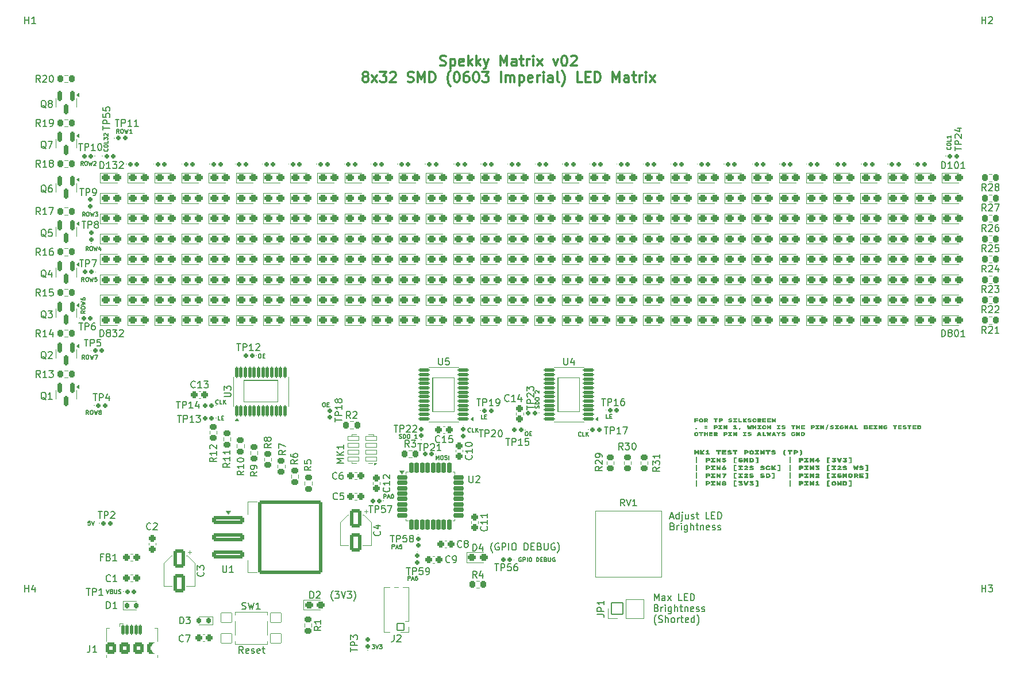
<source format=gto>
%TF.GenerationSoftware,KiCad,Pcbnew,9.0.4*%
%TF.CreationDate,2025-09-23T11:36:04+01:00*%
%TF.ProjectId,spekky_matrix,7370656b-6b79-45f6-9d61-747269782e6b,v02*%
%TF.SameCoordinates,Original*%
%TF.FileFunction,Legend,Top*%
%TF.FilePolarity,Positive*%
%FSLAX46Y46*%
G04 Gerber Fmt 4.6, Leading zero omitted, Abs format (unit mm)*
G04 Created by KiCad (PCBNEW 9.0.4) date 2025-09-23 11:36:04*
%MOMM*%
%LPD*%
G01*
G04 APERTURE LIST*
G04 Aperture macros list*
%AMRoundRect*
0 Rectangle with rounded corners*
0 $1 Rounding radius*
0 $2 $3 $4 $5 $6 $7 $8 $9 X,Y pos of 4 corners*
0 Add a 4 corners polygon primitive as box body*
4,1,4,$2,$3,$4,$5,$6,$7,$8,$9,$2,$3,0*
0 Add four circle primitives for the rounded corners*
1,1,$1+$1,$2,$3*
1,1,$1+$1,$4,$5*
1,1,$1+$1,$6,$7*
1,1,$1+$1,$8,$9*
0 Add four rect primitives between the rounded corners*
20,1,$1+$1,$2,$3,$4,$5,0*
20,1,$1+$1,$4,$5,$6,$7,0*
20,1,$1+$1,$6,$7,$8,$9,0*
20,1,$1+$1,$8,$9,$2,$3,0*%
G04 Aperture macros list end*
%ADD10C,0.130000*%
%ADD11C,0.300000*%
%ADD12C,0.150000*%
%ADD13C,0.120000*%
%ADD14C,0.100000*%
%ADD15RoundRect,0.250400X-0.250400X-0.275400X0.250400X-0.275400X0.250400X0.275400X-0.250400X0.275400X0*%
%ADD16RoundRect,0.175400X-0.175400X0.612900X-0.175400X-0.612900X0.175400X-0.612900X0.175400X0.612900X0*%
%ADD17RoundRect,0.172900X0.172900X0.197900X-0.172900X0.197900X-0.172900X-0.197900X0.172900X-0.197900X0*%
%ADD18RoundRect,0.262900X-0.312900X-0.262900X0.312900X-0.262900X0.312900X0.262900X-0.312900X0.262900X0*%
%ADD19RoundRect,0.125400X0.125400X-0.700400X0.125400X0.700400X-0.125400X0.700400X-0.125400X-0.700400X0*%
%ADD20RoundRect,0.050800X2.500000X-1.600000X2.500000X1.600000X-2.500000X1.600000X-2.500000X-1.600000X0*%
%ADD21RoundRect,0.225400X-0.300400X0.225400X-0.300400X-0.225400X0.300400X-0.225400X0.300400X0.225400X0*%
%ADD22RoundRect,0.172900X-0.172900X-0.197900X0.172900X-0.197900X0.172900X0.197900X-0.172900X0.197900X0*%
%ADD23C,1.541600*%
%ADD24RoundRect,0.175400X0.175400X0.225400X-0.175400X0.225400X-0.175400X-0.225400X0.175400X-0.225400X0*%
%ADD25RoundRect,0.172900X0.197900X-0.172900X0.197900X0.172900X-0.197900X0.172900X-0.197900X-0.172900X0*%
%ADD26RoundRect,0.225400X0.225400X0.300400X-0.225400X0.300400X-0.225400X-0.300400X0.225400X-0.300400X0*%
%ADD27RoundRect,0.172900X-0.197900X0.172900X-0.197900X-0.172900X0.197900X-0.172900X0.197900X0.172900X0*%
%ADD28RoundRect,0.225400X0.300400X-0.225400X0.300400X0.225400X-0.300400X0.225400X-0.300400X-0.225400X0*%
%ADD29RoundRect,0.265875X-0.584925X1.084925X-0.584925X-1.084925X0.584925X-1.084925X0.584925X1.084925X0*%
%ADD30RoundRect,0.150400X-0.650400X-0.150400X0.650400X-0.150400X0.650400X0.150400X-0.650400X0.150400X0*%
%ADD31RoundRect,0.150400X-0.150400X-0.650400X0.150400X-0.650400X0.150400X0.650400X-0.150400X0.650400X0*%
%ADD32RoundRect,0.250400X-0.275400X0.250400X-0.275400X-0.250400X0.275400X-0.250400X0.275400X0.250400X0*%
%ADD33RoundRect,0.225400X-0.225400X-0.300400X0.225400X-0.300400X0.225400X0.300400X-0.225400X0.300400X0*%
%ADD34RoundRect,0.050800X-0.800000X-0.300000X0.800000X-0.300000X0.800000X0.300000X-0.800000X0.300000X0*%
%ADD35RoundRect,0.250400X0.250400X0.275400X-0.250400X0.275400X-0.250400X-0.275400X0.250400X-0.275400X0*%
%ADD36C,6.501600*%
%ADD37RoundRect,0.125400X0.700400X0.125400X-0.700400X0.125400X-0.700400X-0.125400X0.700400X-0.125400X0*%
%ADD38RoundRect,0.050800X1.600000X2.500000X-1.600000X2.500000X-1.600000X-2.500000X1.600000X-2.500000X0*%
%ADD39RoundRect,0.175400X-0.175400X-0.225400X0.175400X-0.225400X0.175400X0.225400X-0.175400X0.225400X0*%
%ADD40RoundRect,0.250400X0.275400X-0.250400X0.275400X0.250400X-0.275400X0.250400X-0.275400X-0.250400X0*%
%ADD41RoundRect,0.244150X-0.244150X-0.281650X0.244150X-0.281650X0.244150X0.281650X-0.244150X0.281650X0*%
%ADD42RoundRect,0.050800X0.850000X-0.850000X0.850000X0.850000X-0.850000X0.850000X-0.850000X-0.850000X0*%
%ADD43C,1.801600*%
%ADD44RoundRect,0.050800X-0.800000X-0.700000X0.800000X-0.700000X0.800000X0.700000X-0.800000X0.700000X0*%
%ADD45RoundRect,0.273091X-2.077709X-0.327709X2.077709X-0.327709X2.077709X0.327709X-2.077709X0.327709X0*%
%ADD46RoundRect,0.252705X-4.498095X-5.198095X4.498095X-5.198095X4.498095X5.198095X-4.498095X5.198095X0*%
%ADD47RoundRect,0.125400X-0.125400X-0.600400X0.125400X-0.600400X0.125400X0.600400X-0.125400X0.600400X0*%
%ADD48O,0.991600X1.651600*%
%ADD49RoundRect,0.267517X-0.508283X-0.558283X0.508283X-0.558283X0.508283X0.558283X-0.508283X0.558283X0*%
%ADD50O,1.351600X1.051600*%
%ADD51RoundRect,0.266933X-0.533867X-0.558867X0.533867X-0.558867X0.533867X0.558867X-0.533867X0.558867X0*%
%ADD52RoundRect,0.050800X0.500000X0.500000X-0.500000X0.500000X-0.500000X-0.500000X0.500000X-0.500000X0*%
%ADD53C,1.101600*%
G04 APERTURE END LIST*
D10*
X69864097Y-112569811D02*
X69578383Y-112569811D01*
X69578383Y-112569811D02*
X69549811Y-112855525D01*
X69549811Y-112855525D02*
X69578383Y-112826954D01*
X69578383Y-112826954D02*
X69635526Y-112798382D01*
X69635526Y-112798382D02*
X69778383Y-112798382D01*
X69778383Y-112798382D02*
X69835526Y-112826954D01*
X69835526Y-112826954D02*
X69864097Y-112855525D01*
X69864097Y-112855525D02*
X69892668Y-112912668D01*
X69892668Y-112912668D02*
X69892668Y-113055525D01*
X69892668Y-113055525D02*
X69864097Y-113112668D01*
X69864097Y-113112668D02*
X69835526Y-113141240D01*
X69835526Y-113141240D02*
X69778383Y-113169811D01*
X69778383Y-113169811D02*
X69635526Y-113169811D01*
X69635526Y-113169811D02*
X69578383Y-113141240D01*
X69578383Y-113141240D02*
X69549811Y-113112668D01*
X70064097Y-112569811D02*
X70264097Y-113169811D01*
X70264097Y-113169811D02*
X70464097Y-112569811D01*
X115399811Y-100341240D02*
X115485526Y-100369811D01*
X115485526Y-100369811D02*
X115628383Y-100369811D01*
X115628383Y-100369811D02*
X115685526Y-100341240D01*
X115685526Y-100341240D02*
X115714097Y-100312668D01*
X115714097Y-100312668D02*
X115742668Y-100255525D01*
X115742668Y-100255525D02*
X115742668Y-100198382D01*
X115742668Y-100198382D02*
X115714097Y-100141240D01*
X115714097Y-100141240D02*
X115685526Y-100112668D01*
X115685526Y-100112668D02*
X115628383Y-100084097D01*
X115628383Y-100084097D02*
X115514097Y-100055525D01*
X115514097Y-100055525D02*
X115456954Y-100026954D01*
X115456954Y-100026954D02*
X115428383Y-99998382D01*
X115428383Y-99998382D02*
X115399811Y-99941240D01*
X115399811Y-99941240D02*
X115399811Y-99884097D01*
X115399811Y-99884097D02*
X115428383Y-99826954D01*
X115428383Y-99826954D02*
X115456954Y-99798382D01*
X115456954Y-99798382D02*
X115514097Y-99769811D01*
X115514097Y-99769811D02*
X115656954Y-99769811D01*
X115656954Y-99769811D02*
X115742668Y-99798382D01*
X115999812Y-100369811D02*
X115999812Y-99769811D01*
X115999812Y-99769811D02*
X116142669Y-99769811D01*
X116142669Y-99769811D02*
X116228383Y-99798382D01*
X116228383Y-99798382D02*
X116285526Y-99855525D01*
X116285526Y-99855525D02*
X116314097Y-99912668D01*
X116314097Y-99912668D02*
X116342669Y-100026954D01*
X116342669Y-100026954D02*
X116342669Y-100112668D01*
X116342669Y-100112668D02*
X116314097Y-100226954D01*
X116314097Y-100226954D02*
X116285526Y-100284097D01*
X116285526Y-100284097D02*
X116228383Y-100341240D01*
X116228383Y-100341240D02*
X116142669Y-100369811D01*
X116142669Y-100369811D02*
X115999812Y-100369811D01*
X116714097Y-99769811D02*
X116828383Y-99769811D01*
X116828383Y-99769811D02*
X116885526Y-99798382D01*
X116885526Y-99798382D02*
X116942669Y-99855525D01*
X116942669Y-99855525D02*
X116971240Y-99969811D01*
X116971240Y-99969811D02*
X116971240Y-100169811D01*
X116971240Y-100169811D02*
X116942669Y-100284097D01*
X116942669Y-100284097D02*
X116885526Y-100341240D01*
X116885526Y-100341240D02*
X116828383Y-100369811D01*
X116828383Y-100369811D02*
X116714097Y-100369811D01*
X116714097Y-100369811D02*
X116656955Y-100341240D01*
X116656955Y-100341240D02*
X116599812Y-100284097D01*
X116599812Y-100284097D02*
X116571240Y-100169811D01*
X116571240Y-100169811D02*
X116571240Y-99969811D01*
X116571240Y-99969811D02*
X116599812Y-99855525D01*
X116599812Y-99855525D02*
X116656955Y-99798382D01*
X116656955Y-99798382D02*
X116714097Y-99769811D01*
X117999811Y-100369811D02*
X117656954Y-100369811D01*
X117828383Y-100369811D02*
X117828383Y-99769811D01*
X117828383Y-99769811D02*
X117771240Y-99855525D01*
X117771240Y-99855525D02*
X117714097Y-99912668D01*
X117714097Y-99912668D02*
X117656954Y-99941240D01*
G36*
X158907784Y-97443472D02*
G01*
X159441650Y-97443472D01*
X159450658Y-97445235D01*
X159458393Y-97450579D01*
X159463708Y-97458347D01*
X159465464Y-97467396D01*
X159465464Y-97595403D01*
X159463709Y-97604458D01*
X159458393Y-97612256D01*
X159450661Y-97617571D01*
X159441650Y-97619327D01*
X159112911Y-97619327D01*
X159112911Y-97668566D01*
X159387098Y-97668566D01*
X159396112Y-97670314D01*
X159403841Y-97675600D01*
X159409160Y-97683322D01*
X159410912Y-97692270D01*
X159410912Y-97818372D01*
X159409160Y-97827320D01*
X159403841Y-97835042D01*
X159396112Y-97840329D01*
X159387098Y-97842076D01*
X159112911Y-97842076D01*
X159112911Y-98008039D01*
X159111156Y-98017094D01*
X159105840Y-98024892D01*
X159098106Y-98030236D01*
X159089098Y-98032000D01*
X158907784Y-98032000D01*
X158898764Y-98030253D01*
X158891004Y-98024965D01*
X158885686Y-98017208D01*
X158883934Y-98008222D01*
X158883934Y-97467249D01*
X158885687Y-97458270D01*
X158891004Y-97450543D01*
X158898767Y-97445226D01*
X158907784Y-97443472D01*
G37*
G36*
X159941624Y-97445440D02*
G01*
X160001637Y-97457643D01*
X160053365Y-97476941D01*
X160098028Y-97502969D01*
X160129160Y-97529821D01*
X160153158Y-97560976D01*
X160170595Y-97597004D01*
X160181495Y-97638835D01*
X160185333Y-97687690D01*
X160185333Y-97787781D01*
X160182475Y-97830099D01*
X160174289Y-97867366D01*
X160161147Y-97900350D01*
X160143128Y-97929674D01*
X160112123Y-97963928D01*
X160075562Y-97990707D01*
X160032669Y-98010457D01*
X159986563Y-98023285D01*
X159933314Y-98031454D01*
X159871871Y-98034344D01*
X159810454Y-98031454D01*
X159757217Y-98023286D01*
X159711111Y-98010457D01*
X159668239Y-97990710D01*
X159631677Y-97963932D01*
X159600652Y-97929674D01*
X159582691Y-97900371D01*
X159569543Y-97867157D01*
X159561325Y-97829362D01*
X159558447Y-97786169D01*
X159558447Y-97689302D01*
X159559632Y-97674062D01*
X159787461Y-97674062D01*
X159787461Y-97801410D01*
X159790129Y-97821632D01*
X159797668Y-97837712D01*
X159810139Y-97850649D01*
X159826156Y-97859826D01*
X159846371Y-97865725D01*
X159871871Y-97867868D01*
X159897370Y-97865684D01*
X159917595Y-97859666D01*
X159933640Y-97850283D01*
X159946145Y-97837100D01*
X159953692Y-97820863D01*
X159956355Y-97800604D01*
X159956355Y-97674868D01*
X159953691Y-97654610D01*
X159946144Y-97638386D01*
X159933640Y-97625225D01*
X159917593Y-97615822D01*
X159897367Y-97609791D01*
X159871871Y-97607603D01*
X159846371Y-97609746D01*
X159826156Y-97615645D01*
X159810139Y-97624822D01*
X159797668Y-97637759D01*
X159790129Y-97653839D01*
X159787461Y-97674062D01*
X159559632Y-97674062D01*
X159562304Y-97639715D01*
X159573240Y-97597393D01*
X159590699Y-97561075D01*
X159614676Y-97529800D01*
X159645715Y-97502969D01*
X159690396Y-97476939D01*
X159742133Y-97457641D01*
X159802141Y-97445439D01*
X159871871Y-97441127D01*
X159941624Y-97445440D01*
G37*
G36*
X160712608Y-97447331D02*
G01*
X160761466Y-97458172D01*
X160802732Y-97475220D01*
X160837608Y-97498170D01*
X160861911Y-97521598D01*
X160880558Y-97547739D01*
X160893986Y-97576959D01*
X160902281Y-97609832D01*
X160905165Y-97647097D01*
X160901303Y-97692308D01*
X160890395Y-97730277D01*
X160872979Y-97762360D01*
X160848918Y-97789540D01*
X160817421Y-97812327D01*
X160920150Y-98004266D01*
X160921945Y-98014158D01*
X160920601Y-98020066D01*
X160916156Y-98026211D01*
X160909786Y-98030558D01*
X160902308Y-98032000D01*
X160711762Y-98032000D01*
X160695857Y-98029458D01*
X160684103Y-98022334D01*
X160675455Y-98010274D01*
X160601889Y-97844421D01*
X160533306Y-97844421D01*
X160533306Y-98008113D01*
X160531550Y-98017161D01*
X160526235Y-98024929D01*
X160518503Y-98030244D01*
X160509492Y-98032000D01*
X160328178Y-98032000D01*
X160319158Y-98030253D01*
X160311399Y-98024965D01*
X160306080Y-98017208D01*
X160304328Y-98008222D01*
X160304328Y-97687324D01*
X160533306Y-97687324D01*
X160637060Y-97687324D01*
X160653247Y-97684315D01*
X160664720Y-97675820D01*
X160671961Y-97663079D01*
X160674502Y-97646731D01*
X160672104Y-97630070D01*
X160665123Y-97616030D01*
X160653720Y-97606327D01*
X160637060Y-97602914D01*
X160533306Y-97602914D01*
X160533306Y-97687324D01*
X160304328Y-97687324D01*
X160304328Y-97467249D01*
X160306082Y-97458270D01*
X160311399Y-97450543D01*
X160319161Y-97445226D01*
X160328178Y-97443472D01*
X160654682Y-97443472D01*
X160712608Y-97447331D01*
G37*
G36*
X161724209Y-97443472D02*
G01*
X162303394Y-97443472D01*
X162312412Y-97445226D01*
X162320174Y-97450543D01*
X162325491Y-97458305D01*
X162327245Y-97467322D01*
X162327245Y-97602511D01*
X162325491Y-97611528D01*
X162320174Y-97619290D01*
X162312412Y-97624607D01*
X162303394Y-97626361D01*
X162124096Y-97626361D01*
X162124096Y-98008259D01*
X162122342Y-98017239D01*
X162117025Y-98024965D01*
X162109296Y-98030252D01*
X162100282Y-98032000D01*
X161927358Y-98032000D01*
X161918338Y-98030253D01*
X161910579Y-98024965D01*
X161905262Y-98017239D01*
X161903508Y-98008259D01*
X161903508Y-97626361D01*
X161724209Y-97626361D01*
X161715192Y-97624607D01*
X161707430Y-97619290D01*
X161702113Y-97611528D01*
X161700359Y-97602511D01*
X161700359Y-97467322D01*
X161702113Y-97458305D01*
X161707430Y-97450543D01*
X161715192Y-97445226D01*
X161724209Y-97443472D01*
G37*
G36*
X162873355Y-97447562D02*
G01*
X162923976Y-97459064D01*
X162966804Y-97477187D01*
X163003077Y-97501651D01*
X163028641Y-97526627D01*
X163048036Y-97553657D01*
X163061826Y-97583037D01*
X163070234Y-97615245D01*
X163073126Y-97650907D01*
X163069153Y-97695605D01*
X163057826Y-97733857D01*
X163039537Y-97766885D01*
X163013995Y-97795548D01*
X162990351Y-97812910D01*
X162960007Y-97827457D01*
X162921560Y-97838828D01*
X162873330Y-97846356D01*
X162813410Y-97849110D01*
X162703757Y-97849110D01*
X162703757Y-98008296D01*
X162702005Y-98017244D01*
X162696687Y-98024965D01*
X162688957Y-98030252D01*
X162679944Y-98032000D01*
X162499473Y-98032000D01*
X162490453Y-98030253D01*
X162482693Y-98024965D01*
X162477375Y-98017208D01*
X162475622Y-98008222D01*
X162475622Y-97692013D01*
X162704600Y-97692013D01*
X162810040Y-97692013D01*
X162827394Y-97689087D01*
X162840668Y-97680729D01*
X162849374Y-97667608D01*
X162852501Y-97649112D01*
X162849522Y-97630280D01*
X162841071Y-97615846D01*
X162827881Y-97606259D01*
X162810040Y-97602914D01*
X162704600Y-97602914D01*
X162704600Y-97692013D01*
X162475622Y-97692013D01*
X162475622Y-97467249D01*
X162477376Y-97458270D01*
X162482693Y-97450543D01*
X162490455Y-97445226D01*
X162499473Y-97443472D01*
X162813410Y-97443472D01*
X162873355Y-97447562D01*
G37*
G36*
X164202041Y-97661349D02*
G01*
X164273910Y-97672267D01*
X164328573Y-97686045D01*
X164369226Y-97701820D01*
X164398668Y-97718978D01*
X164424003Y-97742254D01*
X164442099Y-97770353D01*
X164453385Y-97804248D01*
X164457397Y-97845447D01*
X164454089Y-97877435D01*
X164444367Y-97906502D01*
X164428070Y-97933365D01*
X164404440Y-97958494D01*
X164372180Y-97982064D01*
X164329147Y-98003725D01*
X164278136Y-98020090D01*
X164217770Y-98030594D01*
X164146463Y-98034344D01*
X164074776Y-98030547D01*
X164015744Y-98020040D01*
X163967359Y-98003896D01*
X163927890Y-97982797D01*
X163898168Y-97959712D01*
X163876479Y-97935727D01*
X163861615Y-97910669D01*
X163852821Y-97884143D01*
X163849855Y-97855558D01*
X163852209Y-97844561D01*
X163858616Y-97838368D01*
X163870334Y-97836031D01*
X164042379Y-97836031D01*
X164059084Y-97838807D01*
X164071725Y-97846692D01*
X164088636Y-97857461D01*
X164114403Y-97864948D01*
X164152362Y-97867868D01*
X164195691Y-97865428D01*
X164218202Y-97859883D01*
X164228155Y-97853127D01*
X164230947Y-97845483D01*
X164228763Y-97837753D01*
X164221435Y-97830437D01*
X164206217Y-97823282D01*
X164175191Y-97816025D01*
X164106896Y-97806795D01*
X164041357Y-97795870D01*
X163989807Y-97780881D01*
X163949857Y-97762673D01*
X163919454Y-97741782D01*
X163896952Y-97718384D01*
X163881200Y-97692269D01*
X163871632Y-97662858D01*
X163868319Y-97629255D01*
X163871389Y-97596829D01*
X163880354Y-97567567D01*
X163895223Y-97540788D01*
X163916492Y-97516021D01*
X163945109Y-97493041D01*
X163984169Y-97471455D01*
X164030482Y-97455226D01*
X164085344Y-97444835D01*
X164150273Y-97441127D01*
X164214873Y-97445047D01*
X164270116Y-97456105D01*
X164317408Y-97473524D01*
X164357929Y-97496924D01*
X164395701Y-97528258D01*
X164419746Y-97557956D01*
X164433001Y-97586599D01*
X164437247Y-97615114D01*
X164435746Y-97623206D01*
X164431421Y-97629329D01*
X164424839Y-97633242D01*
X164415924Y-97634641D01*
X164235453Y-97634641D01*
X164220923Y-97632161D01*
X164208672Y-97624822D01*
X164194432Y-97615790D01*
X164175063Y-97609829D01*
X164148991Y-97607603D01*
X164119792Y-97609739D01*
X164103886Y-97614731D01*
X164096264Y-97621206D01*
X164093927Y-97629182D01*
X164098247Y-97638471D01*
X164115286Y-97647317D01*
X164142220Y-97653286D01*
X164202041Y-97661349D01*
G37*
G36*
X165135793Y-97616982D02*
G01*
X164985034Y-97616982D01*
X164985034Y-97858489D01*
X165135793Y-97858489D01*
X165144807Y-97860237D01*
X165152536Y-97865524D01*
X165157855Y-97873245D01*
X165159607Y-97882193D01*
X165159607Y-98008296D01*
X165157855Y-98017244D01*
X165152536Y-98024965D01*
X165144807Y-98030252D01*
X165135793Y-98032000D01*
X164603576Y-98032000D01*
X164594556Y-98030253D01*
X164586796Y-98024965D01*
X164581506Y-98017246D01*
X164579762Y-98008296D01*
X164579762Y-97882193D01*
X164581506Y-97873242D01*
X164586796Y-97865524D01*
X164594556Y-97860236D01*
X164603576Y-97858489D01*
X164756020Y-97858489D01*
X164756020Y-97616982D01*
X164603576Y-97616982D01*
X164594556Y-97615236D01*
X164586796Y-97609948D01*
X164581506Y-97602229D01*
X164579762Y-97593278D01*
X164579762Y-97467176D01*
X164581506Y-97458225D01*
X164586796Y-97450506D01*
X164594556Y-97445218D01*
X164603576Y-97443472D01*
X165135793Y-97443472D01*
X165144807Y-97445219D01*
X165152536Y-97450506D01*
X165157855Y-97458228D01*
X165159607Y-97467176D01*
X165159607Y-97593278D01*
X165157855Y-97602226D01*
X165152536Y-97609948D01*
X165144807Y-97615235D01*
X165135793Y-97616982D01*
G37*
G36*
X165572243Y-97858489D02*
G01*
X165857311Y-97858489D01*
X165866331Y-97860236D01*
X165874091Y-97865524D01*
X165879409Y-97873245D01*
X165881161Y-97882193D01*
X165881161Y-98008296D01*
X165879409Y-98017244D01*
X165874091Y-98024965D01*
X165866331Y-98030253D01*
X165857311Y-98032000D01*
X165367079Y-98032000D01*
X165358059Y-98030253D01*
X165350300Y-98024965D01*
X165345010Y-98017211D01*
X165343265Y-98008222D01*
X165343265Y-97467249D01*
X165345011Y-97458267D01*
X165350300Y-97450543D01*
X165358062Y-97445226D01*
X165367079Y-97443472D01*
X165548393Y-97443472D01*
X165557410Y-97445226D01*
X165565172Y-97450543D01*
X165570488Y-97458275D01*
X165572243Y-97467286D01*
X165572243Y-97858489D01*
G37*
G36*
X166645251Y-98001225D02*
G01*
X166648841Y-98013535D01*
X166647440Y-98020116D01*
X166643016Y-98026284D01*
X166636656Y-98030576D01*
X166629204Y-98032000D01*
X166412646Y-98032000D01*
X166394699Y-98028480D01*
X166381505Y-98018334D01*
X166237524Y-97843322D01*
X166237524Y-98008516D01*
X166235773Y-98017388D01*
X166230453Y-98025039D01*
X166222699Y-98030269D01*
X166213674Y-98032000D01*
X166040786Y-98032000D01*
X166031735Y-98030251D01*
X166023970Y-98024965D01*
X166018681Y-98017211D01*
X166016936Y-98008222D01*
X166016936Y-97467249D01*
X166018682Y-97458267D01*
X166023970Y-97450543D01*
X166031738Y-97445228D01*
X166040786Y-97443472D01*
X166213674Y-97443472D01*
X166222702Y-97445268D01*
X166230453Y-97450726D01*
X166235762Y-97458681D01*
X166237524Y-97467982D01*
X166237524Y-97626947D01*
X166368060Y-97458603D01*
X166382639Y-97447208D01*
X166400043Y-97443472D01*
X166602349Y-97443472D01*
X166609788Y-97444935D01*
X166616161Y-97449370D01*
X166620557Y-97455753D01*
X166621987Y-97462926D01*
X166620842Y-97470121D01*
X166617517Y-97476005D01*
X166419167Y-97721176D01*
X166645251Y-98001225D01*
G37*
G36*
X167057923Y-97661349D02*
G01*
X167129792Y-97672267D01*
X167184456Y-97686045D01*
X167225109Y-97701820D01*
X167254551Y-97718978D01*
X167279886Y-97742254D01*
X167297982Y-97770353D01*
X167309268Y-97804248D01*
X167313279Y-97845447D01*
X167309971Y-97877435D01*
X167300249Y-97906502D01*
X167283953Y-97933365D01*
X167260322Y-97958494D01*
X167228063Y-97982064D01*
X167185030Y-98003725D01*
X167134019Y-98020090D01*
X167073653Y-98030594D01*
X167002346Y-98034344D01*
X166930659Y-98030547D01*
X166871627Y-98020040D01*
X166823242Y-98003896D01*
X166783773Y-97982797D01*
X166754051Y-97959712D01*
X166732362Y-97935727D01*
X166717497Y-97910669D01*
X166708704Y-97884143D01*
X166705737Y-97855558D01*
X166708092Y-97844561D01*
X166714499Y-97838368D01*
X166726217Y-97836031D01*
X166898262Y-97836031D01*
X166914966Y-97838807D01*
X166927608Y-97846692D01*
X166944519Y-97857461D01*
X166970286Y-97864948D01*
X167008244Y-97867868D01*
X167051574Y-97865428D01*
X167074084Y-97859883D01*
X167084037Y-97853127D01*
X167086830Y-97845483D01*
X167084645Y-97837753D01*
X167077318Y-97830437D01*
X167062100Y-97823282D01*
X167031074Y-97816025D01*
X166962779Y-97806795D01*
X166897239Y-97795870D01*
X166845690Y-97780881D01*
X166805739Y-97762673D01*
X166775337Y-97741782D01*
X166752835Y-97718384D01*
X166737083Y-97692269D01*
X166727515Y-97662858D01*
X166724202Y-97629255D01*
X166727272Y-97596829D01*
X166736237Y-97567567D01*
X166751106Y-97540788D01*
X166772375Y-97516021D01*
X166800992Y-97493041D01*
X166840051Y-97471455D01*
X166886365Y-97455226D01*
X166941227Y-97444835D01*
X167006156Y-97441127D01*
X167070756Y-97445047D01*
X167125999Y-97456105D01*
X167173290Y-97473524D01*
X167213811Y-97496924D01*
X167251583Y-97528258D01*
X167275629Y-97557956D01*
X167288884Y-97586599D01*
X167293129Y-97615114D01*
X167291629Y-97623206D01*
X167287304Y-97629329D01*
X167280721Y-97633242D01*
X167271807Y-97634641D01*
X167091336Y-97634641D01*
X167076806Y-97632161D01*
X167064555Y-97624822D01*
X167050315Y-97615790D01*
X167030946Y-97609829D01*
X167004874Y-97607603D01*
X166975675Y-97609739D01*
X166959769Y-97614731D01*
X166952147Y-97621206D01*
X166949809Y-97629182D01*
X166954130Y-97638471D01*
X166971168Y-97647317D01*
X166998103Y-97653286D01*
X167057923Y-97661349D01*
G37*
G36*
X167649528Y-97674062D02*
G01*
X167649528Y-97801410D01*
X167652196Y-97821632D01*
X167659736Y-97837712D01*
X167672206Y-97850649D01*
X167688193Y-97859902D01*
X167707787Y-97865765D01*
X167731887Y-97867868D01*
X167765938Y-97864654D01*
X167785376Y-97856914D01*
X167800250Y-97843713D01*
X167813330Y-97824271D01*
X167822347Y-97811677D01*
X167832383Y-97804831D01*
X167843921Y-97802582D01*
X168025235Y-97802582D01*
X168032685Y-97804014D01*
X168039047Y-97808334D01*
X168043427Y-97814626D01*
X168044872Y-97821963D01*
X168040544Y-97858642D01*
X168027442Y-97893975D01*
X168004702Y-97928790D01*
X167970610Y-97963636D01*
X167944557Y-97982533D01*
X167912058Y-97999668D01*
X167872021Y-98014817D01*
X167830593Y-98025285D01*
X167782639Y-98031974D01*
X167727234Y-98034344D01*
X167672135Y-98031428D01*
X167621653Y-98022963D01*
X167575230Y-98009248D01*
X167532054Y-97988766D01*
X167495062Y-97961419D01*
X167463525Y-97926780D01*
X167445062Y-97897188D01*
X167431680Y-97864293D01*
X167423393Y-97827522D01*
X167420514Y-97786169D01*
X167420514Y-97689302D01*
X167423390Y-97647961D01*
X167431675Y-97611118D01*
X167445069Y-97578081D01*
X167463562Y-97548289D01*
X167491739Y-97517209D01*
X167525448Y-97491338D01*
X167565407Y-97470473D01*
X167612619Y-97454764D01*
X167668328Y-97444709D01*
X167733975Y-97441127D01*
X167784763Y-97443428D01*
X167830597Y-97450050D01*
X167872021Y-97460654D01*
X167912057Y-97475782D01*
X167944556Y-97492905D01*
X167970610Y-97511799D01*
X168004706Y-97546664D01*
X168027446Y-97581484D01*
X168040545Y-97616811D01*
X168044872Y-97653472D01*
X168043429Y-97660815D01*
X168039047Y-97667137D01*
X168032687Y-97671429D01*
X168025235Y-97672853D01*
X167843921Y-97672853D01*
X167832381Y-97670607D01*
X167822345Y-97663771D01*
X167813330Y-97651200D01*
X167800272Y-97631763D01*
X167785376Y-97618557D01*
X167765938Y-97610818D01*
X167731887Y-97607603D01*
X167707787Y-97609707D01*
X167688193Y-97615569D01*
X167672206Y-97624822D01*
X167659736Y-97637759D01*
X167652196Y-97653839D01*
X167649528Y-97674062D01*
G37*
G36*
X168566286Y-97447331D02*
G01*
X168615144Y-97458172D01*
X168656410Y-97475220D01*
X168691285Y-97498170D01*
X168715588Y-97521598D01*
X168734235Y-97547739D01*
X168747664Y-97576959D01*
X168755958Y-97609832D01*
X168758843Y-97647097D01*
X168754980Y-97692308D01*
X168744073Y-97730277D01*
X168726656Y-97762360D01*
X168702596Y-97789540D01*
X168671099Y-97812327D01*
X168773827Y-98004266D01*
X168775622Y-98014158D01*
X168774278Y-98020066D01*
X168769834Y-98026211D01*
X168763463Y-98030558D01*
X168755985Y-98032000D01*
X168565439Y-98032000D01*
X168549534Y-98029458D01*
X168537780Y-98022334D01*
X168529132Y-98010274D01*
X168455566Y-97844421D01*
X168386983Y-97844421D01*
X168386983Y-98008113D01*
X168385227Y-98017161D01*
X168379912Y-98024929D01*
X168372180Y-98030244D01*
X168363169Y-98032000D01*
X168181856Y-98032000D01*
X168172836Y-98030253D01*
X168165076Y-98024965D01*
X168159758Y-98017208D01*
X168158005Y-98008222D01*
X168158005Y-97687324D01*
X168386983Y-97687324D01*
X168490737Y-97687324D01*
X168506924Y-97684315D01*
X168518398Y-97675820D01*
X168525638Y-97663079D01*
X168528180Y-97646731D01*
X168525781Y-97630070D01*
X168518801Y-97616030D01*
X168507397Y-97606327D01*
X168490737Y-97602914D01*
X168386983Y-97602914D01*
X168386983Y-97687324D01*
X168158005Y-97687324D01*
X168158005Y-97467249D01*
X168159759Y-97458270D01*
X168165076Y-97450543D01*
X168172839Y-97445226D01*
X168181856Y-97443472D01*
X168508360Y-97443472D01*
X168566286Y-97447331D01*
G37*
G36*
X169091721Y-97865524D02*
G01*
X169425479Y-97865524D01*
X169434494Y-97867286D01*
X169442259Y-97872631D01*
X169447575Y-97880393D01*
X169449330Y-97889411D01*
X169449330Y-98008113D01*
X169447576Y-98017136D01*
X169442259Y-98024929D01*
X169434496Y-98030245D01*
X169425479Y-98032000D01*
X168894984Y-98032000D01*
X168885964Y-98030253D01*
X168878204Y-98024965D01*
X168872886Y-98017208D01*
X168871133Y-98008222D01*
X168871133Y-97467249D01*
X168872887Y-97458270D01*
X168878204Y-97450543D01*
X168885967Y-97445226D01*
X168894984Y-97443472D01*
X169417090Y-97443472D01*
X169426104Y-97445234D01*
X169433869Y-97450579D01*
X169439186Y-97458342D01*
X169440940Y-97467359D01*
X169440940Y-97586061D01*
X169439187Y-97595084D01*
X169433869Y-97602877D01*
X169426107Y-97608194D01*
X169417090Y-97609948D01*
X169091721Y-97609948D01*
X169091721Y-97659187D01*
X169370928Y-97659187D01*
X169379939Y-97660943D01*
X169387670Y-97666258D01*
X169392985Y-97674025D01*
X169394741Y-97683074D01*
X169394741Y-97792397D01*
X169392985Y-97801446D01*
X169387670Y-97809213D01*
X169379939Y-97814529D01*
X169370928Y-97816284D01*
X169091721Y-97816284D01*
X169091721Y-97865524D01*
G37*
G36*
X169805692Y-97865524D02*
G01*
X170139450Y-97865524D01*
X170148464Y-97867286D01*
X170156229Y-97872631D01*
X170161546Y-97880393D01*
X170163300Y-97889411D01*
X170163300Y-98008113D01*
X170161547Y-98017136D01*
X170156229Y-98024929D01*
X170148467Y-98030245D01*
X170139450Y-98032000D01*
X169608954Y-98032000D01*
X169599934Y-98030253D01*
X169592175Y-98024965D01*
X169586857Y-98017208D01*
X169585104Y-98008222D01*
X169585104Y-97467249D01*
X169586858Y-97458270D01*
X169592175Y-97450543D01*
X169599937Y-97445226D01*
X169608954Y-97443472D01*
X170131060Y-97443472D01*
X170140075Y-97445234D01*
X170147840Y-97450579D01*
X170153156Y-97458342D01*
X170154911Y-97467359D01*
X170154911Y-97586061D01*
X170153157Y-97595084D01*
X170147840Y-97602877D01*
X170140077Y-97608194D01*
X170131060Y-97609948D01*
X169805692Y-97609948D01*
X169805692Y-97659187D01*
X170084898Y-97659187D01*
X170093909Y-97660943D01*
X170101641Y-97666258D01*
X170106956Y-97674025D01*
X170108712Y-97683074D01*
X170108712Y-97792397D01*
X170106956Y-97801446D01*
X170101641Y-97809213D01*
X170093909Y-97814529D01*
X170084898Y-97816284D01*
X169805692Y-97816284D01*
X169805692Y-97865524D01*
G37*
G36*
X170688044Y-97443472D02*
G01*
X170844188Y-97443472D01*
X170853205Y-97445226D01*
X170860968Y-97450543D01*
X170866285Y-97458270D01*
X170868039Y-97467249D01*
X170868039Y-98008222D01*
X170866286Y-98017208D01*
X170860968Y-98024965D01*
X170853208Y-98030253D01*
X170844188Y-98032000D01*
X170709036Y-98032000D01*
X170690233Y-98027651D01*
X170674562Y-98014231D01*
X170493651Y-97787268D01*
X170493651Y-98008516D01*
X170491900Y-98017388D01*
X170486580Y-98025039D01*
X170478826Y-98030269D01*
X170469801Y-98032000D01*
X170313693Y-98032000D01*
X170304673Y-98030253D01*
X170296913Y-98024965D01*
X170291595Y-98017208D01*
X170289842Y-98008222D01*
X170289842Y-97467249D01*
X170291596Y-97458270D01*
X170296913Y-97450543D01*
X170304676Y-97445226D01*
X170313693Y-97443472D01*
X170449651Y-97443472D01*
X170468333Y-97447792D01*
X170483356Y-97460984D01*
X170664230Y-97714215D01*
X170664230Y-97467615D01*
X170665979Y-97458488D01*
X170671264Y-97450653D01*
X170679035Y-97445250D01*
X170688044Y-97443472D01*
G37*
G36*
X159069790Y-98838353D02*
G01*
X159246048Y-98838353D01*
X159255065Y-98840107D01*
X159262827Y-98845423D01*
X159268145Y-98853150D01*
X159269898Y-98862130D01*
X159269898Y-99016222D01*
X159268146Y-99025208D01*
X159262827Y-99032965D01*
X159255068Y-99038253D01*
X159246048Y-99040000D01*
X159069790Y-99040000D01*
X159060770Y-99038253D01*
X159053011Y-99032965D01*
X159047692Y-99025208D01*
X159045940Y-99016222D01*
X159045940Y-98862130D01*
X159047694Y-98853150D01*
X159053011Y-98845423D01*
X159060773Y-98840107D01*
X159069790Y-98838353D01*
G37*
G36*
X160407899Y-98573398D02*
G01*
X160764665Y-98573398D01*
X160773675Y-98575153D01*
X160781407Y-98580469D01*
X160786722Y-98588236D01*
X160788478Y-98597285D01*
X160788478Y-98694884D01*
X160786722Y-98703933D01*
X160781407Y-98711700D01*
X160773675Y-98717016D01*
X160764665Y-98718771D01*
X160407899Y-98718771D01*
X160398882Y-98717017D01*
X160391120Y-98711700D01*
X160385833Y-98703936D01*
X160384085Y-98694884D01*
X160384085Y-98597285D01*
X160385833Y-98588233D01*
X160391120Y-98580469D01*
X160398882Y-98575152D01*
X160407899Y-98573398D01*
G37*
G36*
X160407899Y-98782079D02*
G01*
X160764665Y-98782079D01*
X160773675Y-98783834D01*
X160781407Y-98789150D01*
X160786722Y-98796917D01*
X160788478Y-98805966D01*
X160788478Y-98903565D01*
X160786722Y-98912614D01*
X160781407Y-98920382D01*
X160773675Y-98925697D01*
X160764665Y-98927452D01*
X160407899Y-98927452D01*
X160398882Y-98925698D01*
X160391120Y-98920382D01*
X160385833Y-98912617D01*
X160384085Y-98903565D01*
X160384085Y-98805966D01*
X160385833Y-98796914D01*
X160391120Y-98789150D01*
X160398882Y-98783833D01*
X160407899Y-98782079D01*
G37*
G36*
X162159384Y-98455562D02*
G01*
X162210005Y-98467064D01*
X162252833Y-98485187D01*
X162289106Y-98509651D01*
X162314670Y-98534627D01*
X162334065Y-98561657D01*
X162347856Y-98591037D01*
X162356264Y-98623245D01*
X162359155Y-98658907D01*
X162355182Y-98703605D01*
X162343855Y-98741857D01*
X162325567Y-98774885D01*
X162300024Y-98803548D01*
X162276380Y-98820910D01*
X162246037Y-98835457D01*
X162207589Y-98846828D01*
X162159359Y-98854356D01*
X162099439Y-98857110D01*
X161989787Y-98857110D01*
X161989787Y-99016296D01*
X161988035Y-99025244D01*
X161982716Y-99032965D01*
X161974987Y-99038252D01*
X161965973Y-99040000D01*
X161785502Y-99040000D01*
X161776482Y-99038253D01*
X161768722Y-99032965D01*
X161763404Y-99025208D01*
X161761652Y-99016222D01*
X161761652Y-98700013D01*
X161990629Y-98700013D01*
X162096069Y-98700013D01*
X162113423Y-98697087D01*
X162126697Y-98688729D01*
X162135403Y-98675608D01*
X162138531Y-98657112D01*
X162135551Y-98638280D01*
X162127100Y-98623846D01*
X162113910Y-98614259D01*
X162096069Y-98610914D01*
X161990629Y-98610914D01*
X161990629Y-98700013D01*
X161761652Y-98700013D01*
X161761652Y-98475249D01*
X161763405Y-98466270D01*
X161768722Y-98458543D01*
X161776485Y-98453226D01*
X161785502Y-98451472D01*
X162099439Y-98451472D01*
X162159384Y-98455562D01*
G37*
G36*
X162993881Y-98624982D02*
G01*
X162843122Y-98624982D01*
X162843122Y-98866489D01*
X162993881Y-98866489D01*
X163002895Y-98868237D01*
X163010624Y-98873524D01*
X163015943Y-98881245D01*
X163017695Y-98890193D01*
X163017695Y-99016296D01*
X163015943Y-99025244D01*
X163010624Y-99032965D01*
X163002895Y-99038252D01*
X162993881Y-99040000D01*
X162461664Y-99040000D01*
X162452644Y-99038253D01*
X162444884Y-99032965D01*
X162439594Y-99025246D01*
X162437850Y-99016296D01*
X162437850Y-98890193D01*
X162439594Y-98881242D01*
X162444884Y-98873524D01*
X162452644Y-98868236D01*
X162461664Y-98866489D01*
X162614108Y-98866489D01*
X162614108Y-98624982D01*
X162461664Y-98624982D01*
X162452644Y-98623236D01*
X162444884Y-98617948D01*
X162439594Y-98610229D01*
X162437850Y-98601278D01*
X162437850Y-98475176D01*
X162439594Y-98466225D01*
X162444884Y-98458506D01*
X162452644Y-98453218D01*
X162461664Y-98451472D01*
X162993881Y-98451472D01*
X163002895Y-98453219D01*
X163010624Y-98458506D01*
X163015943Y-98466228D01*
X163017695Y-98475176D01*
X163017695Y-98601278D01*
X163015943Y-98610226D01*
X163010624Y-98617948D01*
X163002895Y-98623235D01*
X162993881Y-98624982D01*
G37*
G36*
X163548337Y-98451472D02*
G01*
X163704481Y-98451472D01*
X163713499Y-98453226D01*
X163721261Y-98458543D01*
X163726578Y-98466270D01*
X163728332Y-98475249D01*
X163728332Y-99016222D01*
X163726579Y-99025208D01*
X163721261Y-99032965D01*
X163713501Y-99038253D01*
X163704481Y-99040000D01*
X163569330Y-99040000D01*
X163550526Y-99035651D01*
X163534855Y-99022231D01*
X163353944Y-98795268D01*
X163353944Y-99016516D01*
X163352193Y-99025388D01*
X163346873Y-99033039D01*
X163339119Y-99038269D01*
X163330094Y-99040000D01*
X163173986Y-99040000D01*
X163164966Y-99038253D01*
X163157206Y-99032965D01*
X163151888Y-99025208D01*
X163150136Y-99016222D01*
X163150136Y-98475249D01*
X163151889Y-98466270D01*
X163157206Y-98458543D01*
X163164969Y-98453226D01*
X163173986Y-98451472D01*
X163309944Y-98451472D01*
X163328626Y-98455792D01*
X163343649Y-98468984D01*
X163524523Y-98722215D01*
X163524523Y-98475615D01*
X163526272Y-98466488D01*
X163531557Y-98458653D01*
X163539328Y-98453250D01*
X163548337Y-98451472D01*
G37*
G36*
X165007676Y-98475286D02*
G01*
X165007676Y-98866489D01*
X165139970Y-98866489D01*
X165148990Y-98868236D01*
X165156749Y-98873524D01*
X165162068Y-98881245D01*
X165163820Y-98890193D01*
X165163820Y-99016296D01*
X165162068Y-99025244D01*
X165156749Y-99032965D01*
X165148990Y-99038253D01*
X165139970Y-99040000D01*
X164632958Y-99040000D01*
X164623938Y-99038253D01*
X164616179Y-99032965D01*
X164610889Y-99025246D01*
X164609145Y-99016296D01*
X164609145Y-98890193D01*
X164610889Y-98881242D01*
X164616179Y-98873524D01*
X164623938Y-98868236D01*
X164632958Y-98866489D01*
X164787088Y-98866489D01*
X164787088Y-98669495D01*
X164704143Y-98723681D01*
X164696043Y-98727560D01*
X164687840Y-98728810D01*
X164679988Y-98726218D01*
X164670621Y-98716573D01*
X164602550Y-98610840D01*
X164599070Y-98594610D01*
X164601585Y-98586040D01*
X164610464Y-98576622D01*
X164796870Y-98455026D01*
X164810938Y-98451472D01*
X164983862Y-98451472D01*
X164992873Y-98453227D01*
X165000605Y-98458543D01*
X165005920Y-98466275D01*
X165007676Y-98475286D01*
G37*
G36*
X165533299Y-98861800D02*
G01*
X165688600Y-98861800D01*
X165696044Y-98863247D01*
X165702412Y-98867625D01*
X165706913Y-98873682D01*
X165708237Y-98879202D01*
X165707322Y-98887702D01*
X165627564Y-99089825D01*
X165618371Y-99105319D01*
X165605523Y-99114227D01*
X165587850Y-99117376D01*
X165480396Y-99117376D01*
X165472937Y-99115953D01*
X165466547Y-99111660D01*
X165462194Y-99105376D01*
X165460758Y-99098068D01*
X165460758Y-99096310D01*
X165491826Y-98895542D01*
X165495910Y-98883455D01*
X165505235Y-98872168D01*
X165518010Y-98864423D01*
X165533299Y-98861800D01*
G37*
G36*
X166900790Y-99040000D02*
G01*
X166783297Y-99040000D01*
X166768081Y-99037455D01*
X166756039Y-99030108D01*
X166747413Y-99019282D01*
X166743510Y-99007247D01*
X166670457Y-98475176D01*
X166670457Y-98472391D01*
X166671906Y-98464435D01*
X166676245Y-98457663D01*
X166682647Y-98453000D01*
X166690094Y-98451472D01*
X166834478Y-98451472D01*
X166850366Y-98454193D01*
X166862541Y-98461987D01*
X166871067Y-98473696D01*
X166875108Y-98488182D01*
X166901413Y-98742878D01*
X166948381Y-98611170D01*
X166952537Y-98602800D01*
X166960910Y-98593878D01*
X166971983Y-98587653D01*
X166986409Y-98585451D01*
X167043489Y-98585451D01*
X167057940Y-98587656D01*
X167068988Y-98593878D01*
X167077381Y-98602804D01*
X167081517Y-98611170D01*
X167128485Y-98742878D01*
X167154790Y-98488182D01*
X167158823Y-98473693D01*
X167167320Y-98461987D01*
X167179526Y-98454192D01*
X167195420Y-98451472D01*
X167339804Y-98451472D01*
X167347245Y-98453015D01*
X167353653Y-98457737D01*
X167357989Y-98464584D01*
X167359441Y-98472648D01*
X167359441Y-98475212D01*
X167286425Y-99007247D01*
X167282486Y-99019279D01*
X167273822Y-99030108D01*
X167261816Y-99037455D01*
X167246638Y-99040000D01*
X167129108Y-99040000D01*
X167114653Y-99037981D01*
X167103646Y-99032342D01*
X167095186Y-99024208D01*
X167091079Y-99016955D01*
X167014949Y-98845167D01*
X166938818Y-99016955D01*
X166934734Y-99024203D01*
X166926252Y-99032342D01*
X166915271Y-99037979D01*
X166900790Y-99040000D01*
G37*
G36*
X167832161Y-98451472D02*
G01*
X168005085Y-98451472D01*
X168014102Y-98453226D01*
X168021864Y-98458543D01*
X168027182Y-98466270D01*
X168028935Y-98475249D01*
X168028935Y-99016222D01*
X168027183Y-99025208D01*
X168021864Y-99032965D01*
X168014105Y-99038253D01*
X168005085Y-99040000D01*
X167832161Y-99040000D01*
X167823144Y-99038245D01*
X167815382Y-99032929D01*
X167810094Y-99025169D01*
X167808347Y-99016149D01*
X167808347Y-98838353D01*
X167642787Y-98838353D01*
X167642787Y-99016149D01*
X167641033Y-99025166D01*
X167635717Y-99032929D01*
X167627985Y-99038244D01*
X167618974Y-99040000D01*
X167446050Y-99040000D01*
X167436996Y-99038349D01*
X167429270Y-99033405D01*
X167424006Y-99025888D01*
X167422199Y-99016222D01*
X167422199Y-98475249D01*
X167423953Y-98466270D01*
X167429270Y-98458543D01*
X167437033Y-98453226D01*
X167446050Y-98451472D01*
X167618974Y-98451472D01*
X167627990Y-98453212D01*
X167635717Y-98458469D01*
X167641035Y-98466125D01*
X167642787Y-98475029D01*
X167642787Y-98643740D01*
X167808347Y-98643740D01*
X167808347Y-98475029D01*
X167810092Y-98466123D01*
X167815382Y-98458469D01*
X167823138Y-98453210D01*
X167832161Y-98451472D01*
G37*
G36*
X168705647Y-98624982D02*
G01*
X168554888Y-98624982D01*
X168554888Y-98866489D01*
X168705647Y-98866489D01*
X168714660Y-98868237D01*
X168722390Y-98873524D01*
X168727708Y-98881245D01*
X168729460Y-98890193D01*
X168729460Y-99016296D01*
X168727708Y-99025244D01*
X168722390Y-99032965D01*
X168714660Y-99038252D01*
X168705647Y-99040000D01*
X168173429Y-99040000D01*
X168164409Y-99038253D01*
X168156650Y-99032965D01*
X168151360Y-99025246D01*
X168149616Y-99016296D01*
X168149616Y-98890193D01*
X168151360Y-98881242D01*
X168156650Y-98873524D01*
X168164409Y-98868236D01*
X168173429Y-98866489D01*
X168325874Y-98866489D01*
X168325874Y-98624982D01*
X168173429Y-98624982D01*
X168164409Y-98623236D01*
X168156650Y-98617948D01*
X168151360Y-98610229D01*
X168149616Y-98601278D01*
X168149616Y-98475176D01*
X168151360Y-98466225D01*
X168156650Y-98458506D01*
X168164409Y-98453218D01*
X168173429Y-98451472D01*
X168705647Y-98451472D01*
X168714660Y-98453219D01*
X168722390Y-98458506D01*
X168727708Y-98466228D01*
X168729460Y-98475176D01*
X168729460Y-98601278D01*
X168727708Y-98610226D01*
X168722390Y-98617948D01*
X168714660Y-98623235D01*
X168705647Y-98624982D01*
G37*
G36*
X169077470Y-98682062D02*
G01*
X169077470Y-98809410D01*
X169080137Y-98829632D01*
X169087677Y-98845712D01*
X169100148Y-98858649D01*
X169116135Y-98867902D01*
X169135728Y-98873765D01*
X169159829Y-98875868D01*
X169193879Y-98872654D01*
X169213318Y-98864914D01*
X169228191Y-98851713D01*
X169241271Y-98832271D01*
X169250289Y-98819677D01*
X169260325Y-98812831D01*
X169271863Y-98810582D01*
X169453176Y-98810582D01*
X169460626Y-98812014D01*
X169466988Y-98816334D01*
X169471369Y-98822626D01*
X169472814Y-98829963D01*
X169468485Y-98866642D01*
X169455383Y-98901975D01*
X169432643Y-98936790D01*
X169398551Y-98971636D01*
X169372499Y-98990533D01*
X169340000Y-99007668D01*
X169299963Y-99022817D01*
X169258535Y-99033285D01*
X169210580Y-99039974D01*
X169155176Y-99042344D01*
X169100077Y-99039428D01*
X169049594Y-99030963D01*
X169003171Y-99017248D01*
X168959996Y-98996766D01*
X168923003Y-98969419D01*
X168891467Y-98934780D01*
X168873004Y-98905188D01*
X168859621Y-98872293D01*
X168851334Y-98835522D01*
X168848456Y-98794169D01*
X168848456Y-98697302D01*
X168851331Y-98655961D01*
X168859617Y-98619118D01*
X168873011Y-98586081D01*
X168891503Y-98556289D01*
X168919680Y-98525209D01*
X168953389Y-98499338D01*
X168993348Y-98478473D01*
X169040560Y-98462764D01*
X169096269Y-98452709D01*
X169161917Y-98449127D01*
X169212704Y-98451428D01*
X169258538Y-98458050D01*
X169299963Y-98468654D01*
X169339999Y-98483782D01*
X169372497Y-98500905D01*
X169398551Y-98519799D01*
X169432647Y-98554664D01*
X169455387Y-98589484D01*
X169468486Y-98624811D01*
X169472814Y-98661472D01*
X169471370Y-98668815D01*
X169466988Y-98675137D01*
X169460629Y-98679429D01*
X169453176Y-98680853D01*
X169271863Y-98680853D01*
X169260322Y-98678607D01*
X169250286Y-98671771D01*
X169241271Y-98659200D01*
X169228214Y-98639763D01*
X169213318Y-98626557D01*
X169193879Y-98618818D01*
X169159829Y-98615603D01*
X169135728Y-98617707D01*
X169116135Y-98623569D01*
X169100148Y-98632822D01*
X169087677Y-98645759D01*
X169080137Y-98661839D01*
X169077470Y-98682062D01*
G37*
G36*
X169974073Y-98451472D02*
G01*
X170146997Y-98451472D01*
X170156014Y-98453226D01*
X170163777Y-98458543D01*
X170169094Y-98466270D01*
X170170847Y-98475249D01*
X170170847Y-99016222D01*
X170169095Y-99025208D01*
X170163777Y-99032965D01*
X170156017Y-99038253D01*
X170146997Y-99040000D01*
X169974073Y-99040000D01*
X169965056Y-99038245D01*
X169957294Y-99032929D01*
X169952006Y-99025169D01*
X169950259Y-99016149D01*
X169950259Y-98838353D01*
X169784699Y-98838353D01*
X169784699Y-99016149D01*
X169782945Y-99025166D01*
X169777629Y-99032929D01*
X169769897Y-99038244D01*
X169760886Y-99040000D01*
X169587962Y-99040000D01*
X169578908Y-99038349D01*
X169571182Y-99033405D01*
X169565918Y-99025888D01*
X169564112Y-99016222D01*
X169564112Y-98475249D01*
X169565865Y-98466270D01*
X169571182Y-98458543D01*
X169578945Y-98453226D01*
X169587962Y-98451472D01*
X169760886Y-98451472D01*
X169769902Y-98453212D01*
X169777629Y-98458469D01*
X169782947Y-98466125D01*
X169784699Y-98475029D01*
X169784699Y-98643740D01*
X169950259Y-98643740D01*
X169950259Y-98475029D01*
X169952004Y-98466123D01*
X169957294Y-98458469D01*
X169965050Y-98453210D01*
X169974073Y-98451472D01*
G37*
G36*
X171561530Y-98624982D02*
G01*
X171410771Y-98624982D01*
X171410771Y-98866489D01*
X171561530Y-98866489D01*
X171570543Y-98868237D01*
X171578272Y-98873524D01*
X171583591Y-98881245D01*
X171585343Y-98890193D01*
X171585343Y-99016296D01*
X171583591Y-99025244D01*
X171578272Y-99032965D01*
X171570543Y-99038252D01*
X171561530Y-99040000D01*
X171029312Y-99040000D01*
X171020292Y-99038253D01*
X171012533Y-99032965D01*
X171007243Y-99025246D01*
X171005498Y-99016296D01*
X171005498Y-98890193D01*
X171007243Y-98881242D01*
X171012533Y-98873524D01*
X171020292Y-98868236D01*
X171029312Y-98866489D01*
X171181756Y-98866489D01*
X171181756Y-98624982D01*
X171029312Y-98624982D01*
X171020292Y-98623236D01*
X171012533Y-98617948D01*
X171007243Y-98610229D01*
X171005498Y-98601278D01*
X171005498Y-98475176D01*
X171007243Y-98466225D01*
X171012533Y-98458506D01*
X171020292Y-98453218D01*
X171029312Y-98451472D01*
X171561530Y-98451472D01*
X171570543Y-98453219D01*
X171578272Y-98458506D01*
X171583591Y-98466228D01*
X171585343Y-98475176D01*
X171585343Y-98601278D01*
X171583591Y-98610226D01*
X171578272Y-98617948D01*
X171570543Y-98623235D01*
X171561530Y-98624982D01*
G37*
G36*
X172055718Y-98669349D02*
G01*
X172127587Y-98680267D01*
X172182251Y-98694045D01*
X172222904Y-98709820D01*
X172252346Y-98726978D01*
X172277681Y-98750254D01*
X172295776Y-98778353D01*
X172307063Y-98812248D01*
X172311074Y-98853447D01*
X172307766Y-98885435D01*
X172298044Y-98914502D01*
X172281748Y-98941365D01*
X172258117Y-98966494D01*
X172225858Y-98990064D01*
X172182825Y-99011725D01*
X172131814Y-99028090D01*
X172071448Y-99038594D01*
X172000141Y-99042344D01*
X171928454Y-99038547D01*
X171869421Y-99028040D01*
X171821037Y-99011896D01*
X171781568Y-98990797D01*
X171751846Y-98967712D01*
X171730157Y-98943727D01*
X171715292Y-98918669D01*
X171706499Y-98892143D01*
X171703532Y-98863558D01*
X171705887Y-98852561D01*
X171712294Y-98846368D01*
X171724012Y-98844031D01*
X171896057Y-98844031D01*
X171912761Y-98846807D01*
X171925403Y-98854692D01*
X171942314Y-98865461D01*
X171968081Y-98872948D01*
X172006039Y-98875868D01*
X172049368Y-98873428D01*
X172071879Y-98867883D01*
X172081832Y-98861127D01*
X172084624Y-98853483D01*
X172082440Y-98845753D01*
X172075113Y-98838437D01*
X172059895Y-98831282D01*
X172028868Y-98824025D01*
X171960573Y-98814795D01*
X171895034Y-98803870D01*
X171843484Y-98788881D01*
X171803534Y-98770673D01*
X171773132Y-98749782D01*
X171750630Y-98726384D01*
X171734878Y-98700269D01*
X171725310Y-98670858D01*
X171721997Y-98637255D01*
X171725067Y-98604829D01*
X171734032Y-98575567D01*
X171748901Y-98548788D01*
X171770170Y-98524021D01*
X171798787Y-98501041D01*
X171837846Y-98479455D01*
X171884159Y-98463226D01*
X171939021Y-98452835D01*
X172003951Y-98449127D01*
X172068551Y-98453047D01*
X172123794Y-98464105D01*
X172171085Y-98481524D01*
X172211606Y-98504924D01*
X172249378Y-98536258D01*
X172273424Y-98565956D01*
X172286679Y-98594599D01*
X172290924Y-98623114D01*
X172289424Y-98631206D01*
X172285099Y-98637329D01*
X172278516Y-98641242D01*
X172269602Y-98642641D01*
X172089131Y-98642641D01*
X172074601Y-98640161D01*
X172062349Y-98632822D01*
X172048110Y-98623790D01*
X172028741Y-98617829D01*
X172002669Y-98615603D01*
X171973470Y-98617739D01*
X171957564Y-98622731D01*
X171949942Y-98629206D01*
X171947604Y-98637182D01*
X171951924Y-98646471D01*
X171968963Y-98655317D01*
X171995898Y-98661286D01*
X172055718Y-98669349D01*
G37*
G36*
X173147740Y-98451472D02*
G01*
X173726926Y-98451472D01*
X173735943Y-98453226D01*
X173743705Y-98458543D01*
X173749022Y-98466305D01*
X173750776Y-98475322D01*
X173750776Y-98610511D01*
X173749022Y-98619528D01*
X173743705Y-98627290D01*
X173735943Y-98632607D01*
X173726926Y-98634361D01*
X173547627Y-98634361D01*
X173547627Y-99016259D01*
X173545873Y-99025239D01*
X173540556Y-99032965D01*
X173532827Y-99038252D01*
X173523813Y-99040000D01*
X173350889Y-99040000D01*
X173341869Y-99038253D01*
X173334110Y-99032965D01*
X173328793Y-99025239D01*
X173327039Y-99016259D01*
X173327039Y-98634361D01*
X173147740Y-98634361D01*
X173138723Y-98632607D01*
X173130961Y-98627290D01*
X173125644Y-98619528D01*
X173123890Y-98610511D01*
X173123890Y-98475322D01*
X173125644Y-98466305D01*
X173130961Y-98458543D01*
X173138723Y-98453226D01*
X173147740Y-98451472D01*
G37*
G36*
X174257897Y-98451472D02*
G01*
X174430821Y-98451472D01*
X174439838Y-98453226D01*
X174447601Y-98458543D01*
X174452918Y-98466270D01*
X174454672Y-98475249D01*
X174454672Y-99016222D01*
X174452919Y-99025208D01*
X174447601Y-99032965D01*
X174439841Y-99038253D01*
X174430821Y-99040000D01*
X174257897Y-99040000D01*
X174248880Y-99038245D01*
X174241118Y-99032929D01*
X174235830Y-99025169D01*
X174234084Y-99016149D01*
X174234084Y-98838353D01*
X174068524Y-98838353D01*
X174068524Y-99016149D01*
X174066769Y-99025166D01*
X174061453Y-99032929D01*
X174053721Y-99038244D01*
X174044710Y-99040000D01*
X173871786Y-99040000D01*
X173862732Y-99038349D01*
X173855006Y-99033405D01*
X173849743Y-99025888D01*
X173847936Y-99016222D01*
X173847936Y-98475249D01*
X173849689Y-98466270D01*
X173855006Y-98458543D01*
X173862769Y-98453226D01*
X173871786Y-98451472D01*
X174044710Y-98451472D01*
X174053726Y-98453212D01*
X174061453Y-98458469D01*
X174066771Y-98466125D01*
X174068524Y-98475029D01*
X174068524Y-98643740D01*
X174234084Y-98643740D01*
X174234084Y-98475029D01*
X174235828Y-98466123D01*
X174241118Y-98458469D01*
X174248874Y-98453210D01*
X174257897Y-98451472D01*
G37*
G36*
X174803487Y-98873524D02*
G01*
X175137245Y-98873524D01*
X175146259Y-98875286D01*
X175154024Y-98880631D01*
X175159341Y-98888393D01*
X175161095Y-98897411D01*
X175161095Y-99016113D01*
X175159342Y-99025136D01*
X175154024Y-99032929D01*
X175146262Y-99038245D01*
X175137245Y-99040000D01*
X174606749Y-99040000D01*
X174597729Y-99038253D01*
X174589970Y-99032965D01*
X174584652Y-99025208D01*
X174582899Y-99016222D01*
X174582899Y-98475249D01*
X174584653Y-98466270D01*
X174589970Y-98458543D01*
X174597732Y-98453226D01*
X174606749Y-98451472D01*
X175128855Y-98451472D01*
X175137869Y-98453234D01*
X175145635Y-98458579D01*
X175150951Y-98466342D01*
X175152705Y-98475359D01*
X175152705Y-98594061D01*
X175150952Y-98603084D01*
X175145635Y-98610877D01*
X175137872Y-98616194D01*
X175128855Y-98617948D01*
X174803487Y-98617948D01*
X174803487Y-98667187D01*
X175082693Y-98667187D01*
X175091704Y-98668943D01*
X175099436Y-98674258D01*
X175104751Y-98682025D01*
X175106507Y-98691074D01*
X175106507Y-98800397D01*
X175104751Y-98809446D01*
X175099436Y-98817213D01*
X175091704Y-98822529D01*
X175082693Y-98824284D01*
X174803487Y-98824284D01*
X174803487Y-98873524D01*
G37*
G36*
X176438798Y-98455562D02*
G01*
X176489419Y-98467064D01*
X176532247Y-98485187D01*
X176568520Y-98509651D01*
X176594084Y-98534627D01*
X176613479Y-98561657D01*
X176627270Y-98591037D01*
X176635678Y-98623245D01*
X176638569Y-98658907D01*
X176634596Y-98703605D01*
X176623269Y-98741857D01*
X176604980Y-98774885D01*
X176579438Y-98803548D01*
X176555794Y-98820910D01*
X176525450Y-98835457D01*
X176487003Y-98846828D01*
X176438773Y-98854356D01*
X176378853Y-98857110D01*
X176269200Y-98857110D01*
X176269200Y-99016296D01*
X176267448Y-99025244D01*
X176262130Y-99032965D01*
X176254401Y-99038252D01*
X176245387Y-99040000D01*
X176064916Y-99040000D01*
X176055896Y-99038253D01*
X176048136Y-99032965D01*
X176042818Y-99025208D01*
X176041065Y-99016222D01*
X176041065Y-98700013D01*
X176270043Y-98700013D01*
X176375483Y-98700013D01*
X176392837Y-98697087D01*
X176406111Y-98688729D01*
X176414817Y-98675608D01*
X176417944Y-98657112D01*
X176414965Y-98638280D01*
X176406514Y-98623846D01*
X176393324Y-98614259D01*
X176375483Y-98610914D01*
X176270043Y-98610914D01*
X176270043Y-98700013D01*
X176041065Y-98700013D01*
X176041065Y-98475249D01*
X176042819Y-98466270D01*
X176048136Y-98458543D01*
X176055899Y-98453226D01*
X176064916Y-98451472D01*
X176378853Y-98451472D01*
X176438798Y-98455562D01*
G37*
G36*
X177273295Y-98624982D02*
G01*
X177122536Y-98624982D01*
X177122536Y-98866489D01*
X177273295Y-98866489D01*
X177282309Y-98868237D01*
X177290038Y-98873524D01*
X177295357Y-98881245D01*
X177297109Y-98890193D01*
X177297109Y-99016296D01*
X177295357Y-99025244D01*
X177290038Y-99032965D01*
X177282309Y-99038252D01*
X177273295Y-99040000D01*
X176741078Y-99040000D01*
X176732058Y-99038253D01*
X176724298Y-99032965D01*
X176719008Y-99025246D01*
X176717264Y-99016296D01*
X176717264Y-98890193D01*
X176719008Y-98881242D01*
X176724298Y-98873524D01*
X176732058Y-98868236D01*
X176741078Y-98866489D01*
X176893522Y-98866489D01*
X176893522Y-98624982D01*
X176741078Y-98624982D01*
X176732058Y-98623236D01*
X176724298Y-98617948D01*
X176719008Y-98610229D01*
X176717264Y-98601278D01*
X176717264Y-98475176D01*
X176719008Y-98466225D01*
X176724298Y-98458506D01*
X176732058Y-98453218D01*
X176741078Y-98451472D01*
X177273295Y-98451472D01*
X177282309Y-98453219D01*
X177290038Y-98458506D01*
X177295357Y-98466228D01*
X177297109Y-98475176D01*
X177297109Y-98601278D01*
X177295357Y-98610226D01*
X177290038Y-98617948D01*
X177282309Y-98623235D01*
X177273295Y-98624982D01*
G37*
G36*
X177827751Y-98451472D02*
G01*
X177983895Y-98451472D01*
X177992912Y-98453226D01*
X178000675Y-98458543D01*
X178005992Y-98466270D01*
X178007745Y-98475249D01*
X178007745Y-99016222D01*
X178005993Y-99025208D01*
X178000675Y-99032965D01*
X177992915Y-99038253D01*
X177983895Y-99040000D01*
X177848743Y-99040000D01*
X177829940Y-99035651D01*
X177814269Y-99022231D01*
X177633358Y-98795268D01*
X177633358Y-99016516D01*
X177631607Y-99025388D01*
X177626287Y-99033039D01*
X177618533Y-99038269D01*
X177609508Y-99040000D01*
X177453400Y-99040000D01*
X177444380Y-99038253D01*
X177436620Y-99032965D01*
X177431302Y-99025208D01*
X177429549Y-99016222D01*
X177429549Y-98475249D01*
X177431303Y-98466270D01*
X177436620Y-98458543D01*
X177444382Y-98453226D01*
X177453400Y-98451472D01*
X177589357Y-98451472D01*
X177608040Y-98455792D01*
X177623063Y-98468984D01*
X177803937Y-98722215D01*
X177803937Y-98475615D01*
X177805686Y-98466488D01*
X177810971Y-98458653D01*
X177818742Y-98453250D01*
X177827751Y-98451472D01*
G37*
G36*
X178534174Y-98378785D02*
G01*
X178654232Y-98378785D01*
X178661679Y-98380225D01*
X178668044Y-98384574D01*
X178672542Y-98390636D01*
X178673869Y-98396188D01*
X178672074Y-98406372D01*
X178371545Y-99084476D01*
X178362564Y-99099024D01*
X178350257Y-99107393D01*
X178333553Y-99110341D01*
X178216060Y-99110341D01*
X178208582Y-99108900D01*
X178202212Y-99104553D01*
X178197743Y-99098494D01*
X178196423Y-99092939D01*
X178198145Y-99082754D01*
X178496146Y-98404651D01*
X178504696Y-98390182D01*
X178516965Y-98381784D01*
X178534174Y-98378785D01*
G37*
G36*
X179195425Y-98669349D02*
G01*
X179267294Y-98680267D01*
X179321958Y-98694045D01*
X179362611Y-98709820D01*
X179392053Y-98726978D01*
X179417388Y-98750254D01*
X179435483Y-98778353D01*
X179446770Y-98812248D01*
X179450781Y-98853447D01*
X179447473Y-98885435D01*
X179437751Y-98914502D01*
X179421454Y-98941365D01*
X179397824Y-98966494D01*
X179365565Y-98990064D01*
X179322532Y-99011725D01*
X179271521Y-99028090D01*
X179211155Y-99038594D01*
X179139848Y-99042344D01*
X179068161Y-99038547D01*
X179009128Y-99028040D01*
X178960744Y-99011896D01*
X178921275Y-98990797D01*
X178891552Y-98967712D01*
X178869864Y-98943727D01*
X178854999Y-98918669D01*
X178846205Y-98892143D01*
X178843239Y-98863558D01*
X178845594Y-98852561D01*
X178852001Y-98846368D01*
X178863719Y-98844031D01*
X179035764Y-98844031D01*
X179052468Y-98846807D01*
X179065109Y-98854692D01*
X179082021Y-98865461D01*
X179107787Y-98872948D01*
X179145746Y-98875868D01*
X179189075Y-98873428D01*
X179211586Y-98867883D01*
X179221539Y-98861127D01*
X179224331Y-98853483D01*
X179222147Y-98845753D01*
X179214819Y-98838437D01*
X179199602Y-98831282D01*
X179168575Y-98824025D01*
X179100280Y-98814795D01*
X179034741Y-98803870D01*
X178983191Y-98788881D01*
X178943241Y-98770673D01*
X178912839Y-98749782D01*
X178890337Y-98726384D01*
X178874585Y-98700269D01*
X178865017Y-98670858D01*
X178861704Y-98637255D01*
X178864773Y-98604829D01*
X178873739Y-98575567D01*
X178888608Y-98548788D01*
X178909877Y-98524021D01*
X178938494Y-98501041D01*
X178977553Y-98479455D01*
X179023866Y-98463226D01*
X179078728Y-98452835D01*
X179143658Y-98449127D01*
X179208258Y-98453047D01*
X179263501Y-98464105D01*
X179310792Y-98481524D01*
X179351313Y-98504924D01*
X179389085Y-98536258D01*
X179413131Y-98565956D01*
X179426386Y-98594599D01*
X179430631Y-98623114D01*
X179429131Y-98631206D01*
X179424806Y-98637329D01*
X179418223Y-98641242D01*
X179409309Y-98642641D01*
X179228838Y-98642641D01*
X179214308Y-98640161D01*
X179202056Y-98632822D01*
X179187817Y-98623790D01*
X179168448Y-98617829D01*
X179142376Y-98615603D01*
X179113177Y-98617739D01*
X179097270Y-98622731D01*
X179089649Y-98629206D01*
X179087311Y-98637182D01*
X179091631Y-98646471D01*
X179108670Y-98655317D01*
X179135605Y-98661286D01*
X179195425Y-98669349D01*
G37*
G36*
X180129178Y-98624982D02*
G01*
X179978419Y-98624982D01*
X179978419Y-98866489D01*
X180129178Y-98866489D01*
X180138192Y-98868237D01*
X180145921Y-98873524D01*
X180151239Y-98881245D01*
X180152991Y-98890193D01*
X180152991Y-99016296D01*
X180151239Y-99025244D01*
X180145921Y-99032965D01*
X180138192Y-99038252D01*
X180129178Y-99040000D01*
X179596960Y-99040000D01*
X179587940Y-99038253D01*
X179580181Y-99032965D01*
X179574891Y-99025246D01*
X179573147Y-99016296D01*
X179573147Y-98890193D01*
X179574891Y-98881242D01*
X179580181Y-98873524D01*
X179587940Y-98868236D01*
X179596960Y-98866489D01*
X179749405Y-98866489D01*
X179749405Y-98624982D01*
X179596960Y-98624982D01*
X179587940Y-98623236D01*
X179580181Y-98617948D01*
X179574891Y-98610229D01*
X179573147Y-98601278D01*
X179573147Y-98475176D01*
X179574891Y-98466225D01*
X179580181Y-98458506D01*
X179587940Y-98453218D01*
X179596960Y-98451472D01*
X180129178Y-98451472D01*
X180138192Y-98453219D01*
X180145921Y-98458506D01*
X180151239Y-98466228D01*
X180152991Y-98475176D01*
X180152991Y-98601278D01*
X180151239Y-98610226D01*
X180145921Y-98617948D01*
X180138192Y-98623235D01*
X180129178Y-98624982D01*
G37*
G36*
X180635786Y-98676566D02*
G01*
X180879235Y-98676566D01*
X180888253Y-98678320D01*
X180896015Y-98683637D01*
X180901330Y-98691404D01*
X180903086Y-98700453D01*
X180903086Y-98789626D01*
X180899182Y-98841000D01*
X180888150Y-98884561D01*
X180870618Y-98921659D01*
X180846657Y-98953333D01*
X180815781Y-98980245D01*
X180780662Y-99001572D01*
X180740778Y-99018694D01*
X180695476Y-99031456D01*
X180643988Y-99039514D01*
X180585448Y-99042344D01*
X180526834Y-99039575D01*
X180475301Y-99031696D01*
X180429990Y-99019226D01*
X180390134Y-99002520D01*
X180355078Y-98981748D01*
X180324185Y-98955405D01*
X180300241Y-98924317D01*
X180282731Y-98887830D01*
X180271712Y-98844901D01*
X180267810Y-98794169D01*
X180267810Y-98697302D01*
X180270724Y-98655597D01*
X180279118Y-98618451D01*
X180292686Y-98585158D01*
X180311609Y-98554656D01*
X180334728Y-98528658D01*
X180362332Y-98506756D01*
X180406960Y-98482493D01*
X180458257Y-98464497D01*
X180517322Y-98453133D01*
X180585448Y-98449127D01*
X180651078Y-98453025D01*
X180708729Y-98464148D01*
X180761200Y-98481886D01*
X180798012Y-98501481D01*
X180829374Y-98525132D01*
X180854945Y-98549767D01*
X180879835Y-98581994D01*
X180892575Y-98608426D01*
X180896345Y-98630624D01*
X180894902Y-98637847D01*
X180890519Y-98644033D01*
X180884171Y-98648210D01*
X180876707Y-98649602D01*
X180687004Y-98649602D01*
X180671352Y-98647415D01*
X180661835Y-98641798D01*
X180643207Y-98627567D01*
X180620239Y-98618748D01*
X180591676Y-98615603D01*
X180562364Y-98617702D01*
X180539581Y-98623396D01*
X180521994Y-98632053D01*
X180507565Y-98644520D01*
X180499482Y-98658330D01*
X180496788Y-98674112D01*
X180496788Y-98809410D01*
X180499614Y-98828947D01*
X180507751Y-98844929D01*
X180521554Y-98858246D01*
X180538989Y-98867510D01*
X180561882Y-98873611D01*
X180591713Y-98875868D01*
X180621547Y-98873567D01*
X180644284Y-98867362D01*
X180661468Y-98857953D01*
X180675748Y-98844683D01*
X180683742Y-98831276D01*
X180686638Y-98817250D01*
X180635786Y-98817250D01*
X180626766Y-98815504D01*
X180619007Y-98810216D01*
X180613719Y-98802456D01*
X180611973Y-98793436D01*
X180611973Y-98700380D01*
X180613720Y-98691366D01*
X180619007Y-98683637D01*
X180626769Y-98678320D01*
X180635786Y-98676566D01*
G37*
G36*
X181397604Y-98451472D02*
G01*
X181553749Y-98451472D01*
X181562766Y-98453226D01*
X181570528Y-98458543D01*
X181575845Y-98466270D01*
X181577599Y-98475249D01*
X181577599Y-99016222D01*
X181575846Y-99025208D01*
X181570528Y-99032965D01*
X181562769Y-99038253D01*
X181553749Y-99040000D01*
X181418597Y-99040000D01*
X181399793Y-99035651D01*
X181384122Y-99022231D01*
X181203211Y-98795268D01*
X181203211Y-99016516D01*
X181201460Y-99025388D01*
X181196140Y-99033039D01*
X181188387Y-99038269D01*
X181179361Y-99040000D01*
X181023253Y-99040000D01*
X181014233Y-99038253D01*
X181006474Y-99032965D01*
X181001155Y-99025208D01*
X180999403Y-99016222D01*
X180999403Y-98475249D01*
X181001157Y-98466270D01*
X181006474Y-98458543D01*
X181014236Y-98453226D01*
X181023253Y-98451472D01*
X181159211Y-98451472D01*
X181177894Y-98455792D01*
X181192916Y-98468984D01*
X181373790Y-98722215D01*
X181373790Y-98475615D01*
X181375540Y-98466488D01*
X181380825Y-98458653D01*
X181388595Y-98453250D01*
X181397604Y-98451472D01*
G37*
G36*
X182142753Y-98454816D02*
G01*
X182155216Y-98464045D01*
X182163086Y-98479975D01*
X182346048Y-99015307D01*
X182346964Y-99023293D01*
X182345673Y-99028358D01*
X182341139Y-99034284D01*
X182334779Y-99038576D01*
X182327327Y-99040000D01*
X182168654Y-99040000D01*
X182152166Y-99036818D01*
X182139506Y-99027537D01*
X182129783Y-99010874D01*
X182109084Y-98953244D01*
X181905935Y-98953244D01*
X181885198Y-99010874D01*
X181875475Y-99027537D01*
X181862815Y-99036818D01*
X181846327Y-99040000D01*
X181687691Y-99040000D01*
X181680238Y-99038561D01*
X181673843Y-99034211D01*
X181669342Y-99028216D01*
X181668054Y-99023073D01*
X181668970Y-99015013D01*
X181747016Y-98786769D01*
X181949569Y-98786769D01*
X182065450Y-98786769D01*
X182007491Y-98619780D01*
X181949569Y-98786769D01*
X181747016Y-98786769D01*
X181851933Y-98479938D01*
X181859799Y-98464032D01*
X181872262Y-98454814D01*
X181890840Y-98451472D01*
X182124178Y-98451472D01*
X182142753Y-98454816D01*
G37*
G36*
X182707540Y-98866489D02*
G01*
X182992608Y-98866489D01*
X183001628Y-98868236D01*
X183009387Y-98873524D01*
X183014706Y-98881245D01*
X183016458Y-98890193D01*
X183016458Y-99016296D01*
X183014706Y-99025244D01*
X183009387Y-99032965D01*
X183001628Y-99038253D01*
X182992608Y-99040000D01*
X182502376Y-99040000D01*
X182493356Y-99038253D01*
X182485596Y-99032965D01*
X182480307Y-99025211D01*
X182478562Y-99016222D01*
X182478562Y-98475249D01*
X182480308Y-98466267D01*
X182485596Y-98458543D01*
X182493358Y-98453226D01*
X182502376Y-98451472D01*
X182683689Y-98451472D01*
X182692707Y-98453226D01*
X182700469Y-98458543D01*
X182705784Y-98466275D01*
X182707540Y-98475286D01*
X182707540Y-98866489D01*
G37*
G36*
X184283100Y-98454819D02*
G01*
X184331499Y-98463895D01*
X184369202Y-98477541D01*
X184398237Y-98495033D01*
X184422619Y-98518857D01*
X184440234Y-98547906D01*
X184451319Y-98583262D01*
X184455280Y-98626521D01*
X184455280Y-98629049D01*
X184452715Y-98655458D01*
X184445327Y-98678428D01*
X184433225Y-98698658D01*
X184410109Y-98723140D01*
X184390874Y-98734012D01*
X184409071Y-98742316D01*
X184426741Y-98756322D01*
X184444143Y-98777243D01*
X184457276Y-98800925D01*
X184465182Y-98826694D01*
X184467883Y-98855132D01*
X184464086Y-98898896D01*
X184453439Y-98935016D01*
X184436534Y-98964991D01*
X184413228Y-98989883D01*
X184382657Y-99010208D01*
X184343331Y-99025876D01*
X184293248Y-99036209D01*
X184230003Y-99040000D01*
X183884155Y-99040000D01*
X183875135Y-99038253D01*
X183867376Y-99032965D01*
X183862086Y-99025211D01*
X183860341Y-99016222D01*
X183860341Y-98892281D01*
X184080929Y-98892281D01*
X184201463Y-98892281D01*
X184218209Y-98889068D01*
X184229527Y-98880081D01*
X184236575Y-98867099D01*
X184238906Y-98852787D01*
X184238906Y-98851981D01*
X184236359Y-98837958D01*
X184228721Y-98825933D01*
X184217068Y-98817758D01*
X184201463Y-98814905D01*
X184080929Y-98814905D01*
X184080929Y-98892281D01*
X183860341Y-98892281D01*
X183860341Y-98671877D01*
X184080929Y-98671877D01*
X184192231Y-98671877D01*
X184206699Y-98668889D01*
X184216924Y-98660300D01*
X184223324Y-98648014D01*
X184225460Y-98634288D01*
X184223294Y-98620760D01*
X184216960Y-98609521D01*
X184206844Y-98601907D01*
X184192231Y-98599190D01*
X184080929Y-98599190D01*
X184080929Y-98671877D01*
X183860341Y-98671877D01*
X183860341Y-98475249D01*
X183862087Y-98466267D01*
X183867376Y-98458543D01*
X183875138Y-98453226D01*
X183884155Y-98451472D01*
X184221613Y-98451472D01*
X184283100Y-98454819D01*
G37*
G36*
X184799077Y-98873524D02*
G01*
X185132834Y-98873524D01*
X185141849Y-98875286D01*
X185149614Y-98880631D01*
X185154931Y-98888393D01*
X185156685Y-98897411D01*
X185156685Y-99016113D01*
X185154932Y-99025136D01*
X185149614Y-99032929D01*
X185141852Y-99038245D01*
X185132834Y-99040000D01*
X184602339Y-99040000D01*
X184593319Y-99038253D01*
X184585560Y-99032965D01*
X184580241Y-99025208D01*
X184578489Y-99016222D01*
X184578489Y-98475249D01*
X184580242Y-98466270D01*
X184585560Y-98458543D01*
X184593322Y-98453226D01*
X184602339Y-98451472D01*
X185124445Y-98451472D01*
X185133459Y-98453234D01*
X185141224Y-98458579D01*
X185146541Y-98466342D01*
X185148295Y-98475359D01*
X185148295Y-98594061D01*
X185146542Y-98603084D01*
X185141224Y-98610877D01*
X185133462Y-98616194D01*
X185124445Y-98617948D01*
X184799077Y-98617948D01*
X184799077Y-98667187D01*
X185078283Y-98667187D01*
X185087294Y-98668943D01*
X185095026Y-98674258D01*
X185100341Y-98682025D01*
X185102096Y-98691074D01*
X185102096Y-98800397D01*
X185100341Y-98809446D01*
X185095026Y-98817213D01*
X185087294Y-98822529D01*
X185078283Y-98824284D01*
X184799077Y-98824284D01*
X184799077Y-98873524D01*
G37*
G36*
X185840943Y-98624982D02*
G01*
X185690184Y-98624982D01*
X185690184Y-98866489D01*
X185840943Y-98866489D01*
X185849957Y-98868237D01*
X185857686Y-98873524D01*
X185863005Y-98881245D01*
X185864757Y-98890193D01*
X185864757Y-99016296D01*
X185863005Y-99025244D01*
X185857686Y-99032965D01*
X185849957Y-99038252D01*
X185840943Y-99040000D01*
X185308726Y-99040000D01*
X185299706Y-99038253D01*
X185291946Y-99032965D01*
X185286656Y-99025246D01*
X185284912Y-99016296D01*
X185284912Y-98890193D01*
X185286656Y-98881242D01*
X185291946Y-98873524D01*
X185299706Y-98868236D01*
X185308726Y-98866489D01*
X185461170Y-98866489D01*
X185461170Y-98624982D01*
X185308726Y-98624982D01*
X185299706Y-98623236D01*
X185291946Y-98617948D01*
X185286656Y-98610229D01*
X185284912Y-98601278D01*
X185284912Y-98475176D01*
X185286656Y-98466225D01*
X185291946Y-98458506D01*
X185299706Y-98453218D01*
X185308726Y-98451472D01*
X185840943Y-98451472D01*
X185849957Y-98453219D01*
X185857686Y-98458506D01*
X185863005Y-98466228D01*
X185864757Y-98475176D01*
X185864757Y-98601278D01*
X185863005Y-98610226D01*
X185857686Y-98617948D01*
X185849957Y-98623235D01*
X185840943Y-98624982D01*
G37*
G36*
X186395399Y-98451472D02*
G01*
X186551543Y-98451472D01*
X186560561Y-98453226D01*
X186568323Y-98458543D01*
X186573640Y-98466270D01*
X186575394Y-98475249D01*
X186575394Y-99016222D01*
X186573641Y-99025208D01*
X186568323Y-99032965D01*
X186560564Y-99038253D01*
X186551543Y-99040000D01*
X186416392Y-99040000D01*
X186397588Y-99035651D01*
X186381917Y-99022231D01*
X186201006Y-98795268D01*
X186201006Y-99016516D01*
X186199255Y-99025388D01*
X186193935Y-99033039D01*
X186186181Y-99038269D01*
X186177156Y-99040000D01*
X186021048Y-99040000D01*
X186012028Y-99038253D01*
X186004269Y-99032965D01*
X185998950Y-99025208D01*
X185997198Y-99016222D01*
X185997198Y-98475249D01*
X185998951Y-98466270D01*
X186004269Y-98458543D01*
X186012031Y-98453226D01*
X186021048Y-98451472D01*
X186157006Y-98451472D01*
X186175688Y-98455792D01*
X186190711Y-98468984D01*
X186371585Y-98722215D01*
X186371585Y-98475615D01*
X186373334Y-98466488D01*
X186378620Y-98458653D01*
X186386390Y-98453250D01*
X186395399Y-98451472D01*
G37*
G36*
X187061523Y-98676566D02*
G01*
X187304972Y-98676566D01*
X187313989Y-98678320D01*
X187321751Y-98683637D01*
X187327066Y-98691404D01*
X187328822Y-98700453D01*
X187328822Y-98789626D01*
X187324918Y-98841000D01*
X187313886Y-98884561D01*
X187296354Y-98921659D01*
X187272393Y-98953333D01*
X187241517Y-98980245D01*
X187206399Y-99001572D01*
X187166515Y-99018694D01*
X187121212Y-99031456D01*
X187069724Y-99039514D01*
X187011184Y-99042344D01*
X186952570Y-99039575D01*
X186901037Y-99031696D01*
X186855726Y-99019226D01*
X186815870Y-99002520D01*
X186780814Y-98981748D01*
X186749921Y-98955405D01*
X186725977Y-98924317D01*
X186708467Y-98887830D01*
X186697448Y-98844901D01*
X186693546Y-98794169D01*
X186693546Y-98697302D01*
X186696460Y-98655597D01*
X186704854Y-98618451D01*
X186718422Y-98585158D01*
X186737346Y-98554656D01*
X186760465Y-98528658D01*
X186788068Y-98506756D01*
X186832696Y-98482493D01*
X186883993Y-98464497D01*
X186943058Y-98453133D01*
X187011184Y-98449127D01*
X187076814Y-98453025D01*
X187134466Y-98464148D01*
X187186936Y-98481886D01*
X187223749Y-98501481D01*
X187255110Y-98525132D01*
X187280682Y-98549767D01*
X187305572Y-98581994D01*
X187318311Y-98608426D01*
X187322081Y-98630624D01*
X187320638Y-98637847D01*
X187316256Y-98644033D01*
X187309907Y-98648210D01*
X187302444Y-98649602D01*
X187112740Y-98649602D01*
X187097088Y-98647415D01*
X187087571Y-98641798D01*
X187068944Y-98627567D01*
X187045975Y-98618748D01*
X187017412Y-98615603D01*
X186988100Y-98617702D01*
X186965317Y-98623396D01*
X186947730Y-98632053D01*
X186933301Y-98644520D01*
X186925218Y-98658330D01*
X186922524Y-98674112D01*
X186922524Y-98809410D01*
X186925350Y-98828947D01*
X186933488Y-98844929D01*
X186947290Y-98858246D01*
X186964725Y-98867510D01*
X186987618Y-98873611D01*
X187017449Y-98875868D01*
X187047283Y-98873567D01*
X187070020Y-98867362D01*
X187087205Y-98857953D01*
X187101485Y-98844683D01*
X187109479Y-98831276D01*
X187112374Y-98817250D01*
X187061523Y-98817250D01*
X187052502Y-98815504D01*
X187044743Y-98810216D01*
X187039455Y-98802456D01*
X187037709Y-98793436D01*
X187037709Y-98700380D01*
X187039456Y-98691366D01*
X187044743Y-98683637D01*
X187052505Y-98678320D01*
X187061523Y-98676566D01*
G37*
G36*
X188141125Y-98451472D02*
G01*
X188720310Y-98451472D01*
X188729327Y-98453226D01*
X188737090Y-98458543D01*
X188742406Y-98466305D01*
X188744160Y-98475322D01*
X188744160Y-98610511D01*
X188742406Y-98619528D01*
X188737090Y-98627290D01*
X188729327Y-98632607D01*
X188720310Y-98634361D01*
X188541011Y-98634361D01*
X188541011Y-99016259D01*
X188539258Y-99025239D01*
X188533941Y-99032965D01*
X188526211Y-99038252D01*
X188517198Y-99040000D01*
X188344274Y-99040000D01*
X188335254Y-99038253D01*
X188327494Y-99032965D01*
X188322177Y-99025239D01*
X188320423Y-99016259D01*
X188320423Y-98634361D01*
X188141125Y-98634361D01*
X188132108Y-98632607D01*
X188124345Y-98627290D01*
X188119029Y-98619528D01*
X188117274Y-98610511D01*
X188117274Y-98475322D01*
X188119029Y-98466305D01*
X188124345Y-98458543D01*
X188132108Y-98453226D01*
X188141125Y-98451472D01*
G37*
G36*
X189082901Y-98873524D02*
G01*
X189416659Y-98873524D01*
X189425673Y-98875286D01*
X189433438Y-98880631D01*
X189438755Y-98888393D01*
X189440509Y-98897411D01*
X189440509Y-99016113D01*
X189438756Y-99025136D01*
X189433438Y-99032929D01*
X189425676Y-99038245D01*
X189416659Y-99040000D01*
X188886163Y-99040000D01*
X188877143Y-99038253D01*
X188869384Y-99032965D01*
X188864065Y-99025208D01*
X188862313Y-99016222D01*
X188862313Y-98475249D01*
X188864067Y-98466270D01*
X188869384Y-98458543D01*
X188877146Y-98453226D01*
X188886163Y-98451472D01*
X189408269Y-98451472D01*
X189417283Y-98453234D01*
X189425048Y-98458579D01*
X189430365Y-98466342D01*
X189432119Y-98475359D01*
X189432119Y-98594061D01*
X189430366Y-98603084D01*
X189425048Y-98610877D01*
X189417286Y-98616194D01*
X189408269Y-98617948D01*
X189082901Y-98617948D01*
X189082901Y-98667187D01*
X189362107Y-98667187D01*
X189371118Y-98668943D01*
X189378850Y-98674258D01*
X189384165Y-98682025D01*
X189385921Y-98691074D01*
X189385921Y-98800397D01*
X189384165Y-98809446D01*
X189378850Y-98817213D01*
X189371118Y-98822529D01*
X189362107Y-98824284D01*
X189082901Y-98824284D01*
X189082901Y-98873524D01*
G37*
G36*
X189904986Y-98669349D02*
G01*
X189976854Y-98680267D01*
X190031518Y-98694045D01*
X190072171Y-98709820D01*
X190101613Y-98726978D01*
X190126948Y-98750254D01*
X190145044Y-98778353D01*
X190156330Y-98812248D01*
X190160341Y-98853447D01*
X190157033Y-98885435D01*
X190147312Y-98914502D01*
X190131015Y-98941365D01*
X190107384Y-98966494D01*
X190075125Y-98990064D01*
X190032092Y-99011725D01*
X189981081Y-99028090D01*
X189920715Y-99038594D01*
X189849408Y-99042344D01*
X189777721Y-99038547D01*
X189718689Y-99028040D01*
X189670304Y-99011896D01*
X189630835Y-98990797D01*
X189601113Y-98967712D01*
X189579424Y-98943727D01*
X189564560Y-98918669D01*
X189555766Y-98892143D01*
X189552800Y-98863558D01*
X189555154Y-98852561D01*
X189561561Y-98846368D01*
X189573279Y-98844031D01*
X189745324Y-98844031D01*
X189762029Y-98846807D01*
X189774670Y-98854692D01*
X189791581Y-98865461D01*
X189817348Y-98872948D01*
X189855307Y-98875868D01*
X189898636Y-98873428D01*
X189921146Y-98867883D01*
X189931100Y-98861127D01*
X189933892Y-98853483D01*
X189931707Y-98845753D01*
X189924380Y-98838437D01*
X189909162Y-98831282D01*
X189878136Y-98824025D01*
X189809841Y-98814795D01*
X189744302Y-98803870D01*
X189692752Y-98788881D01*
X189652802Y-98770673D01*
X189622399Y-98749782D01*
X189599897Y-98726384D01*
X189584145Y-98700269D01*
X189574577Y-98670858D01*
X189571264Y-98637255D01*
X189574334Y-98604829D01*
X189583299Y-98575567D01*
X189598168Y-98548788D01*
X189619437Y-98524021D01*
X189648054Y-98501041D01*
X189687114Y-98479455D01*
X189733427Y-98463226D01*
X189788289Y-98452835D01*
X189853218Y-98449127D01*
X189917818Y-98453047D01*
X189973061Y-98464105D01*
X190020352Y-98481524D01*
X190060874Y-98504924D01*
X190098645Y-98536258D01*
X190122691Y-98565956D01*
X190135946Y-98594599D01*
X190140191Y-98623114D01*
X190138691Y-98631206D01*
X190134366Y-98637329D01*
X190127784Y-98641242D01*
X190118869Y-98642641D01*
X189938398Y-98642641D01*
X189923868Y-98640161D01*
X189911617Y-98632822D01*
X189897377Y-98623790D01*
X189878008Y-98617829D01*
X189851936Y-98615603D01*
X189822737Y-98617739D01*
X189806831Y-98622731D01*
X189799209Y-98629206D01*
X189796871Y-98637182D01*
X189801192Y-98646471D01*
X189818230Y-98655317D01*
X189845165Y-98661286D01*
X189904986Y-98669349D01*
G37*
G36*
X190283037Y-98451472D02*
G01*
X190862222Y-98451472D01*
X190871239Y-98453226D01*
X190879002Y-98458543D01*
X190884318Y-98466305D01*
X190886072Y-98475322D01*
X190886072Y-98610511D01*
X190884318Y-98619528D01*
X190879002Y-98627290D01*
X190871239Y-98632607D01*
X190862222Y-98634361D01*
X190682923Y-98634361D01*
X190682923Y-99016259D01*
X190681170Y-99025239D01*
X190675853Y-99032965D01*
X190668124Y-99038252D01*
X190659110Y-99040000D01*
X190486186Y-99040000D01*
X190477166Y-99038253D01*
X190469406Y-99032965D01*
X190464089Y-99025239D01*
X190462336Y-99016259D01*
X190462336Y-98634361D01*
X190283037Y-98634361D01*
X190274020Y-98632607D01*
X190266257Y-98627290D01*
X190260941Y-98619528D01*
X190259187Y-98610511D01*
X190259187Y-98475322D01*
X190260941Y-98466305D01*
X190266257Y-98458543D01*
X190274020Y-98453226D01*
X190283037Y-98451472D01*
G37*
G36*
X191224813Y-98873524D02*
G01*
X191558571Y-98873524D01*
X191567585Y-98875286D01*
X191575350Y-98880631D01*
X191580667Y-98888393D01*
X191582421Y-98897411D01*
X191582421Y-99016113D01*
X191580668Y-99025136D01*
X191575350Y-99032929D01*
X191567588Y-99038245D01*
X191558571Y-99040000D01*
X191028075Y-99040000D01*
X191019055Y-99038253D01*
X191011296Y-99032965D01*
X191005977Y-99025208D01*
X191004225Y-99016222D01*
X191004225Y-98475249D01*
X191005979Y-98466270D01*
X191011296Y-98458543D01*
X191019058Y-98453226D01*
X191028075Y-98451472D01*
X191550181Y-98451472D01*
X191559195Y-98453234D01*
X191566960Y-98458579D01*
X191572277Y-98466342D01*
X191574031Y-98475359D01*
X191574031Y-98594061D01*
X191572278Y-98603084D01*
X191566960Y-98610877D01*
X191559198Y-98616194D01*
X191550181Y-98617948D01*
X191224813Y-98617948D01*
X191224813Y-98667187D01*
X191504019Y-98667187D01*
X191513030Y-98668943D01*
X191520762Y-98674258D01*
X191526077Y-98682025D01*
X191527833Y-98691074D01*
X191527833Y-98800397D01*
X191526077Y-98809446D01*
X191520762Y-98817213D01*
X191513030Y-98822529D01*
X191504019Y-98824284D01*
X191224813Y-98824284D01*
X191224813Y-98873524D01*
G37*
G36*
X192059480Y-98454422D02*
G01*
X192112726Y-98462763D01*
X192158859Y-98475872D01*
X192191579Y-98490282D01*
X192220655Y-98508719D01*
X192246474Y-98531303D01*
X192269281Y-98558340D01*
X192287278Y-98588202D01*
X192300425Y-98621822D01*
X192308623Y-98659836D01*
X192311486Y-98703018D01*
X192311486Y-98788454D01*
X192307365Y-98842388D01*
X192295775Y-98887614D01*
X192277439Y-98925667D01*
X192252465Y-98957726D01*
X192220334Y-98984532D01*
X192177950Y-99007589D01*
X192127740Y-99024933D01*
X192068317Y-99036038D01*
X191998061Y-99040000D01*
X191730286Y-99040000D01*
X191721266Y-99038253D01*
X191713506Y-99032965D01*
X191708188Y-99025208D01*
X191706435Y-99016222D01*
X191706435Y-98873524D01*
X191927023Y-98873524D01*
X192002238Y-98873524D01*
X192027674Y-98871250D01*
X192047887Y-98864971D01*
X192063970Y-98855132D01*
X192076421Y-98841426D01*
X192083998Y-98824438D01*
X192086685Y-98803145D01*
X192086685Y-98688326D01*
X192083997Y-98667035D01*
X192076419Y-98650060D01*
X192063970Y-98636376D01*
X192047884Y-98626516D01*
X192027672Y-98620225D01*
X192002238Y-98617948D01*
X191927023Y-98617948D01*
X191927023Y-98873524D01*
X191706435Y-98873524D01*
X191706435Y-98475249D01*
X191708189Y-98466270D01*
X191713506Y-98458543D01*
X191721268Y-98453226D01*
X191730286Y-98451472D01*
X191998061Y-98451472D01*
X192059480Y-98454422D01*
G37*
G36*
X159227653Y-99461440D02*
G01*
X159287666Y-99473643D01*
X159339395Y-99492941D01*
X159384057Y-99518969D01*
X159415189Y-99545821D01*
X159439188Y-99576976D01*
X159456624Y-99613004D01*
X159467524Y-99654835D01*
X159471362Y-99703690D01*
X159471362Y-99803781D01*
X159468504Y-99846099D01*
X159460319Y-99883366D01*
X159447176Y-99916350D01*
X159429157Y-99945674D01*
X159398152Y-99979928D01*
X159361591Y-100006707D01*
X159318698Y-100026457D01*
X159272592Y-100039285D01*
X159219343Y-100047454D01*
X159157901Y-100050344D01*
X159096483Y-100047454D01*
X159043246Y-100039286D01*
X158997140Y-100026457D01*
X158954269Y-100006710D01*
X158917706Y-99979932D01*
X158886681Y-99945674D01*
X158868720Y-99916371D01*
X158855573Y-99883157D01*
X158847354Y-99845362D01*
X158844476Y-99802169D01*
X158844476Y-99705302D01*
X158845661Y-99690062D01*
X159073490Y-99690062D01*
X159073490Y-99817410D01*
X159076158Y-99837632D01*
X159083698Y-99853712D01*
X159096168Y-99866649D01*
X159112185Y-99875826D01*
X159132400Y-99881725D01*
X159157901Y-99883868D01*
X159183399Y-99881684D01*
X159203625Y-99875666D01*
X159219670Y-99866283D01*
X159232174Y-99853100D01*
X159239722Y-99836863D01*
X159242384Y-99816604D01*
X159242384Y-99690868D01*
X159239721Y-99670610D01*
X159232173Y-99654386D01*
X159219670Y-99641225D01*
X159203622Y-99631822D01*
X159183396Y-99625791D01*
X159157901Y-99623603D01*
X159132400Y-99625746D01*
X159112185Y-99631645D01*
X159096168Y-99640822D01*
X159083698Y-99653759D01*
X159076158Y-99669839D01*
X159073490Y-99690062D01*
X158845661Y-99690062D01*
X158848333Y-99655715D01*
X158859270Y-99613393D01*
X158876728Y-99577075D01*
X158900705Y-99545800D01*
X158931744Y-99518969D01*
X158976425Y-99492939D01*
X159028162Y-99473641D01*
X159088170Y-99461439D01*
X159157901Y-99457127D01*
X159227653Y-99461440D01*
G37*
G36*
X159582297Y-99459472D02*
G01*
X160161482Y-99459472D01*
X160170500Y-99461226D01*
X160178262Y-99466543D01*
X160183578Y-99474305D01*
X160185333Y-99483322D01*
X160185333Y-99618511D01*
X160183578Y-99627528D01*
X160178262Y-99635290D01*
X160170500Y-99640607D01*
X160161482Y-99642361D01*
X159982184Y-99642361D01*
X159982184Y-100024259D01*
X159980430Y-100033239D01*
X159975113Y-100040965D01*
X159967384Y-100046252D01*
X159958370Y-100048000D01*
X159785446Y-100048000D01*
X159776426Y-100046253D01*
X159768667Y-100040965D01*
X159763350Y-100033239D01*
X159761596Y-100024259D01*
X159761596Y-99642361D01*
X159582297Y-99642361D01*
X159573280Y-99640607D01*
X159565518Y-99635290D01*
X159560201Y-99627528D01*
X159558447Y-99618511D01*
X159558447Y-99483322D01*
X159560201Y-99474305D01*
X159565518Y-99466543D01*
X159573280Y-99461226D01*
X159582297Y-99459472D01*
G37*
G36*
X160692454Y-99459472D02*
G01*
X160865378Y-99459472D01*
X160874395Y-99461226D01*
X160882158Y-99466543D01*
X160887475Y-99474270D01*
X160889228Y-99483249D01*
X160889228Y-100024222D01*
X160887476Y-100033208D01*
X160882158Y-100040965D01*
X160874398Y-100046253D01*
X160865378Y-100048000D01*
X160692454Y-100048000D01*
X160683437Y-100046245D01*
X160675675Y-100040929D01*
X160670387Y-100033169D01*
X160668640Y-100024149D01*
X160668640Y-99846353D01*
X160503080Y-99846353D01*
X160503080Y-100024149D01*
X160501326Y-100033166D01*
X160496010Y-100040929D01*
X160488278Y-100046244D01*
X160479267Y-100048000D01*
X160306343Y-100048000D01*
X160297289Y-100046349D01*
X160289563Y-100041405D01*
X160284299Y-100033888D01*
X160282493Y-100024222D01*
X160282493Y-99483249D01*
X160284246Y-99474270D01*
X160289563Y-99466543D01*
X160297326Y-99461226D01*
X160306343Y-99459472D01*
X160479267Y-99459472D01*
X160488283Y-99461212D01*
X160496010Y-99466469D01*
X160501328Y-99474125D01*
X160503080Y-99483029D01*
X160503080Y-99651740D01*
X160668640Y-99651740D01*
X160668640Y-99483029D01*
X160670385Y-99474123D01*
X160675675Y-99466469D01*
X160683431Y-99461210D01*
X160692454Y-99459472D01*
G37*
G36*
X161238044Y-99881524D02*
G01*
X161571802Y-99881524D01*
X161580816Y-99883286D01*
X161588581Y-99888631D01*
X161593898Y-99896393D01*
X161595652Y-99905411D01*
X161595652Y-100024113D01*
X161593899Y-100033136D01*
X161588581Y-100040929D01*
X161580819Y-100046245D01*
X161571802Y-100048000D01*
X161041306Y-100048000D01*
X161032286Y-100046253D01*
X161024527Y-100040965D01*
X161019208Y-100033208D01*
X161017456Y-100024222D01*
X161017456Y-99483249D01*
X161019210Y-99474270D01*
X161024527Y-99466543D01*
X161032289Y-99461226D01*
X161041306Y-99459472D01*
X161563412Y-99459472D01*
X161572426Y-99461234D01*
X161580191Y-99466579D01*
X161585508Y-99474342D01*
X161587262Y-99483359D01*
X161587262Y-99602061D01*
X161585509Y-99611084D01*
X161580191Y-99618877D01*
X161572429Y-99624194D01*
X161563412Y-99625948D01*
X161238044Y-99625948D01*
X161238044Y-99675187D01*
X161517250Y-99675187D01*
X161526261Y-99676943D01*
X161533993Y-99682258D01*
X161539308Y-99690025D01*
X161541064Y-99699074D01*
X161541064Y-99808397D01*
X161539308Y-99817446D01*
X161533993Y-99825213D01*
X161526261Y-99830529D01*
X161517250Y-99832284D01*
X161238044Y-99832284D01*
X161238044Y-99881524D01*
G37*
G36*
X162140549Y-99463331D02*
G01*
X162189408Y-99474172D01*
X162230673Y-99491220D01*
X162265549Y-99514170D01*
X162289852Y-99537598D01*
X162308499Y-99563739D01*
X162321928Y-99592959D01*
X162330222Y-99625832D01*
X162333107Y-99663097D01*
X162329244Y-99708308D01*
X162318336Y-99746277D01*
X162300920Y-99778360D01*
X162276860Y-99805540D01*
X162245362Y-99828327D01*
X162348091Y-100020266D01*
X162349886Y-100030158D01*
X162348542Y-100036066D01*
X162344098Y-100042211D01*
X162337727Y-100046558D01*
X162330249Y-100048000D01*
X162139703Y-100048000D01*
X162123798Y-100045458D01*
X162112044Y-100038334D01*
X162103396Y-100026274D01*
X162029830Y-99860421D01*
X161961247Y-99860421D01*
X161961247Y-100024113D01*
X161959491Y-100033161D01*
X161954176Y-100040929D01*
X161946444Y-100046244D01*
X161937433Y-100048000D01*
X161756120Y-100048000D01*
X161747099Y-100046253D01*
X161739340Y-100040965D01*
X161734022Y-100033208D01*
X161732269Y-100024222D01*
X161732269Y-99703324D01*
X161961247Y-99703324D01*
X162065001Y-99703324D01*
X162081188Y-99700315D01*
X162092662Y-99691820D01*
X162099902Y-99679079D01*
X162102444Y-99662731D01*
X162100045Y-99646070D01*
X162093065Y-99632030D01*
X162081661Y-99622327D01*
X162065001Y-99618914D01*
X161961247Y-99618914D01*
X161961247Y-99703324D01*
X161732269Y-99703324D01*
X161732269Y-99483249D01*
X161734023Y-99474270D01*
X161739340Y-99466543D01*
X161747102Y-99461226D01*
X161756120Y-99459472D01*
X162082623Y-99459472D01*
X162140549Y-99463331D01*
G37*
G36*
X163587326Y-99463562D02*
G01*
X163637946Y-99475064D01*
X163680775Y-99493187D01*
X163717048Y-99517651D01*
X163742611Y-99542627D01*
X163762007Y-99569657D01*
X163775797Y-99599037D01*
X163784205Y-99631245D01*
X163787096Y-99666907D01*
X163783123Y-99711605D01*
X163771797Y-99749857D01*
X163753508Y-99782885D01*
X163727965Y-99811548D01*
X163704322Y-99828910D01*
X163673978Y-99843457D01*
X163635530Y-99854828D01*
X163587301Y-99862356D01*
X163527381Y-99865110D01*
X163417728Y-99865110D01*
X163417728Y-100024296D01*
X163415976Y-100033244D01*
X163410657Y-100040965D01*
X163402928Y-100046252D01*
X163393914Y-100048000D01*
X163213443Y-100048000D01*
X163204423Y-100046253D01*
X163196664Y-100040965D01*
X163191346Y-100033208D01*
X163189593Y-100024222D01*
X163189593Y-99708013D01*
X163418571Y-99708013D01*
X163524010Y-99708013D01*
X163541365Y-99705087D01*
X163554638Y-99696729D01*
X163563345Y-99683608D01*
X163566472Y-99665112D01*
X163563493Y-99646280D01*
X163555041Y-99631846D01*
X163541852Y-99622259D01*
X163524010Y-99618914D01*
X163418571Y-99618914D01*
X163418571Y-99708013D01*
X163189593Y-99708013D01*
X163189593Y-99483249D01*
X163191347Y-99474270D01*
X163196664Y-99466543D01*
X163204426Y-99461226D01*
X163213443Y-99459472D01*
X163527381Y-99459472D01*
X163587326Y-99463562D01*
G37*
G36*
X164421823Y-99632982D02*
G01*
X164271064Y-99632982D01*
X164271064Y-99874489D01*
X164421823Y-99874489D01*
X164430836Y-99876237D01*
X164438565Y-99881524D01*
X164443884Y-99889245D01*
X164445636Y-99898193D01*
X164445636Y-100024296D01*
X164443884Y-100033244D01*
X164438565Y-100040965D01*
X164430836Y-100046252D01*
X164421823Y-100048000D01*
X163889605Y-100048000D01*
X163880585Y-100046253D01*
X163872826Y-100040965D01*
X163867536Y-100033246D01*
X163865792Y-100024296D01*
X163865792Y-99898193D01*
X163867536Y-99889242D01*
X163872826Y-99881524D01*
X163880585Y-99876236D01*
X163889605Y-99874489D01*
X164042049Y-99874489D01*
X164042049Y-99632982D01*
X163889605Y-99632982D01*
X163880585Y-99631236D01*
X163872826Y-99625948D01*
X163867536Y-99618229D01*
X163865792Y-99609278D01*
X163865792Y-99483176D01*
X163867536Y-99474225D01*
X163872826Y-99466506D01*
X163880585Y-99461218D01*
X163889605Y-99459472D01*
X164421823Y-99459472D01*
X164430836Y-99461219D01*
X164438565Y-99466506D01*
X164443884Y-99474228D01*
X164445636Y-99483176D01*
X164445636Y-99609278D01*
X164443884Y-99618226D01*
X164438565Y-99625948D01*
X164430836Y-99631235D01*
X164421823Y-99632982D01*
G37*
G36*
X164976278Y-99459472D02*
G01*
X165132423Y-99459472D01*
X165141440Y-99461226D01*
X165149202Y-99466543D01*
X165154519Y-99474270D01*
X165156273Y-99483249D01*
X165156273Y-100024222D01*
X165154521Y-100033208D01*
X165149202Y-100040965D01*
X165141443Y-100046253D01*
X165132423Y-100048000D01*
X164997271Y-100048000D01*
X164978467Y-100043651D01*
X164962796Y-100030231D01*
X164781885Y-99803268D01*
X164781885Y-100024516D01*
X164780135Y-100033388D01*
X164774815Y-100041039D01*
X164767061Y-100046269D01*
X164758035Y-100048000D01*
X164601927Y-100048000D01*
X164592907Y-100046253D01*
X164585148Y-100040965D01*
X164579830Y-100033208D01*
X164578077Y-100024222D01*
X164578077Y-99483249D01*
X164579831Y-99474270D01*
X164585148Y-99466543D01*
X164592910Y-99461226D01*
X164601927Y-99459472D01*
X164737885Y-99459472D01*
X164756568Y-99463792D01*
X164771591Y-99476984D01*
X164952465Y-99730215D01*
X164952465Y-99483615D01*
X164954214Y-99474488D01*
X164959499Y-99466653D01*
X164967270Y-99461250D01*
X164976278Y-99459472D01*
G37*
G36*
X166563735Y-99632982D02*
G01*
X166412976Y-99632982D01*
X166412976Y-99874489D01*
X166563735Y-99874489D01*
X166572748Y-99876237D01*
X166580478Y-99881524D01*
X166585796Y-99889245D01*
X166587548Y-99898193D01*
X166587548Y-100024296D01*
X166585796Y-100033244D01*
X166580478Y-100040965D01*
X166572748Y-100046252D01*
X166563735Y-100048000D01*
X166031517Y-100048000D01*
X166022497Y-100046253D01*
X166014738Y-100040965D01*
X166009448Y-100033246D01*
X166007704Y-100024296D01*
X166007704Y-99898193D01*
X166009448Y-99889242D01*
X166014738Y-99881524D01*
X166022497Y-99876236D01*
X166031517Y-99874489D01*
X166183961Y-99874489D01*
X166183961Y-99632982D01*
X166031517Y-99632982D01*
X166022497Y-99631236D01*
X166014738Y-99625948D01*
X166009448Y-99618229D01*
X166007704Y-99609278D01*
X166007704Y-99483176D01*
X166009448Y-99474225D01*
X166014738Y-99466506D01*
X166022497Y-99461218D01*
X166031517Y-99459472D01*
X166563735Y-99459472D01*
X166572748Y-99461219D01*
X166580478Y-99466506D01*
X166585796Y-99474228D01*
X166587548Y-99483176D01*
X166587548Y-99609278D01*
X166585796Y-99618226D01*
X166580478Y-99625948D01*
X166572748Y-99631235D01*
X166563735Y-99632982D01*
G37*
G36*
X167057923Y-99677349D02*
G01*
X167129792Y-99688267D01*
X167184456Y-99702045D01*
X167225109Y-99717820D01*
X167254551Y-99734978D01*
X167279886Y-99758254D01*
X167297982Y-99786353D01*
X167309268Y-99820248D01*
X167313279Y-99861447D01*
X167309971Y-99893435D01*
X167300249Y-99922502D01*
X167283953Y-99949365D01*
X167260322Y-99974494D01*
X167228063Y-99998064D01*
X167185030Y-100019725D01*
X167134019Y-100036090D01*
X167073653Y-100046594D01*
X167002346Y-100050344D01*
X166930659Y-100046547D01*
X166871627Y-100036040D01*
X166823242Y-100019896D01*
X166783773Y-99998797D01*
X166754051Y-99975712D01*
X166732362Y-99951727D01*
X166717497Y-99926669D01*
X166708704Y-99900143D01*
X166705737Y-99871558D01*
X166708092Y-99860561D01*
X166714499Y-99854368D01*
X166726217Y-99852031D01*
X166898262Y-99852031D01*
X166914966Y-99854807D01*
X166927608Y-99862692D01*
X166944519Y-99873461D01*
X166970286Y-99880948D01*
X167008244Y-99883868D01*
X167051574Y-99881428D01*
X167074084Y-99875883D01*
X167084037Y-99869127D01*
X167086830Y-99861483D01*
X167084645Y-99853753D01*
X167077318Y-99846437D01*
X167062100Y-99839282D01*
X167031074Y-99832025D01*
X166962779Y-99822795D01*
X166897239Y-99811870D01*
X166845690Y-99796881D01*
X166805739Y-99778673D01*
X166775337Y-99757782D01*
X166752835Y-99734384D01*
X166737083Y-99708269D01*
X166727515Y-99678858D01*
X166724202Y-99645255D01*
X166727272Y-99612829D01*
X166736237Y-99583567D01*
X166751106Y-99556788D01*
X166772375Y-99532021D01*
X166800992Y-99509041D01*
X166840051Y-99487455D01*
X166886365Y-99471226D01*
X166941227Y-99460835D01*
X167006156Y-99457127D01*
X167070756Y-99461047D01*
X167125999Y-99472105D01*
X167173290Y-99489524D01*
X167213811Y-99512924D01*
X167251583Y-99544258D01*
X167275629Y-99573956D01*
X167288884Y-99602599D01*
X167293129Y-99631114D01*
X167291629Y-99639206D01*
X167287304Y-99645329D01*
X167280721Y-99649242D01*
X167271807Y-99650641D01*
X167091336Y-99650641D01*
X167076806Y-99648161D01*
X167064555Y-99640822D01*
X167050315Y-99631790D01*
X167030946Y-99625829D01*
X167004874Y-99623603D01*
X166975675Y-99625739D01*
X166959769Y-99630731D01*
X166952147Y-99637206D01*
X166949809Y-99645182D01*
X166954130Y-99654471D01*
X166971168Y-99663317D01*
X166998103Y-99669286D01*
X167057923Y-99677349D01*
G37*
G36*
X168577310Y-99462816D02*
G01*
X168589773Y-99472045D01*
X168597643Y-99487975D01*
X168780605Y-100023307D01*
X168781521Y-100031293D01*
X168780230Y-100036358D01*
X168775696Y-100042284D01*
X168769336Y-100046576D01*
X168761884Y-100048000D01*
X168603211Y-100048000D01*
X168586723Y-100044818D01*
X168574063Y-100035537D01*
X168564340Y-100018874D01*
X168543640Y-99961244D01*
X168340491Y-99961244D01*
X168319755Y-100018874D01*
X168310032Y-100035537D01*
X168297372Y-100044818D01*
X168280884Y-100048000D01*
X168122248Y-100048000D01*
X168114795Y-100046561D01*
X168108400Y-100042211D01*
X168103898Y-100036216D01*
X168102611Y-100031073D01*
X168103527Y-100023013D01*
X168181572Y-99794769D01*
X168384125Y-99794769D01*
X168500006Y-99794769D01*
X168442048Y-99627780D01*
X168384125Y-99794769D01*
X168181572Y-99794769D01*
X168286489Y-99487938D01*
X168294356Y-99472032D01*
X168306819Y-99462814D01*
X168325397Y-99459472D01*
X168558735Y-99459472D01*
X168577310Y-99462816D01*
G37*
G36*
X169142096Y-99874489D02*
G01*
X169427165Y-99874489D01*
X169436185Y-99876236D01*
X169443944Y-99881524D01*
X169449263Y-99889245D01*
X169451015Y-99898193D01*
X169451015Y-100024296D01*
X169449263Y-100033244D01*
X169443944Y-100040965D01*
X169436185Y-100046253D01*
X169427165Y-100048000D01*
X168936933Y-100048000D01*
X168927912Y-100046253D01*
X168920153Y-100040965D01*
X168914863Y-100033211D01*
X168913119Y-100024222D01*
X168913119Y-99483249D01*
X168914865Y-99474267D01*
X168920153Y-99466543D01*
X168927915Y-99461226D01*
X168936933Y-99459472D01*
X169118246Y-99459472D01*
X169127263Y-99461226D01*
X169135026Y-99466543D01*
X169140341Y-99474275D01*
X169142096Y-99483286D01*
X169142096Y-99874489D01*
G37*
G36*
X169756673Y-100048000D02*
G01*
X169639180Y-100048000D01*
X169623964Y-100045455D01*
X169611922Y-100038108D01*
X169603296Y-100027282D01*
X169599392Y-100015247D01*
X169526339Y-99483176D01*
X169526339Y-99480391D01*
X169527789Y-99472435D01*
X169532128Y-99465663D01*
X169538530Y-99461000D01*
X169545976Y-99459472D01*
X169690361Y-99459472D01*
X169706249Y-99462193D01*
X169718424Y-99469987D01*
X169726950Y-99481696D01*
X169730990Y-99496182D01*
X169757295Y-99750878D01*
X169804263Y-99619170D01*
X169808420Y-99610800D01*
X169816793Y-99601878D01*
X169827866Y-99595653D01*
X169842292Y-99593451D01*
X169899371Y-99593451D01*
X169913823Y-99595656D01*
X169924870Y-99601878D01*
X169933264Y-99610804D01*
X169937400Y-99619170D01*
X169984368Y-99750878D01*
X170010673Y-99496182D01*
X170014705Y-99481693D01*
X170023203Y-99469987D01*
X170035409Y-99462192D01*
X170051303Y-99459472D01*
X170195687Y-99459472D01*
X170203128Y-99461015D01*
X170209535Y-99465737D01*
X170213872Y-99472584D01*
X170215324Y-99480648D01*
X170215324Y-99483212D01*
X170142308Y-100015247D01*
X170138369Y-100027279D01*
X170129705Y-100038108D01*
X170117699Y-100045455D01*
X170102520Y-100048000D01*
X169984991Y-100048000D01*
X169970536Y-100045981D01*
X169959528Y-100040342D01*
X169951068Y-100032208D01*
X169946962Y-100024955D01*
X169870832Y-99853167D01*
X169794701Y-100024955D01*
X169790617Y-100032203D01*
X169782135Y-100040342D01*
X169771153Y-100045979D01*
X169756673Y-100048000D01*
G37*
G36*
X170719222Y-99462816D02*
G01*
X170731685Y-99472045D01*
X170739555Y-99487975D01*
X170922517Y-100023307D01*
X170923433Y-100031293D01*
X170922142Y-100036358D01*
X170917608Y-100042284D01*
X170911248Y-100046576D01*
X170903796Y-100048000D01*
X170745123Y-100048000D01*
X170728635Y-100044818D01*
X170715975Y-100035537D01*
X170706252Y-100018874D01*
X170685553Y-99961244D01*
X170482404Y-99961244D01*
X170461667Y-100018874D01*
X170451944Y-100035537D01*
X170439284Y-100044818D01*
X170422796Y-100048000D01*
X170264160Y-100048000D01*
X170256707Y-100046561D01*
X170250312Y-100042211D01*
X170245810Y-100036216D01*
X170244523Y-100031073D01*
X170245439Y-100023013D01*
X170323484Y-99794769D01*
X170526038Y-99794769D01*
X170641919Y-99794769D01*
X170583960Y-99627780D01*
X170526038Y-99794769D01*
X170323484Y-99794769D01*
X170428401Y-99487938D01*
X170436268Y-99472032D01*
X170448731Y-99462814D01*
X170467309Y-99459472D01*
X170700647Y-99459472D01*
X170719222Y-99462816D01*
G37*
G36*
X171427220Y-99459472D02*
G01*
X171602636Y-99459472D01*
X171610111Y-99460921D01*
X171616484Y-99465297D01*
X171620924Y-99471452D01*
X171622273Y-99477424D01*
X171619635Y-99489038D01*
X171408243Y-99840711D01*
X171408243Y-100024516D01*
X171406492Y-100033388D01*
X171401172Y-100041039D01*
X171393418Y-100046269D01*
X171384392Y-100048000D01*
X171205607Y-100048000D01*
X171196581Y-100046269D01*
X171188827Y-100041039D01*
X171183507Y-100033388D01*
X171181756Y-100024516D01*
X171181756Y-99840711D01*
X170971207Y-99489038D01*
X170968569Y-99477424D01*
X170969917Y-99471452D01*
X170974357Y-99465297D01*
X170980756Y-99460918D01*
X170988206Y-99459472D01*
X171165307Y-99459472D01*
X171180245Y-99461829D01*
X171191783Y-99468532D01*
X171200771Y-99479952D01*
X171294633Y-99648919D01*
X171390914Y-99481637D01*
X171401020Y-99469049D01*
X171412905Y-99461901D01*
X171427220Y-99459472D01*
G37*
G36*
X172055718Y-99677349D02*
G01*
X172127587Y-99688267D01*
X172182251Y-99702045D01*
X172222904Y-99717820D01*
X172252346Y-99734978D01*
X172277681Y-99758254D01*
X172295776Y-99786353D01*
X172307063Y-99820248D01*
X172311074Y-99861447D01*
X172307766Y-99893435D01*
X172298044Y-99922502D01*
X172281748Y-99949365D01*
X172258117Y-99974494D01*
X172225858Y-99998064D01*
X172182825Y-100019725D01*
X172131814Y-100036090D01*
X172071448Y-100046594D01*
X172000141Y-100050344D01*
X171928454Y-100046547D01*
X171869421Y-100036040D01*
X171821037Y-100019896D01*
X171781568Y-99998797D01*
X171751846Y-99975712D01*
X171730157Y-99951727D01*
X171715292Y-99926669D01*
X171706499Y-99900143D01*
X171703532Y-99871558D01*
X171705887Y-99860561D01*
X171712294Y-99854368D01*
X171724012Y-99852031D01*
X171896057Y-99852031D01*
X171912761Y-99854807D01*
X171925403Y-99862692D01*
X171942314Y-99873461D01*
X171968081Y-99880948D01*
X172006039Y-99883868D01*
X172049368Y-99881428D01*
X172071879Y-99875883D01*
X172081832Y-99869127D01*
X172084624Y-99861483D01*
X172082440Y-99853753D01*
X172075113Y-99846437D01*
X172059895Y-99839282D01*
X172028868Y-99832025D01*
X171960573Y-99822795D01*
X171895034Y-99811870D01*
X171843484Y-99796881D01*
X171803534Y-99778673D01*
X171773132Y-99757782D01*
X171750630Y-99734384D01*
X171734878Y-99708269D01*
X171725310Y-99678858D01*
X171721997Y-99645255D01*
X171725067Y-99612829D01*
X171734032Y-99583567D01*
X171748901Y-99556788D01*
X171770170Y-99532021D01*
X171798787Y-99509041D01*
X171837846Y-99487455D01*
X171884159Y-99471226D01*
X171939021Y-99460835D01*
X172003951Y-99457127D01*
X172068551Y-99461047D01*
X172123794Y-99472105D01*
X172171085Y-99489524D01*
X172211606Y-99512924D01*
X172249378Y-99544258D01*
X172273424Y-99573956D01*
X172286679Y-99602599D01*
X172290924Y-99631114D01*
X172289424Y-99639206D01*
X172285099Y-99645329D01*
X172278516Y-99649242D01*
X172269602Y-99650641D01*
X172089131Y-99650641D01*
X172074601Y-99648161D01*
X172062349Y-99640822D01*
X172048110Y-99631790D01*
X172028741Y-99625829D01*
X172002669Y-99623603D01*
X171973470Y-99625739D01*
X171957564Y-99630731D01*
X171949942Y-99637206D01*
X171947604Y-99645182D01*
X171951924Y-99654471D01*
X171968963Y-99663317D01*
X171995898Y-99669286D01*
X172055718Y-99677349D01*
G37*
G36*
X173496079Y-99684566D02*
G01*
X173739528Y-99684566D01*
X173748546Y-99686320D01*
X173756308Y-99691637D01*
X173761623Y-99699404D01*
X173763379Y-99708453D01*
X173763379Y-99797626D01*
X173759475Y-99849000D01*
X173748443Y-99892561D01*
X173730911Y-99929659D01*
X173706950Y-99961333D01*
X173676074Y-99988245D01*
X173640956Y-100009572D01*
X173601071Y-100026694D01*
X173555769Y-100039456D01*
X173504281Y-100047514D01*
X173445741Y-100050344D01*
X173387127Y-100047575D01*
X173335594Y-100039696D01*
X173290283Y-100027226D01*
X173250427Y-100010520D01*
X173215371Y-99989748D01*
X173184478Y-99963405D01*
X173160534Y-99932317D01*
X173143024Y-99895830D01*
X173132005Y-99852901D01*
X173128103Y-99802169D01*
X173128103Y-99705302D01*
X173131017Y-99663597D01*
X173139411Y-99626451D01*
X173152979Y-99593158D01*
X173171903Y-99562656D01*
X173195022Y-99536658D01*
X173222625Y-99514756D01*
X173267253Y-99490493D01*
X173318550Y-99472497D01*
X173377615Y-99461133D01*
X173445741Y-99457127D01*
X173511371Y-99461025D01*
X173569023Y-99472148D01*
X173621493Y-99489886D01*
X173658306Y-99509481D01*
X173689667Y-99533132D01*
X173715239Y-99557767D01*
X173740128Y-99589994D01*
X173752868Y-99616426D01*
X173756638Y-99638624D01*
X173755195Y-99645847D01*
X173750812Y-99652033D01*
X173744464Y-99656210D01*
X173737001Y-99657602D01*
X173547297Y-99657602D01*
X173531645Y-99655415D01*
X173522128Y-99649798D01*
X173503500Y-99635567D01*
X173480532Y-99626748D01*
X173451969Y-99623603D01*
X173422657Y-99625702D01*
X173399874Y-99631396D01*
X173382287Y-99640053D01*
X173367858Y-99652520D01*
X173359775Y-99666330D01*
X173357081Y-99682112D01*
X173357081Y-99817410D01*
X173359907Y-99836947D01*
X173368045Y-99852929D01*
X173381847Y-99866246D01*
X173399282Y-99875510D01*
X173422175Y-99881611D01*
X173452006Y-99883868D01*
X173481840Y-99881567D01*
X173504577Y-99875362D01*
X173521762Y-99865953D01*
X173536041Y-99852683D01*
X173544036Y-99839276D01*
X173546931Y-99825250D01*
X173496079Y-99825250D01*
X173487059Y-99823504D01*
X173479300Y-99818216D01*
X173474012Y-99810456D01*
X173472266Y-99801436D01*
X173472266Y-99708380D01*
X173474013Y-99699366D01*
X173479300Y-99691637D01*
X173487062Y-99686320D01*
X173496079Y-99684566D01*
G37*
G36*
X174257897Y-99459472D02*
G01*
X174414042Y-99459472D01*
X174423059Y-99461226D01*
X174430821Y-99466543D01*
X174436138Y-99474270D01*
X174437892Y-99483249D01*
X174437892Y-100024222D01*
X174436139Y-100033208D01*
X174430821Y-100040965D01*
X174423062Y-100046253D01*
X174414042Y-100048000D01*
X174278890Y-100048000D01*
X174260086Y-100043651D01*
X174244415Y-100030231D01*
X174063504Y-99803268D01*
X174063504Y-100024516D01*
X174061754Y-100033388D01*
X174056434Y-100041039D01*
X174048680Y-100046269D01*
X174039654Y-100048000D01*
X173883546Y-100048000D01*
X173874526Y-100046253D01*
X173866767Y-100040965D01*
X173861448Y-100033208D01*
X173859696Y-100024222D01*
X173859696Y-99483249D01*
X173861450Y-99474270D01*
X173866767Y-99466543D01*
X173874529Y-99461226D01*
X173883546Y-99459472D01*
X174019504Y-99459472D01*
X174038187Y-99463792D01*
X174053210Y-99476984D01*
X174234084Y-99730215D01*
X174234084Y-99483615D01*
X174235833Y-99474488D01*
X174241118Y-99466653D01*
X174248889Y-99461250D01*
X174257897Y-99459472D01*
G37*
G36*
X174924183Y-99462422D02*
G01*
X174977429Y-99470763D01*
X175023562Y-99483872D01*
X175056283Y-99498282D01*
X175085359Y-99516719D01*
X175111178Y-99539303D01*
X175133984Y-99566340D01*
X175151981Y-99596202D01*
X175165128Y-99629822D01*
X175173326Y-99667836D01*
X175176189Y-99711018D01*
X175176189Y-99796454D01*
X175172068Y-99850388D01*
X175160478Y-99895614D01*
X175142143Y-99933667D01*
X175117169Y-99965726D01*
X175085038Y-99992532D01*
X175042653Y-100015589D01*
X174992443Y-100032933D01*
X174933020Y-100044038D01*
X174862765Y-100048000D01*
X174594989Y-100048000D01*
X174585969Y-100046253D01*
X174578210Y-100040965D01*
X174572891Y-100033208D01*
X174571139Y-100024222D01*
X174571139Y-99881524D01*
X174791727Y-99881524D01*
X174866941Y-99881524D01*
X174892378Y-99879250D01*
X174912590Y-99872971D01*
X174928674Y-99863132D01*
X174941124Y-99849426D01*
X174948702Y-99832438D01*
X174951388Y-99811145D01*
X174951388Y-99696326D01*
X174948701Y-99675035D01*
X174941123Y-99658060D01*
X174928674Y-99644376D01*
X174912587Y-99634516D01*
X174892375Y-99628225D01*
X174866941Y-99625948D01*
X174791727Y-99625948D01*
X174791727Y-99881524D01*
X174571139Y-99881524D01*
X174571139Y-99483249D01*
X174572892Y-99474270D01*
X174578210Y-99466543D01*
X174585972Y-99461226D01*
X174594989Y-99459472D01*
X174862765Y-99459472D01*
X174924183Y-99462422D01*
G37*
D11*
X121428572Y-45414484D02*
X121642858Y-45485912D01*
X121642858Y-45485912D02*
X122000000Y-45485912D01*
X122000000Y-45485912D02*
X122142858Y-45414484D01*
X122142858Y-45414484D02*
X122214286Y-45343055D01*
X122214286Y-45343055D02*
X122285715Y-45200198D01*
X122285715Y-45200198D02*
X122285715Y-45057341D01*
X122285715Y-45057341D02*
X122214286Y-44914484D01*
X122214286Y-44914484D02*
X122142858Y-44843055D01*
X122142858Y-44843055D02*
X122000000Y-44771626D01*
X122000000Y-44771626D02*
X121714286Y-44700198D01*
X121714286Y-44700198D02*
X121571429Y-44628769D01*
X121571429Y-44628769D02*
X121500000Y-44557341D01*
X121500000Y-44557341D02*
X121428572Y-44414484D01*
X121428572Y-44414484D02*
X121428572Y-44271626D01*
X121428572Y-44271626D02*
X121500000Y-44128769D01*
X121500000Y-44128769D02*
X121571429Y-44057341D01*
X121571429Y-44057341D02*
X121714286Y-43985912D01*
X121714286Y-43985912D02*
X122071429Y-43985912D01*
X122071429Y-43985912D02*
X122285715Y-44057341D01*
X122928571Y-44485912D02*
X122928571Y-45985912D01*
X122928571Y-44557341D02*
X123071429Y-44485912D01*
X123071429Y-44485912D02*
X123357143Y-44485912D01*
X123357143Y-44485912D02*
X123500000Y-44557341D01*
X123500000Y-44557341D02*
X123571429Y-44628769D01*
X123571429Y-44628769D02*
X123642857Y-44771626D01*
X123642857Y-44771626D02*
X123642857Y-45200198D01*
X123642857Y-45200198D02*
X123571429Y-45343055D01*
X123571429Y-45343055D02*
X123500000Y-45414484D01*
X123500000Y-45414484D02*
X123357143Y-45485912D01*
X123357143Y-45485912D02*
X123071429Y-45485912D01*
X123071429Y-45485912D02*
X122928571Y-45414484D01*
X124857143Y-45414484D02*
X124714286Y-45485912D01*
X124714286Y-45485912D02*
X124428572Y-45485912D01*
X124428572Y-45485912D02*
X124285714Y-45414484D01*
X124285714Y-45414484D02*
X124214286Y-45271626D01*
X124214286Y-45271626D02*
X124214286Y-44700198D01*
X124214286Y-44700198D02*
X124285714Y-44557341D01*
X124285714Y-44557341D02*
X124428572Y-44485912D01*
X124428572Y-44485912D02*
X124714286Y-44485912D01*
X124714286Y-44485912D02*
X124857143Y-44557341D01*
X124857143Y-44557341D02*
X124928572Y-44700198D01*
X124928572Y-44700198D02*
X124928572Y-44843055D01*
X124928572Y-44843055D02*
X124214286Y-44985912D01*
X125571428Y-45485912D02*
X125571428Y-43985912D01*
X125714286Y-44914484D02*
X126142857Y-45485912D01*
X126142857Y-44485912D02*
X125571428Y-45057341D01*
X126785714Y-45485912D02*
X126785714Y-43985912D01*
X126928572Y-44914484D02*
X127357143Y-45485912D01*
X127357143Y-44485912D02*
X126785714Y-45057341D01*
X127857143Y-44485912D02*
X128214286Y-45485912D01*
X128571429Y-44485912D02*
X128214286Y-45485912D01*
X128214286Y-45485912D02*
X128071429Y-45843055D01*
X128071429Y-45843055D02*
X128000000Y-45914484D01*
X128000000Y-45914484D02*
X127857143Y-45985912D01*
X130285714Y-45485912D02*
X130285714Y-43985912D01*
X130285714Y-43985912D02*
X130785714Y-45057341D01*
X130785714Y-45057341D02*
X131285714Y-43985912D01*
X131285714Y-43985912D02*
X131285714Y-45485912D01*
X132642858Y-45485912D02*
X132642858Y-44700198D01*
X132642858Y-44700198D02*
X132571429Y-44557341D01*
X132571429Y-44557341D02*
X132428572Y-44485912D01*
X132428572Y-44485912D02*
X132142858Y-44485912D01*
X132142858Y-44485912D02*
X132000000Y-44557341D01*
X132642858Y-45414484D02*
X132500000Y-45485912D01*
X132500000Y-45485912D02*
X132142858Y-45485912D01*
X132142858Y-45485912D02*
X132000000Y-45414484D01*
X132000000Y-45414484D02*
X131928572Y-45271626D01*
X131928572Y-45271626D02*
X131928572Y-45128769D01*
X131928572Y-45128769D02*
X132000000Y-44985912D01*
X132000000Y-44985912D02*
X132142858Y-44914484D01*
X132142858Y-44914484D02*
X132500000Y-44914484D01*
X132500000Y-44914484D02*
X132642858Y-44843055D01*
X133142858Y-44485912D02*
X133714286Y-44485912D01*
X133357143Y-43985912D02*
X133357143Y-45271626D01*
X133357143Y-45271626D02*
X133428572Y-45414484D01*
X133428572Y-45414484D02*
X133571429Y-45485912D01*
X133571429Y-45485912D02*
X133714286Y-45485912D01*
X134214286Y-45485912D02*
X134214286Y-44485912D01*
X134214286Y-44771626D02*
X134285715Y-44628769D01*
X134285715Y-44628769D02*
X134357144Y-44557341D01*
X134357144Y-44557341D02*
X134500001Y-44485912D01*
X134500001Y-44485912D02*
X134642858Y-44485912D01*
X135142857Y-45485912D02*
X135142857Y-44485912D01*
X135142857Y-43985912D02*
X135071429Y-44057341D01*
X135071429Y-44057341D02*
X135142857Y-44128769D01*
X135142857Y-44128769D02*
X135214286Y-44057341D01*
X135214286Y-44057341D02*
X135142857Y-43985912D01*
X135142857Y-43985912D02*
X135142857Y-44128769D01*
X135714286Y-45485912D02*
X136500001Y-44485912D01*
X135714286Y-44485912D02*
X136500001Y-45485912D01*
X138071429Y-44485912D02*
X138428572Y-45485912D01*
X138428572Y-45485912D02*
X138785715Y-44485912D01*
X139642858Y-43985912D02*
X139785715Y-43985912D01*
X139785715Y-43985912D02*
X139928572Y-44057341D01*
X139928572Y-44057341D02*
X140000001Y-44128769D01*
X140000001Y-44128769D02*
X140071429Y-44271626D01*
X140071429Y-44271626D02*
X140142858Y-44557341D01*
X140142858Y-44557341D02*
X140142858Y-44914484D01*
X140142858Y-44914484D02*
X140071429Y-45200198D01*
X140071429Y-45200198D02*
X140000001Y-45343055D01*
X140000001Y-45343055D02*
X139928572Y-45414484D01*
X139928572Y-45414484D02*
X139785715Y-45485912D01*
X139785715Y-45485912D02*
X139642858Y-45485912D01*
X139642858Y-45485912D02*
X139500001Y-45414484D01*
X139500001Y-45414484D02*
X139428572Y-45343055D01*
X139428572Y-45343055D02*
X139357143Y-45200198D01*
X139357143Y-45200198D02*
X139285715Y-44914484D01*
X139285715Y-44914484D02*
X139285715Y-44557341D01*
X139285715Y-44557341D02*
X139357143Y-44271626D01*
X139357143Y-44271626D02*
X139428572Y-44128769D01*
X139428572Y-44128769D02*
X139500001Y-44057341D01*
X139500001Y-44057341D02*
X139642858Y-43985912D01*
X140714286Y-44128769D02*
X140785714Y-44057341D01*
X140785714Y-44057341D02*
X140928572Y-43985912D01*
X140928572Y-43985912D02*
X141285714Y-43985912D01*
X141285714Y-43985912D02*
X141428572Y-44057341D01*
X141428572Y-44057341D02*
X141500000Y-44128769D01*
X141500000Y-44128769D02*
X141571429Y-44271626D01*
X141571429Y-44271626D02*
X141571429Y-44414484D01*
X141571429Y-44414484D02*
X141500000Y-44628769D01*
X141500000Y-44628769D02*
X140642857Y-45485912D01*
X140642857Y-45485912D02*
X141571429Y-45485912D01*
X110285715Y-47043685D02*
X110142858Y-46972257D01*
X110142858Y-46972257D02*
X110071429Y-46900828D01*
X110071429Y-46900828D02*
X110000001Y-46757971D01*
X110000001Y-46757971D02*
X110000001Y-46686542D01*
X110000001Y-46686542D02*
X110071429Y-46543685D01*
X110071429Y-46543685D02*
X110142858Y-46472257D01*
X110142858Y-46472257D02*
X110285715Y-46400828D01*
X110285715Y-46400828D02*
X110571429Y-46400828D01*
X110571429Y-46400828D02*
X110714287Y-46472257D01*
X110714287Y-46472257D02*
X110785715Y-46543685D01*
X110785715Y-46543685D02*
X110857144Y-46686542D01*
X110857144Y-46686542D02*
X110857144Y-46757971D01*
X110857144Y-46757971D02*
X110785715Y-46900828D01*
X110785715Y-46900828D02*
X110714287Y-46972257D01*
X110714287Y-46972257D02*
X110571429Y-47043685D01*
X110571429Y-47043685D02*
X110285715Y-47043685D01*
X110285715Y-47043685D02*
X110142858Y-47115114D01*
X110142858Y-47115114D02*
X110071429Y-47186542D01*
X110071429Y-47186542D02*
X110000001Y-47329400D01*
X110000001Y-47329400D02*
X110000001Y-47615114D01*
X110000001Y-47615114D02*
X110071429Y-47757971D01*
X110071429Y-47757971D02*
X110142858Y-47829400D01*
X110142858Y-47829400D02*
X110285715Y-47900828D01*
X110285715Y-47900828D02*
X110571429Y-47900828D01*
X110571429Y-47900828D02*
X110714287Y-47829400D01*
X110714287Y-47829400D02*
X110785715Y-47757971D01*
X110785715Y-47757971D02*
X110857144Y-47615114D01*
X110857144Y-47615114D02*
X110857144Y-47329400D01*
X110857144Y-47329400D02*
X110785715Y-47186542D01*
X110785715Y-47186542D02*
X110714287Y-47115114D01*
X110714287Y-47115114D02*
X110571429Y-47043685D01*
X111357143Y-47900828D02*
X112142858Y-46900828D01*
X111357143Y-46900828D02*
X112142858Y-47900828D01*
X112571429Y-46400828D02*
X113500001Y-46400828D01*
X113500001Y-46400828D02*
X113000001Y-46972257D01*
X113000001Y-46972257D02*
X113214286Y-46972257D01*
X113214286Y-46972257D02*
X113357144Y-47043685D01*
X113357144Y-47043685D02*
X113428572Y-47115114D01*
X113428572Y-47115114D02*
X113500001Y-47257971D01*
X113500001Y-47257971D02*
X113500001Y-47615114D01*
X113500001Y-47615114D02*
X113428572Y-47757971D01*
X113428572Y-47757971D02*
X113357144Y-47829400D01*
X113357144Y-47829400D02*
X113214286Y-47900828D01*
X113214286Y-47900828D02*
X112785715Y-47900828D01*
X112785715Y-47900828D02*
X112642858Y-47829400D01*
X112642858Y-47829400D02*
X112571429Y-47757971D01*
X114071429Y-46543685D02*
X114142857Y-46472257D01*
X114142857Y-46472257D02*
X114285715Y-46400828D01*
X114285715Y-46400828D02*
X114642857Y-46400828D01*
X114642857Y-46400828D02*
X114785715Y-46472257D01*
X114785715Y-46472257D02*
X114857143Y-46543685D01*
X114857143Y-46543685D02*
X114928572Y-46686542D01*
X114928572Y-46686542D02*
X114928572Y-46829400D01*
X114928572Y-46829400D02*
X114857143Y-47043685D01*
X114857143Y-47043685D02*
X114000000Y-47900828D01*
X114000000Y-47900828D02*
X114928572Y-47900828D01*
X116642857Y-47829400D02*
X116857143Y-47900828D01*
X116857143Y-47900828D02*
X117214285Y-47900828D01*
X117214285Y-47900828D02*
X117357143Y-47829400D01*
X117357143Y-47829400D02*
X117428571Y-47757971D01*
X117428571Y-47757971D02*
X117500000Y-47615114D01*
X117500000Y-47615114D02*
X117500000Y-47472257D01*
X117500000Y-47472257D02*
X117428571Y-47329400D01*
X117428571Y-47329400D02*
X117357143Y-47257971D01*
X117357143Y-47257971D02*
X117214285Y-47186542D01*
X117214285Y-47186542D02*
X116928571Y-47115114D01*
X116928571Y-47115114D02*
X116785714Y-47043685D01*
X116785714Y-47043685D02*
X116714285Y-46972257D01*
X116714285Y-46972257D02*
X116642857Y-46829400D01*
X116642857Y-46829400D02*
X116642857Y-46686542D01*
X116642857Y-46686542D02*
X116714285Y-46543685D01*
X116714285Y-46543685D02*
X116785714Y-46472257D01*
X116785714Y-46472257D02*
X116928571Y-46400828D01*
X116928571Y-46400828D02*
X117285714Y-46400828D01*
X117285714Y-46400828D02*
X117500000Y-46472257D01*
X118142856Y-47900828D02*
X118142856Y-46400828D01*
X118142856Y-46400828D02*
X118642856Y-47472257D01*
X118642856Y-47472257D02*
X119142856Y-46400828D01*
X119142856Y-46400828D02*
X119142856Y-47900828D01*
X119857142Y-47900828D02*
X119857142Y-46400828D01*
X119857142Y-46400828D02*
X120214285Y-46400828D01*
X120214285Y-46400828D02*
X120428571Y-46472257D01*
X120428571Y-46472257D02*
X120571428Y-46615114D01*
X120571428Y-46615114D02*
X120642857Y-46757971D01*
X120642857Y-46757971D02*
X120714285Y-47043685D01*
X120714285Y-47043685D02*
X120714285Y-47257971D01*
X120714285Y-47257971D02*
X120642857Y-47543685D01*
X120642857Y-47543685D02*
X120571428Y-47686542D01*
X120571428Y-47686542D02*
X120428571Y-47829400D01*
X120428571Y-47829400D02*
X120214285Y-47900828D01*
X120214285Y-47900828D02*
X119857142Y-47900828D01*
X122928571Y-48472257D02*
X122857142Y-48400828D01*
X122857142Y-48400828D02*
X122714285Y-48186542D01*
X122714285Y-48186542D02*
X122642857Y-48043685D01*
X122642857Y-48043685D02*
X122571428Y-47829400D01*
X122571428Y-47829400D02*
X122499999Y-47472257D01*
X122499999Y-47472257D02*
X122499999Y-47186542D01*
X122499999Y-47186542D02*
X122571428Y-46829400D01*
X122571428Y-46829400D02*
X122642857Y-46615114D01*
X122642857Y-46615114D02*
X122714285Y-46472257D01*
X122714285Y-46472257D02*
X122857142Y-46257971D01*
X122857142Y-46257971D02*
X122928571Y-46186542D01*
X123785714Y-46400828D02*
X123928571Y-46400828D01*
X123928571Y-46400828D02*
X124071428Y-46472257D01*
X124071428Y-46472257D02*
X124142857Y-46543685D01*
X124142857Y-46543685D02*
X124214285Y-46686542D01*
X124214285Y-46686542D02*
X124285714Y-46972257D01*
X124285714Y-46972257D02*
X124285714Y-47329400D01*
X124285714Y-47329400D02*
X124214285Y-47615114D01*
X124214285Y-47615114D02*
X124142857Y-47757971D01*
X124142857Y-47757971D02*
X124071428Y-47829400D01*
X124071428Y-47829400D02*
X123928571Y-47900828D01*
X123928571Y-47900828D02*
X123785714Y-47900828D01*
X123785714Y-47900828D02*
X123642857Y-47829400D01*
X123642857Y-47829400D02*
X123571428Y-47757971D01*
X123571428Y-47757971D02*
X123499999Y-47615114D01*
X123499999Y-47615114D02*
X123428571Y-47329400D01*
X123428571Y-47329400D02*
X123428571Y-46972257D01*
X123428571Y-46972257D02*
X123499999Y-46686542D01*
X123499999Y-46686542D02*
X123571428Y-46543685D01*
X123571428Y-46543685D02*
X123642857Y-46472257D01*
X123642857Y-46472257D02*
X123785714Y-46400828D01*
X125571428Y-46400828D02*
X125285713Y-46400828D01*
X125285713Y-46400828D02*
X125142856Y-46472257D01*
X125142856Y-46472257D02*
X125071428Y-46543685D01*
X125071428Y-46543685D02*
X124928570Y-46757971D01*
X124928570Y-46757971D02*
X124857142Y-47043685D01*
X124857142Y-47043685D02*
X124857142Y-47615114D01*
X124857142Y-47615114D02*
X124928570Y-47757971D01*
X124928570Y-47757971D02*
X124999999Y-47829400D01*
X124999999Y-47829400D02*
X125142856Y-47900828D01*
X125142856Y-47900828D02*
X125428570Y-47900828D01*
X125428570Y-47900828D02*
X125571428Y-47829400D01*
X125571428Y-47829400D02*
X125642856Y-47757971D01*
X125642856Y-47757971D02*
X125714285Y-47615114D01*
X125714285Y-47615114D02*
X125714285Y-47257971D01*
X125714285Y-47257971D02*
X125642856Y-47115114D01*
X125642856Y-47115114D02*
X125571428Y-47043685D01*
X125571428Y-47043685D02*
X125428570Y-46972257D01*
X125428570Y-46972257D02*
X125142856Y-46972257D01*
X125142856Y-46972257D02*
X124999999Y-47043685D01*
X124999999Y-47043685D02*
X124928570Y-47115114D01*
X124928570Y-47115114D02*
X124857142Y-47257971D01*
X126642856Y-46400828D02*
X126785713Y-46400828D01*
X126785713Y-46400828D02*
X126928570Y-46472257D01*
X126928570Y-46472257D02*
X126999999Y-46543685D01*
X126999999Y-46543685D02*
X127071427Y-46686542D01*
X127071427Y-46686542D02*
X127142856Y-46972257D01*
X127142856Y-46972257D02*
X127142856Y-47329400D01*
X127142856Y-47329400D02*
X127071427Y-47615114D01*
X127071427Y-47615114D02*
X126999999Y-47757971D01*
X126999999Y-47757971D02*
X126928570Y-47829400D01*
X126928570Y-47829400D02*
X126785713Y-47900828D01*
X126785713Y-47900828D02*
X126642856Y-47900828D01*
X126642856Y-47900828D02*
X126499999Y-47829400D01*
X126499999Y-47829400D02*
X126428570Y-47757971D01*
X126428570Y-47757971D02*
X126357141Y-47615114D01*
X126357141Y-47615114D02*
X126285713Y-47329400D01*
X126285713Y-47329400D02*
X126285713Y-46972257D01*
X126285713Y-46972257D02*
X126357141Y-46686542D01*
X126357141Y-46686542D02*
X126428570Y-46543685D01*
X126428570Y-46543685D02*
X126499999Y-46472257D01*
X126499999Y-46472257D02*
X126642856Y-46400828D01*
X127642855Y-46400828D02*
X128571427Y-46400828D01*
X128571427Y-46400828D02*
X128071427Y-46972257D01*
X128071427Y-46972257D02*
X128285712Y-46972257D01*
X128285712Y-46972257D02*
X128428570Y-47043685D01*
X128428570Y-47043685D02*
X128499998Y-47115114D01*
X128499998Y-47115114D02*
X128571427Y-47257971D01*
X128571427Y-47257971D02*
X128571427Y-47615114D01*
X128571427Y-47615114D02*
X128499998Y-47757971D01*
X128499998Y-47757971D02*
X128428570Y-47829400D01*
X128428570Y-47829400D02*
X128285712Y-47900828D01*
X128285712Y-47900828D02*
X127857141Y-47900828D01*
X127857141Y-47900828D02*
X127714284Y-47829400D01*
X127714284Y-47829400D02*
X127642855Y-47757971D01*
X130357140Y-47900828D02*
X130357140Y-46400828D01*
X131071426Y-47900828D02*
X131071426Y-46900828D01*
X131071426Y-47043685D02*
X131142855Y-46972257D01*
X131142855Y-46972257D02*
X131285712Y-46900828D01*
X131285712Y-46900828D02*
X131499998Y-46900828D01*
X131499998Y-46900828D02*
X131642855Y-46972257D01*
X131642855Y-46972257D02*
X131714284Y-47115114D01*
X131714284Y-47115114D02*
X131714284Y-47900828D01*
X131714284Y-47115114D02*
X131785712Y-46972257D01*
X131785712Y-46972257D02*
X131928569Y-46900828D01*
X131928569Y-46900828D02*
X132142855Y-46900828D01*
X132142855Y-46900828D02*
X132285712Y-46972257D01*
X132285712Y-46972257D02*
X132357141Y-47115114D01*
X132357141Y-47115114D02*
X132357141Y-47900828D01*
X133071426Y-46900828D02*
X133071426Y-48400828D01*
X133071426Y-46972257D02*
X133214284Y-46900828D01*
X133214284Y-46900828D02*
X133499998Y-46900828D01*
X133499998Y-46900828D02*
X133642855Y-46972257D01*
X133642855Y-46972257D02*
X133714284Y-47043685D01*
X133714284Y-47043685D02*
X133785712Y-47186542D01*
X133785712Y-47186542D02*
X133785712Y-47615114D01*
X133785712Y-47615114D02*
X133714284Y-47757971D01*
X133714284Y-47757971D02*
X133642855Y-47829400D01*
X133642855Y-47829400D02*
X133499998Y-47900828D01*
X133499998Y-47900828D02*
X133214284Y-47900828D01*
X133214284Y-47900828D02*
X133071426Y-47829400D01*
X134999998Y-47829400D02*
X134857141Y-47900828D01*
X134857141Y-47900828D02*
X134571427Y-47900828D01*
X134571427Y-47900828D02*
X134428569Y-47829400D01*
X134428569Y-47829400D02*
X134357141Y-47686542D01*
X134357141Y-47686542D02*
X134357141Y-47115114D01*
X134357141Y-47115114D02*
X134428569Y-46972257D01*
X134428569Y-46972257D02*
X134571427Y-46900828D01*
X134571427Y-46900828D02*
X134857141Y-46900828D01*
X134857141Y-46900828D02*
X134999998Y-46972257D01*
X134999998Y-46972257D02*
X135071427Y-47115114D01*
X135071427Y-47115114D02*
X135071427Y-47257971D01*
X135071427Y-47257971D02*
X134357141Y-47400828D01*
X135714283Y-47900828D02*
X135714283Y-46900828D01*
X135714283Y-47186542D02*
X135785712Y-47043685D01*
X135785712Y-47043685D02*
X135857141Y-46972257D01*
X135857141Y-46972257D02*
X135999998Y-46900828D01*
X135999998Y-46900828D02*
X136142855Y-46900828D01*
X136642854Y-47900828D02*
X136642854Y-46900828D01*
X136642854Y-46400828D02*
X136571426Y-46472257D01*
X136571426Y-46472257D02*
X136642854Y-46543685D01*
X136642854Y-46543685D02*
X136714283Y-46472257D01*
X136714283Y-46472257D02*
X136642854Y-46400828D01*
X136642854Y-46400828D02*
X136642854Y-46543685D01*
X137999998Y-47900828D02*
X137999998Y-47115114D01*
X137999998Y-47115114D02*
X137928569Y-46972257D01*
X137928569Y-46972257D02*
X137785712Y-46900828D01*
X137785712Y-46900828D02*
X137499998Y-46900828D01*
X137499998Y-46900828D02*
X137357140Y-46972257D01*
X137999998Y-47829400D02*
X137857140Y-47900828D01*
X137857140Y-47900828D02*
X137499998Y-47900828D01*
X137499998Y-47900828D02*
X137357140Y-47829400D01*
X137357140Y-47829400D02*
X137285712Y-47686542D01*
X137285712Y-47686542D02*
X137285712Y-47543685D01*
X137285712Y-47543685D02*
X137357140Y-47400828D01*
X137357140Y-47400828D02*
X137499998Y-47329400D01*
X137499998Y-47329400D02*
X137857140Y-47329400D01*
X137857140Y-47329400D02*
X137999998Y-47257971D01*
X138928569Y-47900828D02*
X138785712Y-47829400D01*
X138785712Y-47829400D02*
X138714283Y-47686542D01*
X138714283Y-47686542D02*
X138714283Y-46400828D01*
X139357140Y-48472257D02*
X139428569Y-48400828D01*
X139428569Y-48400828D02*
X139571426Y-48186542D01*
X139571426Y-48186542D02*
X139642855Y-48043685D01*
X139642855Y-48043685D02*
X139714283Y-47829400D01*
X139714283Y-47829400D02*
X139785712Y-47472257D01*
X139785712Y-47472257D02*
X139785712Y-47186542D01*
X139785712Y-47186542D02*
X139714283Y-46829400D01*
X139714283Y-46829400D02*
X139642855Y-46615114D01*
X139642855Y-46615114D02*
X139571426Y-46472257D01*
X139571426Y-46472257D02*
X139428569Y-46257971D01*
X139428569Y-46257971D02*
X139357140Y-46186542D01*
X142357140Y-47900828D02*
X141642854Y-47900828D01*
X141642854Y-47900828D02*
X141642854Y-46400828D01*
X142857140Y-47115114D02*
X143357140Y-47115114D01*
X143571426Y-47900828D02*
X142857140Y-47900828D01*
X142857140Y-47900828D02*
X142857140Y-46400828D01*
X142857140Y-46400828D02*
X143571426Y-46400828D01*
X144214283Y-47900828D02*
X144214283Y-46400828D01*
X144214283Y-46400828D02*
X144571426Y-46400828D01*
X144571426Y-46400828D02*
X144785712Y-46472257D01*
X144785712Y-46472257D02*
X144928569Y-46615114D01*
X144928569Y-46615114D02*
X144999998Y-46757971D01*
X144999998Y-46757971D02*
X145071426Y-47043685D01*
X145071426Y-47043685D02*
X145071426Y-47257971D01*
X145071426Y-47257971D02*
X144999998Y-47543685D01*
X144999998Y-47543685D02*
X144928569Y-47686542D01*
X144928569Y-47686542D02*
X144785712Y-47829400D01*
X144785712Y-47829400D02*
X144571426Y-47900828D01*
X144571426Y-47900828D02*
X144214283Y-47900828D01*
X146857140Y-47900828D02*
X146857140Y-46400828D01*
X146857140Y-46400828D02*
X147357140Y-47472257D01*
X147357140Y-47472257D02*
X147857140Y-46400828D01*
X147857140Y-46400828D02*
X147857140Y-47900828D01*
X149214284Y-47900828D02*
X149214284Y-47115114D01*
X149214284Y-47115114D02*
X149142855Y-46972257D01*
X149142855Y-46972257D02*
X148999998Y-46900828D01*
X148999998Y-46900828D02*
X148714284Y-46900828D01*
X148714284Y-46900828D02*
X148571426Y-46972257D01*
X149214284Y-47829400D02*
X149071426Y-47900828D01*
X149071426Y-47900828D02*
X148714284Y-47900828D01*
X148714284Y-47900828D02*
X148571426Y-47829400D01*
X148571426Y-47829400D02*
X148499998Y-47686542D01*
X148499998Y-47686542D02*
X148499998Y-47543685D01*
X148499998Y-47543685D02*
X148571426Y-47400828D01*
X148571426Y-47400828D02*
X148714284Y-47329400D01*
X148714284Y-47329400D02*
X149071426Y-47329400D01*
X149071426Y-47329400D02*
X149214284Y-47257971D01*
X149714284Y-46900828D02*
X150285712Y-46900828D01*
X149928569Y-46400828D02*
X149928569Y-47686542D01*
X149928569Y-47686542D02*
X149999998Y-47829400D01*
X149999998Y-47829400D02*
X150142855Y-47900828D01*
X150142855Y-47900828D02*
X150285712Y-47900828D01*
X150785712Y-47900828D02*
X150785712Y-46900828D01*
X150785712Y-47186542D02*
X150857141Y-47043685D01*
X150857141Y-47043685D02*
X150928570Y-46972257D01*
X150928570Y-46972257D02*
X151071427Y-46900828D01*
X151071427Y-46900828D02*
X151214284Y-46900828D01*
X151714283Y-47900828D02*
X151714283Y-46900828D01*
X151714283Y-46400828D02*
X151642855Y-46472257D01*
X151642855Y-46472257D02*
X151714283Y-46543685D01*
X151714283Y-46543685D02*
X151785712Y-46472257D01*
X151785712Y-46472257D02*
X151714283Y-46400828D01*
X151714283Y-46400828D02*
X151714283Y-46543685D01*
X152285712Y-47900828D02*
X153071427Y-46900828D01*
X152285712Y-46900828D02*
X153071427Y-47900828D01*
D10*
X68821240Y-60169811D02*
X68621240Y-59884097D01*
X68478383Y-60169811D02*
X68478383Y-59569811D01*
X68478383Y-59569811D02*
X68706954Y-59569811D01*
X68706954Y-59569811D02*
X68764097Y-59598382D01*
X68764097Y-59598382D02*
X68792668Y-59626954D01*
X68792668Y-59626954D02*
X68821240Y-59684097D01*
X68821240Y-59684097D02*
X68821240Y-59769811D01*
X68821240Y-59769811D02*
X68792668Y-59826954D01*
X68792668Y-59826954D02*
X68764097Y-59855525D01*
X68764097Y-59855525D02*
X68706954Y-59884097D01*
X68706954Y-59884097D02*
X68478383Y-59884097D01*
X69192668Y-59569811D02*
X69306954Y-59569811D01*
X69306954Y-59569811D02*
X69364097Y-59598382D01*
X69364097Y-59598382D02*
X69421240Y-59655525D01*
X69421240Y-59655525D02*
X69449811Y-59769811D01*
X69449811Y-59769811D02*
X69449811Y-59969811D01*
X69449811Y-59969811D02*
X69421240Y-60084097D01*
X69421240Y-60084097D02*
X69364097Y-60141240D01*
X69364097Y-60141240D02*
X69306954Y-60169811D01*
X69306954Y-60169811D02*
X69192668Y-60169811D01*
X69192668Y-60169811D02*
X69135526Y-60141240D01*
X69135526Y-60141240D02*
X69078383Y-60084097D01*
X69078383Y-60084097D02*
X69049811Y-59969811D01*
X69049811Y-59969811D02*
X69049811Y-59769811D01*
X69049811Y-59769811D02*
X69078383Y-59655525D01*
X69078383Y-59655525D02*
X69135526Y-59598382D01*
X69135526Y-59598382D02*
X69192668Y-59569811D01*
X69649811Y-59569811D02*
X69792668Y-60169811D01*
X69792668Y-60169811D02*
X69906954Y-59741240D01*
X69906954Y-59741240D02*
X70021239Y-60169811D01*
X70021239Y-60169811D02*
X70164097Y-59569811D01*
X70364096Y-59626954D02*
X70392668Y-59598382D01*
X70392668Y-59598382D02*
X70449811Y-59569811D01*
X70449811Y-59569811D02*
X70592668Y-59569811D01*
X70592668Y-59569811D02*
X70649811Y-59598382D01*
X70649811Y-59598382D02*
X70678382Y-59626954D01*
X70678382Y-59626954D02*
X70706953Y-59684097D01*
X70706953Y-59684097D02*
X70706953Y-59741240D01*
X70706953Y-59741240D02*
X70678382Y-59826954D01*
X70678382Y-59826954D02*
X70335525Y-60169811D01*
X70335525Y-60169811D02*
X70706953Y-60169811D01*
X94792668Y-87919811D02*
X94906954Y-87919811D01*
X94906954Y-87919811D02*
X94964097Y-87948382D01*
X94964097Y-87948382D02*
X95021240Y-88005525D01*
X95021240Y-88005525D02*
X95049811Y-88119811D01*
X95049811Y-88119811D02*
X95049811Y-88319811D01*
X95049811Y-88319811D02*
X95021240Y-88434097D01*
X95021240Y-88434097D02*
X94964097Y-88491240D01*
X94964097Y-88491240D02*
X94906954Y-88519811D01*
X94906954Y-88519811D02*
X94792668Y-88519811D01*
X94792668Y-88519811D02*
X94735526Y-88491240D01*
X94735526Y-88491240D02*
X94678383Y-88434097D01*
X94678383Y-88434097D02*
X94649811Y-88319811D01*
X94649811Y-88319811D02*
X94649811Y-88119811D01*
X94649811Y-88119811D02*
X94678383Y-88005525D01*
X94678383Y-88005525D02*
X94735526Y-87948382D01*
X94735526Y-87948382D02*
X94792668Y-87919811D01*
X95306954Y-88205525D02*
X95506954Y-88205525D01*
X95592668Y-88519811D02*
X95306954Y-88519811D01*
X95306954Y-88519811D02*
X95306954Y-87919811D01*
X95306954Y-87919811D02*
X95592668Y-87919811D01*
X120828383Y-103519811D02*
X120828383Y-102919811D01*
X120828383Y-102919811D02*
X121028383Y-103348382D01*
X121028383Y-103348382D02*
X121228383Y-102919811D01*
X121228383Y-102919811D02*
X121228383Y-103519811D01*
X121628382Y-102919811D02*
X121742668Y-102919811D01*
X121742668Y-102919811D02*
X121799811Y-102948382D01*
X121799811Y-102948382D02*
X121856954Y-103005525D01*
X121856954Y-103005525D02*
X121885525Y-103119811D01*
X121885525Y-103119811D02*
X121885525Y-103319811D01*
X121885525Y-103319811D02*
X121856954Y-103434097D01*
X121856954Y-103434097D02*
X121799811Y-103491240D01*
X121799811Y-103491240D02*
X121742668Y-103519811D01*
X121742668Y-103519811D02*
X121628382Y-103519811D01*
X121628382Y-103519811D02*
X121571240Y-103491240D01*
X121571240Y-103491240D02*
X121514097Y-103434097D01*
X121514097Y-103434097D02*
X121485525Y-103319811D01*
X121485525Y-103319811D02*
X121485525Y-103119811D01*
X121485525Y-103119811D02*
X121514097Y-103005525D01*
X121514097Y-103005525D02*
X121571240Y-102948382D01*
X121571240Y-102948382D02*
X121628382Y-102919811D01*
X122114096Y-103491240D02*
X122199811Y-103519811D01*
X122199811Y-103519811D02*
X122342668Y-103519811D01*
X122342668Y-103519811D02*
X122399811Y-103491240D01*
X122399811Y-103491240D02*
X122428382Y-103462668D01*
X122428382Y-103462668D02*
X122456953Y-103405525D01*
X122456953Y-103405525D02*
X122456953Y-103348382D01*
X122456953Y-103348382D02*
X122428382Y-103291240D01*
X122428382Y-103291240D02*
X122399811Y-103262668D01*
X122399811Y-103262668D02*
X122342668Y-103234097D01*
X122342668Y-103234097D02*
X122228382Y-103205525D01*
X122228382Y-103205525D02*
X122171239Y-103176954D01*
X122171239Y-103176954D02*
X122142668Y-103148382D01*
X122142668Y-103148382D02*
X122114096Y-103091240D01*
X122114096Y-103091240D02*
X122114096Y-103034097D01*
X122114096Y-103034097D02*
X122142668Y-102976954D01*
X122142668Y-102976954D02*
X122171239Y-102948382D01*
X122171239Y-102948382D02*
X122228382Y-102919811D01*
X122228382Y-102919811D02*
X122371239Y-102919811D01*
X122371239Y-102919811D02*
X122456953Y-102948382D01*
X122714097Y-103519811D02*
X122714097Y-102919811D01*
X92395049Y-132070859D02*
X92061716Y-131594668D01*
X91823621Y-132070859D02*
X91823621Y-131070859D01*
X91823621Y-131070859D02*
X92204573Y-131070859D01*
X92204573Y-131070859D02*
X92299811Y-131118478D01*
X92299811Y-131118478D02*
X92347430Y-131166097D01*
X92347430Y-131166097D02*
X92395049Y-131261335D01*
X92395049Y-131261335D02*
X92395049Y-131404192D01*
X92395049Y-131404192D02*
X92347430Y-131499430D01*
X92347430Y-131499430D02*
X92299811Y-131547049D01*
X92299811Y-131547049D02*
X92204573Y-131594668D01*
X92204573Y-131594668D02*
X91823621Y-131594668D01*
X93204573Y-132023240D02*
X93109335Y-132070859D01*
X93109335Y-132070859D02*
X92918859Y-132070859D01*
X92918859Y-132070859D02*
X92823621Y-132023240D01*
X92823621Y-132023240D02*
X92776002Y-131928001D01*
X92776002Y-131928001D02*
X92776002Y-131547049D01*
X92776002Y-131547049D02*
X92823621Y-131451811D01*
X92823621Y-131451811D02*
X92918859Y-131404192D01*
X92918859Y-131404192D02*
X93109335Y-131404192D01*
X93109335Y-131404192D02*
X93204573Y-131451811D01*
X93204573Y-131451811D02*
X93252192Y-131547049D01*
X93252192Y-131547049D02*
X93252192Y-131642287D01*
X93252192Y-131642287D02*
X92776002Y-131737525D01*
X93633145Y-132023240D02*
X93728383Y-132070859D01*
X93728383Y-132070859D02*
X93918859Y-132070859D01*
X93918859Y-132070859D02*
X94014097Y-132023240D01*
X94014097Y-132023240D02*
X94061716Y-131928001D01*
X94061716Y-131928001D02*
X94061716Y-131880382D01*
X94061716Y-131880382D02*
X94014097Y-131785144D01*
X94014097Y-131785144D02*
X93918859Y-131737525D01*
X93918859Y-131737525D02*
X93776002Y-131737525D01*
X93776002Y-131737525D02*
X93680764Y-131689906D01*
X93680764Y-131689906D02*
X93633145Y-131594668D01*
X93633145Y-131594668D02*
X93633145Y-131547049D01*
X93633145Y-131547049D02*
X93680764Y-131451811D01*
X93680764Y-131451811D02*
X93776002Y-131404192D01*
X93776002Y-131404192D02*
X93918859Y-131404192D01*
X93918859Y-131404192D02*
X94014097Y-131451811D01*
X94871240Y-132023240D02*
X94776002Y-132070859D01*
X94776002Y-132070859D02*
X94585526Y-132070859D01*
X94585526Y-132070859D02*
X94490288Y-132023240D01*
X94490288Y-132023240D02*
X94442669Y-131928001D01*
X94442669Y-131928001D02*
X94442669Y-131547049D01*
X94442669Y-131547049D02*
X94490288Y-131451811D01*
X94490288Y-131451811D02*
X94585526Y-131404192D01*
X94585526Y-131404192D02*
X94776002Y-131404192D01*
X94776002Y-131404192D02*
X94871240Y-131451811D01*
X94871240Y-131451811D02*
X94918859Y-131547049D01*
X94918859Y-131547049D02*
X94918859Y-131642287D01*
X94918859Y-131642287D02*
X94442669Y-131737525D01*
X95204574Y-131404192D02*
X95585526Y-131404192D01*
X95347431Y-131070859D02*
X95347431Y-131928001D01*
X95347431Y-131928001D02*
X95395050Y-132023240D01*
X95395050Y-132023240D02*
X95490288Y-132070859D01*
X95490288Y-132070859D02*
X95585526Y-132070859D01*
X142171240Y-100012668D02*
X142142668Y-100041240D01*
X142142668Y-100041240D02*
X142056954Y-100069811D01*
X142056954Y-100069811D02*
X141999811Y-100069811D01*
X141999811Y-100069811D02*
X141914097Y-100041240D01*
X141914097Y-100041240D02*
X141856954Y-99984097D01*
X141856954Y-99984097D02*
X141828383Y-99926954D01*
X141828383Y-99926954D02*
X141799811Y-99812668D01*
X141799811Y-99812668D02*
X141799811Y-99726954D01*
X141799811Y-99726954D02*
X141828383Y-99612668D01*
X141828383Y-99612668D02*
X141856954Y-99555525D01*
X141856954Y-99555525D02*
X141914097Y-99498382D01*
X141914097Y-99498382D02*
X141999811Y-99469811D01*
X141999811Y-99469811D02*
X142056954Y-99469811D01*
X142056954Y-99469811D02*
X142142668Y-99498382D01*
X142142668Y-99498382D02*
X142171240Y-99526954D01*
X142714097Y-100069811D02*
X142428383Y-100069811D01*
X142428383Y-100069811D02*
X142428383Y-99469811D01*
X142914097Y-100069811D02*
X142914097Y-99469811D01*
X143256954Y-100069811D02*
X142999811Y-99726954D01*
X143256954Y-99469811D02*
X142914097Y-99812668D01*
X72242668Y-122669811D02*
X72442668Y-123269811D01*
X72442668Y-123269811D02*
X72642668Y-122669811D01*
X73042669Y-122955525D02*
X73128383Y-122984097D01*
X73128383Y-122984097D02*
X73156954Y-123012668D01*
X73156954Y-123012668D02*
X73185526Y-123069811D01*
X73185526Y-123069811D02*
X73185526Y-123155525D01*
X73185526Y-123155525D02*
X73156954Y-123212668D01*
X73156954Y-123212668D02*
X73128383Y-123241240D01*
X73128383Y-123241240D02*
X73071240Y-123269811D01*
X73071240Y-123269811D02*
X72842669Y-123269811D01*
X72842669Y-123269811D02*
X72842669Y-122669811D01*
X72842669Y-122669811D02*
X73042669Y-122669811D01*
X73042669Y-122669811D02*
X73099812Y-122698382D01*
X73099812Y-122698382D02*
X73128383Y-122726954D01*
X73128383Y-122726954D02*
X73156954Y-122784097D01*
X73156954Y-122784097D02*
X73156954Y-122841240D01*
X73156954Y-122841240D02*
X73128383Y-122898382D01*
X73128383Y-122898382D02*
X73099812Y-122926954D01*
X73099812Y-122926954D02*
X73042669Y-122955525D01*
X73042669Y-122955525D02*
X72842669Y-122955525D01*
X73442669Y-122669811D02*
X73442669Y-123155525D01*
X73442669Y-123155525D02*
X73471240Y-123212668D01*
X73471240Y-123212668D02*
X73499812Y-123241240D01*
X73499812Y-123241240D02*
X73556954Y-123269811D01*
X73556954Y-123269811D02*
X73671240Y-123269811D01*
X73671240Y-123269811D02*
X73728383Y-123241240D01*
X73728383Y-123241240D02*
X73756954Y-123212668D01*
X73756954Y-123212668D02*
X73785526Y-123155525D01*
X73785526Y-123155525D02*
X73785526Y-122669811D01*
X74042668Y-123241240D02*
X74128383Y-123269811D01*
X74128383Y-123269811D02*
X74271240Y-123269811D01*
X74271240Y-123269811D02*
X74328383Y-123241240D01*
X74328383Y-123241240D02*
X74356954Y-123212668D01*
X74356954Y-123212668D02*
X74385525Y-123155525D01*
X74385525Y-123155525D02*
X74385525Y-123098382D01*
X74385525Y-123098382D02*
X74356954Y-123041240D01*
X74356954Y-123041240D02*
X74328383Y-123012668D01*
X74328383Y-123012668D02*
X74271240Y-122984097D01*
X74271240Y-122984097D02*
X74156954Y-122955525D01*
X74156954Y-122955525D02*
X74099811Y-122926954D01*
X74099811Y-122926954D02*
X74071240Y-122898382D01*
X74071240Y-122898382D02*
X74042668Y-122841240D01*
X74042668Y-122841240D02*
X74042668Y-122784097D01*
X74042668Y-122784097D02*
X74071240Y-122726954D01*
X74071240Y-122726954D02*
X74099811Y-122698382D01*
X74099811Y-122698382D02*
X74156954Y-122669811D01*
X74156954Y-122669811D02*
X74299811Y-122669811D01*
X74299811Y-122669811D02*
X74385525Y-122698382D01*
X105634335Y-124326811D02*
X105586716Y-124279192D01*
X105586716Y-124279192D02*
X105491478Y-124136335D01*
X105491478Y-124136335D02*
X105443859Y-124041097D01*
X105443859Y-124041097D02*
X105396240Y-123898240D01*
X105396240Y-123898240D02*
X105348621Y-123660144D01*
X105348621Y-123660144D02*
X105348621Y-123469668D01*
X105348621Y-123469668D02*
X105396240Y-123231573D01*
X105396240Y-123231573D02*
X105443859Y-123088716D01*
X105443859Y-123088716D02*
X105491478Y-122993478D01*
X105491478Y-122993478D02*
X105586716Y-122850620D01*
X105586716Y-122850620D02*
X105634335Y-122803001D01*
X105920050Y-122945859D02*
X106539097Y-122945859D01*
X106539097Y-122945859D02*
X106205764Y-123326811D01*
X106205764Y-123326811D02*
X106348621Y-123326811D01*
X106348621Y-123326811D02*
X106443859Y-123374430D01*
X106443859Y-123374430D02*
X106491478Y-123422049D01*
X106491478Y-123422049D02*
X106539097Y-123517287D01*
X106539097Y-123517287D02*
X106539097Y-123755382D01*
X106539097Y-123755382D02*
X106491478Y-123850620D01*
X106491478Y-123850620D02*
X106443859Y-123898240D01*
X106443859Y-123898240D02*
X106348621Y-123945859D01*
X106348621Y-123945859D02*
X106062907Y-123945859D01*
X106062907Y-123945859D02*
X105967669Y-123898240D01*
X105967669Y-123898240D02*
X105920050Y-123850620D01*
X106824812Y-122945859D02*
X107158145Y-123945859D01*
X107158145Y-123945859D02*
X107491478Y-122945859D01*
X107729574Y-122945859D02*
X108348621Y-122945859D01*
X108348621Y-122945859D02*
X108015288Y-123326811D01*
X108015288Y-123326811D02*
X108158145Y-123326811D01*
X108158145Y-123326811D02*
X108253383Y-123374430D01*
X108253383Y-123374430D02*
X108301002Y-123422049D01*
X108301002Y-123422049D02*
X108348621Y-123517287D01*
X108348621Y-123517287D02*
X108348621Y-123755382D01*
X108348621Y-123755382D02*
X108301002Y-123850620D01*
X108301002Y-123850620D02*
X108253383Y-123898240D01*
X108253383Y-123898240D02*
X108158145Y-123945859D01*
X108158145Y-123945859D02*
X107872431Y-123945859D01*
X107872431Y-123945859D02*
X107777193Y-123898240D01*
X107777193Y-123898240D02*
X107729574Y-123850620D01*
X108681955Y-124326811D02*
X108729574Y-124279192D01*
X108729574Y-124279192D02*
X108824812Y-124136335D01*
X108824812Y-124136335D02*
X108872431Y-124041097D01*
X108872431Y-124041097D02*
X108920050Y-123898240D01*
X108920050Y-123898240D02*
X108967669Y-123660144D01*
X108967669Y-123660144D02*
X108967669Y-123469668D01*
X108967669Y-123469668D02*
X108920050Y-123231573D01*
X108920050Y-123231573D02*
X108872431Y-123088716D01*
X108872431Y-123088716D02*
X108824812Y-122993478D01*
X108824812Y-122993478D02*
X108729574Y-122850620D01*
X108729574Y-122850620D02*
X108681955Y-122803001D01*
X88721240Y-95262668D02*
X88692668Y-95291240D01*
X88692668Y-95291240D02*
X88606954Y-95319811D01*
X88606954Y-95319811D02*
X88549811Y-95319811D01*
X88549811Y-95319811D02*
X88464097Y-95291240D01*
X88464097Y-95291240D02*
X88406954Y-95234097D01*
X88406954Y-95234097D02*
X88378383Y-95176954D01*
X88378383Y-95176954D02*
X88349811Y-95062668D01*
X88349811Y-95062668D02*
X88349811Y-94976954D01*
X88349811Y-94976954D02*
X88378383Y-94862668D01*
X88378383Y-94862668D02*
X88406954Y-94805525D01*
X88406954Y-94805525D02*
X88464097Y-94748382D01*
X88464097Y-94748382D02*
X88549811Y-94719811D01*
X88549811Y-94719811D02*
X88606954Y-94719811D01*
X88606954Y-94719811D02*
X88692668Y-94748382D01*
X88692668Y-94748382D02*
X88721240Y-94776954D01*
X89264097Y-95319811D02*
X88978383Y-95319811D01*
X88978383Y-95319811D02*
X88978383Y-94719811D01*
X89464097Y-95319811D02*
X89464097Y-94719811D01*
X89806954Y-95319811D02*
X89549811Y-94976954D01*
X89806954Y-94719811D02*
X89464097Y-95062668D01*
X155276002Y-111975200D02*
X155752192Y-111975200D01*
X155180764Y-112260915D02*
X155514097Y-111260915D01*
X155514097Y-111260915D02*
X155847430Y-112260915D01*
X156609335Y-112260915D02*
X156609335Y-111260915D01*
X156609335Y-112213296D02*
X156514097Y-112260915D01*
X156514097Y-112260915D02*
X156323621Y-112260915D01*
X156323621Y-112260915D02*
X156228383Y-112213296D01*
X156228383Y-112213296D02*
X156180764Y-112165676D01*
X156180764Y-112165676D02*
X156133145Y-112070438D01*
X156133145Y-112070438D02*
X156133145Y-111784724D01*
X156133145Y-111784724D02*
X156180764Y-111689486D01*
X156180764Y-111689486D02*
X156228383Y-111641867D01*
X156228383Y-111641867D02*
X156323621Y-111594248D01*
X156323621Y-111594248D02*
X156514097Y-111594248D01*
X156514097Y-111594248D02*
X156609335Y-111641867D01*
X157085526Y-111594248D02*
X157085526Y-112451391D01*
X157085526Y-112451391D02*
X157037907Y-112546629D01*
X157037907Y-112546629D02*
X156942669Y-112594248D01*
X156942669Y-112594248D02*
X156895050Y-112594248D01*
X157085526Y-111260915D02*
X157037907Y-111308534D01*
X157037907Y-111308534D02*
X157085526Y-111356153D01*
X157085526Y-111356153D02*
X157133145Y-111308534D01*
X157133145Y-111308534D02*
X157085526Y-111260915D01*
X157085526Y-111260915D02*
X157085526Y-111356153D01*
X157990287Y-111594248D02*
X157990287Y-112260915D01*
X157561716Y-111594248D02*
X157561716Y-112118057D01*
X157561716Y-112118057D02*
X157609335Y-112213296D01*
X157609335Y-112213296D02*
X157704573Y-112260915D01*
X157704573Y-112260915D02*
X157847430Y-112260915D01*
X157847430Y-112260915D02*
X157942668Y-112213296D01*
X157942668Y-112213296D02*
X157990287Y-112165676D01*
X158418859Y-112213296D02*
X158514097Y-112260915D01*
X158514097Y-112260915D02*
X158704573Y-112260915D01*
X158704573Y-112260915D02*
X158799811Y-112213296D01*
X158799811Y-112213296D02*
X158847430Y-112118057D01*
X158847430Y-112118057D02*
X158847430Y-112070438D01*
X158847430Y-112070438D02*
X158799811Y-111975200D01*
X158799811Y-111975200D02*
X158704573Y-111927581D01*
X158704573Y-111927581D02*
X158561716Y-111927581D01*
X158561716Y-111927581D02*
X158466478Y-111879962D01*
X158466478Y-111879962D02*
X158418859Y-111784724D01*
X158418859Y-111784724D02*
X158418859Y-111737105D01*
X158418859Y-111737105D02*
X158466478Y-111641867D01*
X158466478Y-111641867D02*
X158561716Y-111594248D01*
X158561716Y-111594248D02*
X158704573Y-111594248D01*
X158704573Y-111594248D02*
X158799811Y-111641867D01*
X159133145Y-111594248D02*
X159514097Y-111594248D01*
X159276002Y-111260915D02*
X159276002Y-112118057D01*
X159276002Y-112118057D02*
X159323621Y-112213296D01*
X159323621Y-112213296D02*
X159418859Y-112260915D01*
X159418859Y-112260915D02*
X159514097Y-112260915D01*
X161085526Y-112260915D02*
X160609336Y-112260915D01*
X160609336Y-112260915D02*
X160609336Y-111260915D01*
X161418860Y-111737105D02*
X161752193Y-111737105D01*
X161895050Y-112260915D02*
X161418860Y-112260915D01*
X161418860Y-112260915D02*
X161418860Y-111260915D01*
X161418860Y-111260915D02*
X161895050Y-111260915D01*
X162323622Y-112260915D02*
X162323622Y-111260915D01*
X162323622Y-111260915D02*
X162561717Y-111260915D01*
X162561717Y-111260915D02*
X162704574Y-111308534D01*
X162704574Y-111308534D02*
X162799812Y-111403772D01*
X162799812Y-111403772D02*
X162847431Y-111499010D01*
X162847431Y-111499010D02*
X162895050Y-111689486D01*
X162895050Y-111689486D02*
X162895050Y-111832343D01*
X162895050Y-111832343D02*
X162847431Y-112022819D01*
X162847431Y-112022819D02*
X162799812Y-112118057D01*
X162799812Y-112118057D02*
X162704574Y-112213296D01*
X162704574Y-112213296D02*
X162561717Y-112260915D01*
X162561717Y-112260915D02*
X162323622Y-112260915D01*
X155656954Y-113347049D02*
X155799811Y-113394668D01*
X155799811Y-113394668D02*
X155847430Y-113442287D01*
X155847430Y-113442287D02*
X155895049Y-113537525D01*
X155895049Y-113537525D02*
X155895049Y-113680382D01*
X155895049Y-113680382D02*
X155847430Y-113775620D01*
X155847430Y-113775620D02*
X155799811Y-113823240D01*
X155799811Y-113823240D02*
X155704573Y-113870859D01*
X155704573Y-113870859D02*
X155323621Y-113870859D01*
X155323621Y-113870859D02*
X155323621Y-112870859D01*
X155323621Y-112870859D02*
X155656954Y-112870859D01*
X155656954Y-112870859D02*
X155752192Y-112918478D01*
X155752192Y-112918478D02*
X155799811Y-112966097D01*
X155799811Y-112966097D02*
X155847430Y-113061335D01*
X155847430Y-113061335D02*
X155847430Y-113156573D01*
X155847430Y-113156573D02*
X155799811Y-113251811D01*
X155799811Y-113251811D02*
X155752192Y-113299430D01*
X155752192Y-113299430D02*
X155656954Y-113347049D01*
X155656954Y-113347049D02*
X155323621Y-113347049D01*
X156323621Y-113870859D02*
X156323621Y-113204192D01*
X156323621Y-113394668D02*
X156371240Y-113299430D01*
X156371240Y-113299430D02*
X156418859Y-113251811D01*
X156418859Y-113251811D02*
X156514097Y-113204192D01*
X156514097Y-113204192D02*
X156609335Y-113204192D01*
X156942669Y-113870859D02*
X156942669Y-113204192D01*
X156942669Y-112870859D02*
X156895050Y-112918478D01*
X156895050Y-112918478D02*
X156942669Y-112966097D01*
X156942669Y-112966097D02*
X156990288Y-112918478D01*
X156990288Y-112918478D02*
X156942669Y-112870859D01*
X156942669Y-112870859D02*
X156942669Y-112966097D01*
X157847430Y-113204192D02*
X157847430Y-114013716D01*
X157847430Y-114013716D02*
X157799811Y-114108954D01*
X157799811Y-114108954D02*
X157752192Y-114156573D01*
X157752192Y-114156573D02*
X157656954Y-114204192D01*
X157656954Y-114204192D02*
X157514097Y-114204192D01*
X157514097Y-114204192D02*
X157418859Y-114156573D01*
X157847430Y-113823240D02*
X157752192Y-113870859D01*
X157752192Y-113870859D02*
X157561716Y-113870859D01*
X157561716Y-113870859D02*
X157466478Y-113823240D01*
X157466478Y-113823240D02*
X157418859Y-113775620D01*
X157418859Y-113775620D02*
X157371240Y-113680382D01*
X157371240Y-113680382D02*
X157371240Y-113394668D01*
X157371240Y-113394668D02*
X157418859Y-113299430D01*
X157418859Y-113299430D02*
X157466478Y-113251811D01*
X157466478Y-113251811D02*
X157561716Y-113204192D01*
X157561716Y-113204192D02*
X157752192Y-113204192D01*
X157752192Y-113204192D02*
X157847430Y-113251811D01*
X158323621Y-113870859D02*
X158323621Y-112870859D01*
X158752192Y-113870859D02*
X158752192Y-113347049D01*
X158752192Y-113347049D02*
X158704573Y-113251811D01*
X158704573Y-113251811D02*
X158609335Y-113204192D01*
X158609335Y-113204192D02*
X158466478Y-113204192D01*
X158466478Y-113204192D02*
X158371240Y-113251811D01*
X158371240Y-113251811D02*
X158323621Y-113299430D01*
X159085526Y-113204192D02*
X159466478Y-113204192D01*
X159228383Y-112870859D02*
X159228383Y-113728001D01*
X159228383Y-113728001D02*
X159276002Y-113823240D01*
X159276002Y-113823240D02*
X159371240Y-113870859D01*
X159371240Y-113870859D02*
X159466478Y-113870859D01*
X159799812Y-113204192D02*
X159799812Y-113870859D01*
X159799812Y-113299430D02*
X159847431Y-113251811D01*
X159847431Y-113251811D02*
X159942669Y-113204192D01*
X159942669Y-113204192D02*
X160085526Y-113204192D01*
X160085526Y-113204192D02*
X160180764Y-113251811D01*
X160180764Y-113251811D02*
X160228383Y-113347049D01*
X160228383Y-113347049D02*
X160228383Y-113870859D01*
X161085526Y-113823240D02*
X160990288Y-113870859D01*
X160990288Y-113870859D02*
X160799812Y-113870859D01*
X160799812Y-113870859D02*
X160704574Y-113823240D01*
X160704574Y-113823240D02*
X160656955Y-113728001D01*
X160656955Y-113728001D02*
X160656955Y-113347049D01*
X160656955Y-113347049D02*
X160704574Y-113251811D01*
X160704574Y-113251811D02*
X160799812Y-113204192D01*
X160799812Y-113204192D02*
X160990288Y-113204192D01*
X160990288Y-113204192D02*
X161085526Y-113251811D01*
X161085526Y-113251811D02*
X161133145Y-113347049D01*
X161133145Y-113347049D02*
X161133145Y-113442287D01*
X161133145Y-113442287D02*
X160656955Y-113537525D01*
X161514098Y-113823240D02*
X161609336Y-113870859D01*
X161609336Y-113870859D02*
X161799812Y-113870859D01*
X161799812Y-113870859D02*
X161895050Y-113823240D01*
X161895050Y-113823240D02*
X161942669Y-113728001D01*
X161942669Y-113728001D02*
X161942669Y-113680382D01*
X161942669Y-113680382D02*
X161895050Y-113585144D01*
X161895050Y-113585144D02*
X161799812Y-113537525D01*
X161799812Y-113537525D02*
X161656955Y-113537525D01*
X161656955Y-113537525D02*
X161561717Y-113489906D01*
X161561717Y-113489906D02*
X161514098Y-113394668D01*
X161514098Y-113394668D02*
X161514098Y-113347049D01*
X161514098Y-113347049D02*
X161561717Y-113251811D01*
X161561717Y-113251811D02*
X161656955Y-113204192D01*
X161656955Y-113204192D02*
X161799812Y-113204192D01*
X161799812Y-113204192D02*
X161895050Y-113251811D01*
X162323622Y-113823240D02*
X162418860Y-113870859D01*
X162418860Y-113870859D02*
X162609336Y-113870859D01*
X162609336Y-113870859D02*
X162704574Y-113823240D01*
X162704574Y-113823240D02*
X162752193Y-113728001D01*
X162752193Y-113728001D02*
X162752193Y-113680382D01*
X162752193Y-113680382D02*
X162704574Y-113585144D01*
X162704574Y-113585144D02*
X162609336Y-113537525D01*
X162609336Y-113537525D02*
X162466479Y-113537525D01*
X162466479Y-113537525D02*
X162371241Y-113489906D01*
X162371241Y-113489906D02*
X162323622Y-113394668D01*
X162323622Y-113394668D02*
X162323622Y-113347049D01*
X162323622Y-113347049D02*
X162371241Y-113251811D01*
X162371241Y-113251811D02*
X162466479Y-113204192D01*
X162466479Y-113204192D02*
X162609336Y-113204192D01*
X162609336Y-113204192D02*
X162704574Y-113251811D01*
X69119811Y-81578759D02*
X68834097Y-81778759D01*
X69119811Y-81921616D02*
X68519811Y-81921616D01*
X68519811Y-81921616D02*
X68519811Y-81693045D01*
X68519811Y-81693045D02*
X68548382Y-81635902D01*
X68548382Y-81635902D02*
X68576954Y-81607331D01*
X68576954Y-81607331D02*
X68634097Y-81578759D01*
X68634097Y-81578759D02*
X68719811Y-81578759D01*
X68719811Y-81578759D02*
X68776954Y-81607331D01*
X68776954Y-81607331D02*
X68805525Y-81635902D01*
X68805525Y-81635902D02*
X68834097Y-81693045D01*
X68834097Y-81693045D02*
X68834097Y-81921616D01*
X68519811Y-81207331D02*
X68519811Y-81093045D01*
X68519811Y-81093045D02*
X68548382Y-81035902D01*
X68548382Y-81035902D02*
X68605525Y-80978759D01*
X68605525Y-80978759D02*
X68719811Y-80950188D01*
X68719811Y-80950188D02*
X68919811Y-80950188D01*
X68919811Y-80950188D02*
X69034097Y-80978759D01*
X69034097Y-80978759D02*
X69091240Y-81035902D01*
X69091240Y-81035902D02*
X69119811Y-81093045D01*
X69119811Y-81093045D02*
X69119811Y-81207331D01*
X69119811Y-81207331D02*
X69091240Y-81264474D01*
X69091240Y-81264474D02*
X69034097Y-81321616D01*
X69034097Y-81321616D02*
X68919811Y-81350188D01*
X68919811Y-81350188D02*
X68719811Y-81350188D01*
X68719811Y-81350188D02*
X68605525Y-81321616D01*
X68605525Y-81321616D02*
X68548382Y-81264474D01*
X68548382Y-81264474D02*
X68519811Y-81207331D01*
X68519811Y-80750188D02*
X69119811Y-80607331D01*
X69119811Y-80607331D02*
X68691240Y-80493045D01*
X68691240Y-80493045D02*
X69119811Y-80378760D01*
X69119811Y-80378760D02*
X68519811Y-80235903D01*
X68519811Y-79750189D02*
X68519811Y-79864474D01*
X68519811Y-79864474D02*
X68548382Y-79921617D01*
X68548382Y-79921617D02*
X68576954Y-79950189D01*
X68576954Y-79950189D02*
X68662668Y-80007331D01*
X68662668Y-80007331D02*
X68776954Y-80035903D01*
X68776954Y-80035903D02*
X69005525Y-80035903D01*
X69005525Y-80035903D02*
X69062668Y-80007331D01*
X69062668Y-80007331D02*
X69091240Y-79978760D01*
X69091240Y-79978760D02*
X69119811Y-79921617D01*
X69119811Y-79921617D02*
X69119811Y-79807331D01*
X69119811Y-79807331D02*
X69091240Y-79750189D01*
X69091240Y-79750189D02*
X69062668Y-79721617D01*
X69062668Y-79721617D02*
X69005525Y-79693046D01*
X69005525Y-79693046D02*
X68862668Y-79693046D01*
X68862668Y-79693046D02*
X68805525Y-79721617D01*
X68805525Y-79721617D02*
X68776954Y-79750189D01*
X68776954Y-79750189D02*
X68748382Y-79807331D01*
X68748382Y-79807331D02*
X68748382Y-79921617D01*
X68748382Y-79921617D02*
X68776954Y-79978760D01*
X68776954Y-79978760D02*
X68805525Y-80007331D01*
X68805525Y-80007331D02*
X68862668Y-80035903D01*
X72412668Y-57728759D02*
X72441240Y-57757331D01*
X72441240Y-57757331D02*
X72469811Y-57843045D01*
X72469811Y-57843045D02*
X72469811Y-57900188D01*
X72469811Y-57900188D02*
X72441240Y-57985902D01*
X72441240Y-57985902D02*
X72384097Y-58043045D01*
X72384097Y-58043045D02*
X72326954Y-58071616D01*
X72326954Y-58071616D02*
X72212668Y-58100188D01*
X72212668Y-58100188D02*
X72126954Y-58100188D01*
X72126954Y-58100188D02*
X72012668Y-58071616D01*
X72012668Y-58071616D02*
X71955525Y-58043045D01*
X71955525Y-58043045D02*
X71898382Y-57985902D01*
X71898382Y-57985902D02*
X71869811Y-57900188D01*
X71869811Y-57900188D02*
X71869811Y-57843045D01*
X71869811Y-57843045D02*
X71898382Y-57757331D01*
X71898382Y-57757331D02*
X71926954Y-57728759D01*
X71869811Y-57357331D02*
X71869811Y-57243045D01*
X71869811Y-57243045D02*
X71898382Y-57185902D01*
X71898382Y-57185902D02*
X71955525Y-57128759D01*
X71955525Y-57128759D02*
X72069811Y-57100188D01*
X72069811Y-57100188D02*
X72269811Y-57100188D01*
X72269811Y-57100188D02*
X72384097Y-57128759D01*
X72384097Y-57128759D02*
X72441240Y-57185902D01*
X72441240Y-57185902D02*
X72469811Y-57243045D01*
X72469811Y-57243045D02*
X72469811Y-57357331D01*
X72469811Y-57357331D02*
X72441240Y-57414474D01*
X72441240Y-57414474D02*
X72384097Y-57471616D01*
X72384097Y-57471616D02*
X72269811Y-57500188D01*
X72269811Y-57500188D02*
X72069811Y-57500188D01*
X72069811Y-57500188D02*
X71955525Y-57471616D01*
X71955525Y-57471616D02*
X71898382Y-57414474D01*
X71898382Y-57414474D02*
X71869811Y-57357331D01*
X72469811Y-56557331D02*
X72469811Y-56843045D01*
X72469811Y-56843045D02*
X71869811Y-56843045D01*
X71869811Y-56414474D02*
X71869811Y-56043046D01*
X71869811Y-56043046D02*
X72098382Y-56243046D01*
X72098382Y-56243046D02*
X72098382Y-56157331D01*
X72098382Y-56157331D02*
X72126954Y-56100189D01*
X72126954Y-56100189D02*
X72155525Y-56071617D01*
X72155525Y-56071617D02*
X72212668Y-56043046D01*
X72212668Y-56043046D02*
X72355525Y-56043046D01*
X72355525Y-56043046D02*
X72412668Y-56071617D01*
X72412668Y-56071617D02*
X72441240Y-56100189D01*
X72441240Y-56100189D02*
X72469811Y-56157331D01*
X72469811Y-56157331D02*
X72469811Y-56328760D01*
X72469811Y-56328760D02*
X72441240Y-56385903D01*
X72441240Y-56385903D02*
X72412668Y-56414474D01*
X71926954Y-55814474D02*
X71898382Y-55785902D01*
X71898382Y-55785902D02*
X71869811Y-55728760D01*
X71869811Y-55728760D02*
X71869811Y-55585902D01*
X71869811Y-55585902D02*
X71898382Y-55528760D01*
X71898382Y-55528760D02*
X71926954Y-55500188D01*
X71926954Y-55500188D02*
X71984097Y-55471617D01*
X71984097Y-55471617D02*
X72041240Y-55471617D01*
X72041240Y-55471617D02*
X72126954Y-55500188D01*
X72126954Y-55500188D02*
X72469811Y-55843045D01*
X72469811Y-55843045D02*
X72469811Y-55471617D01*
X127764097Y-97519811D02*
X127478383Y-97519811D01*
X127478383Y-97519811D02*
X127478383Y-96919811D01*
X127964097Y-97205525D02*
X128164097Y-97205525D01*
X128249811Y-97519811D02*
X127964097Y-97519811D01*
X127964097Y-97519811D02*
X127964097Y-96919811D01*
X127964097Y-96919811D02*
X128249811Y-96919811D01*
X104242668Y-95119811D02*
X104356954Y-95119811D01*
X104356954Y-95119811D02*
X104414097Y-95148382D01*
X104414097Y-95148382D02*
X104471240Y-95205525D01*
X104471240Y-95205525D02*
X104499811Y-95319811D01*
X104499811Y-95319811D02*
X104499811Y-95519811D01*
X104499811Y-95519811D02*
X104471240Y-95634097D01*
X104471240Y-95634097D02*
X104414097Y-95691240D01*
X104414097Y-95691240D02*
X104356954Y-95719811D01*
X104356954Y-95719811D02*
X104242668Y-95719811D01*
X104242668Y-95719811D02*
X104185526Y-95691240D01*
X104185526Y-95691240D02*
X104128383Y-95634097D01*
X104128383Y-95634097D02*
X104099811Y-95519811D01*
X104099811Y-95519811D02*
X104099811Y-95319811D01*
X104099811Y-95319811D02*
X104128383Y-95205525D01*
X104128383Y-95205525D02*
X104185526Y-95148382D01*
X104185526Y-95148382D02*
X104242668Y-95119811D01*
X104756954Y-95405525D02*
X104956954Y-95405525D01*
X105042668Y-95719811D02*
X104756954Y-95719811D01*
X104756954Y-95719811D02*
X104756954Y-95119811D01*
X104756954Y-95119811D02*
X105042668Y-95119811D01*
X152973621Y-124300971D02*
X152973621Y-123300971D01*
X152973621Y-123300971D02*
X153306954Y-124015256D01*
X153306954Y-124015256D02*
X153640287Y-123300971D01*
X153640287Y-123300971D02*
X153640287Y-124300971D01*
X154545049Y-124300971D02*
X154545049Y-123777161D01*
X154545049Y-123777161D02*
X154497430Y-123681923D01*
X154497430Y-123681923D02*
X154402192Y-123634304D01*
X154402192Y-123634304D02*
X154211716Y-123634304D01*
X154211716Y-123634304D02*
X154116478Y-123681923D01*
X154545049Y-124253352D02*
X154449811Y-124300971D01*
X154449811Y-124300971D02*
X154211716Y-124300971D01*
X154211716Y-124300971D02*
X154116478Y-124253352D01*
X154116478Y-124253352D02*
X154068859Y-124158113D01*
X154068859Y-124158113D02*
X154068859Y-124062875D01*
X154068859Y-124062875D02*
X154116478Y-123967637D01*
X154116478Y-123967637D02*
X154211716Y-123920018D01*
X154211716Y-123920018D02*
X154449811Y-123920018D01*
X154449811Y-123920018D02*
X154545049Y-123872399D01*
X154926002Y-124300971D02*
X155449811Y-123634304D01*
X154926002Y-123634304D02*
X155449811Y-124300971D01*
X157068859Y-124300971D02*
X156592669Y-124300971D01*
X156592669Y-124300971D02*
X156592669Y-123300971D01*
X157402193Y-123777161D02*
X157735526Y-123777161D01*
X157878383Y-124300971D02*
X157402193Y-124300971D01*
X157402193Y-124300971D02*
X157402193Y-123300971D01*
X157402193Y-123300971D02*
X157878383Y-123300971D01*
X158306955Y-124300971D02*
X158306955Y-123300971D01*
X158306955Y-123300971D02*
X158545050Y-123300971D01*
X158545050Y-123300971D02*
X158687907Y-123348590D01*
X158687907Y-123348590D02*
X158783145Y-123443828D01*
X158783145Y-123443828D02*
X158830764Y-123539066D01*
X158830764Y-123539066D02*
X158878383Y-123729542D01*
X158878383Y-123729542D02*
X158878383Y-123872399D01*
X158878383Y-123872399D02*
X158830764Y-124062875D01*
X158830764Y-124062875D02*
X158783145Y-124158113D01*
X158783145Y-124158113D02*
X158687907Y-124253352D01*
X158687907Y-124253352D02*
X158545050Y-124300971D01*
X158545050Y-124300971D02*
X158306955Y-124300971D01*
X153306954Y-125387105D02*
X153449811Y-125434724D01*
X153449811Y-125434724D02*
X153497430Y-125482343D01*
X153497430Y-125482343D02*
X153545049Y-125577581D01*
X153545049Y-125577581D02*
X153545049Y-125720438D01*
X153545049Y-125720438D02*
X153497430Y-125815676D01*
X153497430Y-125815676D02*
X153449811Y-125863296D01*
X153449811Y-125863296D02*
X153354573Y-125910915D01*
X153354573Y-125910915D02*
X152973621Y-125910915D01*
X152973621Y-125910915D02*
X152973621Y-124910915D01*
X152973621Y-124910915D02*
X153306954Y-124910915D01*
X153306954Y-124910915D02*
X153402192Y-124958534D01*
X153402192Y-124958534D02*
X153449811Y-125006153D01*
X153449811Y-125006153D02*
X153497430Y-125101391D01*
X153497430Y-125101391D02*
X153497430Y-125196629D01*
X153497430Y-125196629D02*
X153449811Y-125291867D01*
X153449811Y-125291867D02*
X153402192Y-125339486D01*
X153402192Y-125339486D02*
X153306954Y-125387105D01*
X153306954Y-125387105D02*
X152973621Y-125387105D01*
X153973621Y-125910915D02*
X153973621Y-125244248D01*
X153973621Y-125434724D02*
X154021240Y-125339486D01*
X154021240Y-125339486D02*
X154068859Y-125291867D01*
X154068859Y-125291867D02*
X154164097Y-125244248D01*
X154164097Y-125244248D02*
X154259335Y-125244248D01*
X154592669Y-125910915D02*
X154592669Y-125244248D01*
X154592669Y-124910915D02*
X154545050Y-124958534D01*
X154545050Y-124958534D02*
X154592669Y-125006153D01*
X154592669Y-125006153D02*
X154640288Y-124958534D01*
X154640288Y-124958534D02*
X154592669Y-124910915D01*
X154592669Y-124910915D02*
X154592669Y-125006153D01*
X155497430Y-125244248D02*
X155497430Y-126053772D01*
X155497430Y-126053772D02*
X155449811Y-126149010D01*
X155449811Y-126149010D02*
X155402192Y-126196629D01*
X155402192Y-126196629D02*
X155306954Y-126244248D01*
X155306954Y-126244248D02*
X155164097Y-126244248D01*
X155164097Y-126244248D02*
X155068859Y-126196629D01*
X155497430Y-125863296D02*
X155402192Y-125910915D01*
X155402192Y-125910915D02*
X155211716Y-125910915D01*
X155211716Y-125910915D02*
X155116478Y-125863296D01*
X155116478Y-125863296D02*
X155068859Y-125815676D01*
X155068859Y-125815676D02*
X155021240Y-125720438D01*
X155021240Y-125720438D02*
X155021240Y-125434724D01*
X155021240Y-125434724D02*
X155068859Y-125339486D01*
X155068859Y-125339486D02*
X155116478Y-125291867D01*
X155116478Y-125291867D02*
X155211716Y-125244248D01*
X155211716Y-125244248D02*
X155402192Y-125244248D01*
X155402192Y-125244248D02*
X155497430Y-125291867D01*
X155973621Y-125910915D02*
X155973621Y-124910915D01*
X156402192Y-125910915D02*
X156402192Y-125387105D01*
X156402192Y-125387105D02*
X156354573Y-125291867D01*
X156354573Y-125291867D02*
X156259335Y-125244248D01*
X156259335Y-125244248D02*
X156116478Y-125244248D01*
X156116478Y-125244248D02*
X156021240Y-125291867D01*
X156021240Y-125291867D02*
X155973621Y-125339486D01*
X156735526Y-125244248D02*
X157116478Y-125244248D01*
X156878383Y-124910915D02*
X156878383Y-125768057D01*
X156878383Y-125768057D02*
X156926002Y-125863296D01*
X156926002Y-125863296D02*
X157021240Y-125910915D01*
X157021240Y-125910915D02*
X157116478Y-125910915D01*
X157449812Y-125244248D02*
X157449812Y-125910915D01*
X157449812Y-125339486D02*
X157497431Y-125291867D01*
X157497431Y-125291867D02*
X157592669Y-125244248D01*
X157592669Y-125244248D02*
X157735526Y-125244248D01*
X157735526Y-125244248D02*
X157830764Y-125291867D01*
X157830764Y-125291867D02*
X157878383Y-125387105D01*
X157878383Y-125387105D02*
X157878383Y-125910915D01*
X158735526Y-125863296D02*
X158640288Y-125910915D01*
X158640288Y-125910915D02*
X158449812Y-125910915D01*
X158449812Y-125910915D02*
X158354574Y-125863296D01*
X158354574Y-125863296D02*
X158306955Y-125768057D01*
X158306955Y-125768057D02*
X158306955Y-125387105D01*
X158306955Y-125387105D02*
X158354574Y-125291867D01*
X158354574Y-125291867D02*
X158449812Y-125244248D01*
X158449812Y-125244248D02*
X158640288Y-125244248D01*
X158640288Y-125244248D02*
X158735526Y-125291867D01*
X158735526Y-125291867D02*
X158783145Y-125387105D01*
X158783145Y-125387105D02*
X158783145Y-125482343D01*
X158783145Y-125482343D02*
X158306955Y-125577581D01*
X159164098Y-125863296D02*
X159259336Y-125910915D01*
X159259336Y-125910915D02*
X159449812Y-125910915D01*
X159449812Y-125910915D02*
X159545050Y-125863296D01*
X159545050Y-125863296D02*
X159592669Y-125768057D01*
X159592669Y-125768057D02*
X159592669Y-125720438D01*
X159592669Y-125720438D02*
X159545050Y-125625200D01*
X159545050Y-125625200D02*
X159449812Y-125577581D01*
X159449812Y-125577581D02*
X159306955Y-125577581D01*
X159306955Y-125577581D02*
X159211717Y-125529962D01*
X159211717Y-125529962D02*
X159164098Y-125434724D01*
X159164098Y-125434724D02*
X159164098Y-125387105D01*
X159164098Y-125387105D02*
X159211717Y-125291867D01*
X159211717Y-125291867D02*
X159306955Y-125244248D01*
X159306955Y-125244248D02*
X159449812Y-125244248D01*
X159449812Y-125244248D02*
X159545050Y-125291867D01*
X159973622Y-125863296D02*
X160068860Y-125910915D01*
X160068860Y-125910915D02*
X160259336Y-125910915D01*
X160259336Y-125910915D02*
X160354574Y-125863296D01*
X160354574Y-125863296D02*
X160402193Y-125768057D01*
X160402193Y-125768057D02*
X160402193Y-125720438D01*
X160402193Y-125720438D02*
X160354574Y-125625200D01*
X160354574Y-125625200D02*
X160259336Y-125577581D01*
X160259336Y-125577581D02*
X160116479Y-125577581D01*
X160116479Y-125577581D02*
X160021241Y-125529962D01*
X160021241Y-125529962D02*
X159973622Y-125434724D01*
X159973622Y-125434724D02*
X159973622Y-125387105D01*
X159973622Y-125387105D02*
X160021241Y-125291867D01*
X160021241Y-125291867D02*
X160116479Y-125244248D01*
X160116479Y-125244248D02*
X160259336Y-125244248D01*
X160259336Y-125244248D02*
X160354574Y-125291867D01*
X153259335Y-127901811D02*
X153211716Y-127854192D01*
X153211716Y-127854192D02*
X153116478Y-127711335D01*
X153116478Y-127711335D02*
X153068859Y-127616097D01*
X153068859Y-127616097D02*
X153021240Y-127473240D01*
X153021240Y-127473240D02*
X152973621Y-127235144D01*
X152973621Y-127235144D02*
X152973621Y-127044668D01*
X152973621Y-127044668D02*
X153021240Y-126806573D01*
X153021240Y-126806573D02*
X153068859Y-126663716D01*
X153068859Y-126663716D02*
X153116478Y-126568478D01*
X153116478Y-126568478D02*
X153211716Y-126425620D01*
X153211716Y-126425620D02*
X153259335Y-126378001D01*
X153592669Y-127473240D02*
X153735526Y-127520859D01*
X153735526Y-127520859D02*
X153973621Y-127520859D01*
X153973621Y-127520859D02*
X154068859Y-127473240D01*
X154068859Y-127473240D02*
X154116478Y-127425620D01*
X154116478Y-127425620D02*
X154164097Y-127330382D01*
X154164097Y-127330382D02*
X154164097Y-127235144D01*
X154164097Y-127235144D02*
X154116478Y-127139906D01*
X154116478Y-127139906D02*
X154068859Y-127092287D01*
X154068859Y-127092287D02*
X153973621Y-127044668D01*
X153973621Y-127044668D02*
X153783145Y-126997049D01*
X153783145Y-126997049D02*
X153687907Y-126949430D01*
X153687907Y-126949430D02*
X153640288Y-126901811D01*
X153640288Y-126901811D02*
X153592669Y-126806573D01*
X153592669Y-126806573D02*
X153592669Y-126711335D01*
X153592669Y-126711335D02*
X153640288Y-126616097D01*
X153640288Y-126616097D02*
X153687907Y-126568478D01*
X153687907Y-126568478D02*
X153783145Y-126520859D01*
X153783145Y-126520859D02*
X154021240Y-126520859D01*
X154021240Y-126520859D02*
X154164097Y-126568478D01*
X154592669Y-127520859D02*
X154592669Y-126520859D01*
X155021240Y-127520859D02*
X155021240Y-126997049D01*
X155021240Y-126997049D02*
X154973621Y-126901811D01*
X154973621Y-126901811D02*
X154878383Y-126854192D01*
X154878383Y-126854192D02*
X154735526Y-126854192D01*
X154735526Y-126854192D02*
X154640288Y-126901811D01*
X154640288Y-126901811D02*
X154592669Y-126949430D01*
X155640288Y-127520859D02*
X155545050Y-127473240D01*
X155545050Y-127473240D02*
X155497431Y-127425620D01*
X155497431Y-127425620D02*
X155449812Y-127330382D01*
X155449812Y-127330382D02*
X155449812Y-127044668D01*
X155449812Y-127044668D02*
X155497431Y-126949430D01*
X155497431Y-126949430D02*
X155545050Y-126901811D01*
X155545050Y-126901811D02*
X155640288Y-126854192D01*
X155640288Y-126854192D02*
X155783145Y-126854192D01*
X155783145Y-126854192D02*
X155878383Y-126901811D01*
X155878383Y-126901811D02*
X155926002Y-126949430D01*
X155926002Y-126949430D02*
X155973621Y-127044668D01*
X155973621Y-127044668D02*
X155973621Y-127330382D01*
X155973621Y-127330382D02*
X155926002Y-127425620D01*
X155926002Y-127425620D02*
X155878383Y-127473240D01*
X155878383Y-127473240D02*
X155783145Y-127520859D01*
X155783145Y-127520859D02*
X155640288Y-127520859D01*
X156402193Y-127520859D02*
X156402193Y-126854192D01*
X156402193Y-127044668D02*
X156449812Y-126949430D01*
X156449812Y-126949430D02*
X156497431Y-126901811D01*
X156497431Y-126901811D02*
X156592669Y-126854192D01*
X156592669Y-126854192D02*
X156687907Y-126854192D01*
X156878384Y-126854192D02*
X157259336Y-126854192D01*
X157021241Y-126520859D02*
X157021241Y-127378001D01*
X157021241Y-127378001D02*
X157068860Y-127473240D01*
X157068860Y-127473240D02*
X157164098Y-127520859D01*
X157164098Y-127520859D02*
X157259336Y-127520859D01*
X157973622Y-127473240D02*
X157878384Y-127520859D01*
X157878384Y-127520859D02*
X157687908Y-127520859D01*
X157687908Y-127520859D02*
X157592670Y-127473240D01*
X157592670Y-127473240D02*
X157545051Y-127378001D01*
X157545051Y-127378001D02*
X157545051Y-126997049D01*
X157545051Y-126997049D02*
X157592670Y-126901811D01*
X157592670Y-126901811D02*
X157687908Y-126854192D01*
X157687908Y-126854192D02*
X157878384Y-126854192D01*
X157878384Y-126854192D02*
X157973622Y-126901811D01*
X157973622Y-126901811D02*
X158021241Y-126997049D01*
X158021241Y-126997049D02*
X158021241Y-127092287D01*
X158021241Y-127092287D02*
X157545051Y-127187525D01*
X158878384Y-127520859D02*
X158878384Y-126520859D01*
X158878384Y-127473240D02*
X158783146Y-127520859D01*
X158783146Y-127520859D02*
X158592670Y-127520859D01*
X158592670Y-127520859D02*
X158497432Y-127473240D01*
X158497432Y-127473240D02*
X158449813Y-127425620D01*
X158449813Y-127425620D02*
X158402194Y-127330382D01*
X158402194Y-127330382D02*
X158402194Y-127044668D01*
X158402194Y-127044668D02*
X158449813Y-126949430D01*
X158449813Y-126949430D02*
X158497432Y-126901811D01*
X158497432Y-126901811D02*
X158592670Y-126854192D01*
X158592670Y-126854192D02*
X158783146Y-126854192D01*
X158783146Y-126854192D02*
X158878384Y-126901811D01*
X159259337Y-127901811D02*
X159306956Y-127854192D01*
X159306956Y-127854192D02*
X159402194Y-127711335D01*
X159402194Y-127711335D02*
X159449813Y-127616097D01*
X159449813Y-127616097D02*
X159497432Y-127473240D01*
X159497432Y-127473240D02*
X159545051Y-127235144D01*
X159545051Y-127235144D02*
X159545051Y-127044668D01*
X159545051Y-127044668D02*
X159497432Y-126806573D01*
X159497432Y-126806573D02*
X159449813Y-126663716D01*
X159449813Y-126663716D02*
X159402194Y-126568478D01*
X159402194Y-126568478D02*
X159306956Y-126425620D01*
X159306956Y-126425620D02*
X159259337Y-126378001D01*
X89014097Y-97719811D02*
X88728383Y-97719811D01*
X88728383Y-97719811D02*
X88728383Y-97119811D01*
X89214097Y-97405525D02*
X89414097Y-97405525D01*
X89499811Y-97719811D02*
X89214097Y-97719811D01*
X89214097Y-97719811D02*
X89214097Y-97119811D01*
X89214097Y-97119811D02*
X89499811Y-97119811D01*
X129159335Y-117226811D02*
X129111716Y-117179192D01*
X129111716Y-117179192D02*
X129016478Y-117036335D01*
X129016478Y-117036335D02*
X128968859Y-116941097D01*
X128968859Y-116941097D02*
X128921240Y-116798240D01*
X128921240Y-116798240D02*
X128873621Y-116560144D01*
X128873621Y-116560144D02*
X128873621Y-116369668D01*
X128873621Y-116369668D02*
X128921240Y-116131573D01*
X128921240Y-116131573D02*
X128968859Y-115988716D01*
X128968859Y-115988716D02*
X129016478Y-115893478D01*
X129016478Y-115893478D02*
X129111716Y-115750620D01*
X129111716Y-115750620D02*
X129159335Y-115703001D01*
X130064097Y-115893478D02*
X129968859Y-115845859D01*
X129968859Y-115845859D02*
X129826002Y-115845859D01*
X129826002Y-115845859D02*
X129683145Y-115893478D01*
X129683145Y-115893478D02*
X129587907Y-115988716D01*
X129587907Y-115988716D02*
X129540288Y-116083954D01*
X129540288Y-116083954D02*
X129492669Y-116274430D01*
X129492669Y-116274430D02*
X129492669Y-116417287D01*
X129492669Y-116417287D02*
X129540288Y-116607763D01*
X129540288Y-116607763D02*
X129587907Y-116703001D01*
X129587907Y-116703001D02*
X129683145Y-116798240D01*
X129683145Y-116798240D02*
X129826002Y-116845859D01*
X129826002Y-116845859D02*
X129921240Y-116845859D01*
X129921240Y-116845859D02*
X130064097Y-116798240D01*
X130064097Y-116798240D02*
X130111716Y-116750620D01*
X130111716Y-116750620D02*
X130111716Y-116417287D01*
X130111716Y-116417287D02*
X129921240Y-116417287D01*
X130540288Y-116845859D02*
X130540288Y-115845859D01*
X130540288Y-115845859D02*
X130921240Y-115845859D01*
X130921240Y-115845859D02*
X131016478Y-115893478D01*
X131016478Y-115893478D02*
X131064097Y-115941097D01*
X131064097Y-115941097D02*
X131111716Y-116036335D01*
X131111716Y-116036335D02*
X131111716Y-116179192D01*
X131111716Y-116179192D02*
X131064097Y-116274430D01*
X131064097Y-116274430D02*
X131016478Y-116322049D01*
X131016478Y-116322049D02*
X130921240Y-116369668D01*
X130921240Y-116369668D02*
X130540288Y-116369668D01*
X131540288Y-116845859D02*
X131540288Y-115845859D01*
X132206954Y-115845859D02*
X132397430Y-115845859D01*
X132397430Y-115845859D02*
X132492668Y-115893478D01*
X132492668Y-115893478D02*
X132587906Y-115988716D01*
X132587906Y-115988716D02*
X132635525Y-116179192D01*
X132635525Y-116179192D02*
X132635525Y-116512525D01*
X132635525Y-116512525D02*
X132587906Y-116703001D01*
X132587906Y-116703001D02*
X132492668Y-116798240D01*
X132492668Y-116798240D02*
X132397430Y-116845859D01*
X132397430Y-116845859D02*
X132206954Y-116845859D01*
X132206954Y-116845859D02*
X132111716Y-116798240D01*
X132111716Y-116798240D02*
X132016478Y-116703001D01*
X132016478Y-116703001D02*
X131968859Y-116512525D01*
X131968859Y-116512525D02*
X131968859Y-116179192D01*
X131968859Y-116179192D02*
X132016478Y-115988716D01*
X132016478Y-115988716D02*
X132111716Y-115893478D01*
X132111716Y-115893478D02*
X132206954Y-115845859D01*
X133826002Y-116845859D02*
X133826002Y-115845859D01*
X133826002Y-115845859D02*
X134064097Y-115845859D01*
X134064097Y-115845859D02*
X134206954Y-115893478D01*
X134206954Y-115893478D02*
X134302192Y-115988716D01*
X134302192Y-115988716D02*
X134349811Y-116083954D01*
X134349811Y-116083954D02*
X134397430Y-116274430D01*
X134397430Y-116274430D02*
X134397430Y-116417287D01*
X134397430Y-116417287D02*
X134349811Y-116607763D01*
X134349811Y-116607763D02*
X134302192Y-116703001D01*
X134302192Y-116703001D02*
X134206954Y-116798240D01*
X134206954Y-116798240D02*
X134064097Y-116845859D01*
X134064097Y-116845859D02*
X133826002Y-116845859D01*
X134826002Y-116322049D02*
X135159335Y-116322049D01*
X135302192Y-116845859D02*
X134826002Y-116845859D01*
X134826002Y-116845859D02*
X134826002Y-115845859D01*
X134826002Y-115845859D02*
X135302192Y-115845859D01*
X136064097Y-116322049D02*
X136206954Y-116369668D01*
X136206954Y-116369668D02*
X136254573Y-116417287D01*
X136254573Y-116417287D02*
X136302192Y-116512525D01*
X136302192Y-116512525D02*
X136302192Y-116655382D01*
X136302192Y-116655382D02*
X136254573Y-116750620D01*
X136254573Y-116750620D02*
X136206954Y-116798240D01*
X136206954Y-116798240D02*
X136111716Y-116845859D01*
X136111716Y-116845859D02*
X135730764Y-116845859D01*
X135730764Y-116845859D02*
X135730764Y-115845859D01*
X135730764Y-115845859D02*
X136064097Y-115845859D01*
X136064097Y-115845859D02*
X136159335Y-115893478D01*
X136159335Y-115893478D02*
X136206954Y-115941097D01*
X136206954Y-115941097D02*
X136254573Y-116036335D01*
X136254573Y-116036335D02*
X136254573Y-116131573D01*
X136254573Y-116131573D02*
X136206954Y-116226811D01*
X136206954Y-116226811D02*
X136159335Y-116274430D01*
X136159335Y-116274430D02*
X136064097Y-116322049D01*
X136064097Y-116322049D02*
X135730764Y-116322049D01*
X136730764Y-115845859D02*
X136730764Y-116655382D01*
X136730764Y-116655382D02*
X136778383Y-116750620D01*
X136778383Y-116750620D02*
X136826002Y-116798240D01*
X136826002Y-116798240D02*
X136921240Y-116845859D01*
X136921240Y-116845859D02*
X137111716Y-116845859D01*
X137111716Y-116845859D02*
X137206954Y-116798240D01*
X137206954Y-116798240D02*
X137254573Y-116750620D01*
X137254573Y-116750620D02*
X137302192Y-116655382D01*
X137302192Y-116655382D02*
X137302192Y-115845859D01*
X138302192Y-115893478D02*
X138206954Y-115845859D01*
X138206954Y-115845859D02*
X138064097Y-115845859D01*
X138064097Y-115845859D02*
X137921240Y-115893478D01*
X137921240Y-115893478D02*
X137826002Y-115988716D01*
X137826002Y-115988716D02*
X137778383Y-116083954D01*
X137778383Y-116083954D02*
X137730764Y-116274430D01*
X137730764Y-116274430D02*
X137730764Y-116417287D01*
X137730764Y-116417287D02*
X137778383Y-116607763D01*
X137778383Y-116607763D02*
X137826002Y-116703001D01*
X137826002Y-116703001D02*
X137921240Y-116798240D01*
X137921240Y-116798240D02*
X138064097Y-116845859D01*
X138064097Y-116845859D02*
X138159335Y-116845859D01*
X138159335Y-116845859D02*
X138302192Y-116798240D01*
X138302192Y-116798240D02*
X138349811Y-116750620D01*
X138349811Y-116750620D02*
X138349811Y-116417287D01*
X138349811Y-116417287D02*
X138159335Y-116417287D01*
X138683145Y-117226811D02*
X138730764Y-117179192D01*
X138730764Y-117179192D02*
X138826002Y-117036335D01*
X138826002Y-117036335D02*
X138873621Y-116941097D01*
X138873621Y-116941097D02*
X138921240Y-116798240D01*
X138921240Y-116798240D02*
X138968859Y-116560144D01*
X138968859Y-116560144D02*
X138968859Y-116369668D01*
X138968859Y-116369668D02*
X138921240Y-116131573D01*
X138921240Y-116131573D02*
X138873621Y-115988716D01*
X138873621Y-115988716D02*
X138826002Y-115893478D01*
X138826002Y-115893478D02*
X138730764Y-115750620D01*
X138730764Y-115750620D02*
X138683145Y-115703001D01*
X111391240Y-130782311D02*
X111762668Y-130782311D01*
X111762668Y-130782311D02*
X111562668Y-131010882D01*
X111562668Y-131010882D02*
X111648383Y-131010882D01*
X111648383Y-131010882D02*
X111705526Y-131039454D01*
X111705526Y-131039454D02*
X111734097Y-131068025D01*
X111734097Y-131068025D02*
X111762668Y-131125168D01*
X111762668Y-131125168D02*
X111762668Y-131268025D01*
X111762668Y-131268025D02*
X111734097Y-131325168D01*
X111734097Y-131325168D02*
X111705526Y-131353740D01*
X111705526Y-131353740D02*
X111648383Y-131382311D01*
X111648383Y-131382311D02*
X111476954Y-131382311D01*
X111476954Y-131382311D02*
X111419811Y-131353740D01*
X111419811Y-131353740D02*
X111391240Y-131325168D01*
X111934097Y-130782311D02*
X112134097Y-131382311D01*
X112134097Y-131382311D02*
X112334097Y-130782311D01*
X112476955Y-130782311D02*
X112848383Y-130782311D01*
X112848383Y-130782311D02*
X112648383Y-131010882D01*
X112648383Y-131010882D02*
X112734098Y-131010882D01*
X112734098Y-131010882D02*
X112791241Y-131039454D01*
X112791241Y-131039454D02*
X112819812Y-131068025D01*
X112819812Y-131068025D02*
X112848383Y-131125168D01*
X112848383Y-131125168D02*
X112848383Y-131268025D01*
X112848383Y-131268025D02*
X112819812Y-131325168D01*
X112819812Y-131325168D02*
X112791241Y-131353740D01*
X112791241Y-131353740D02*
X112734098Y-131382311D01*
X112734098Y-131382311D02*
X112562669Y-131382311D01*
X112562669Y-131382311D02*
X112505526Y-131353740D01*
X112505526Y-131353740D02*
X112476955Y-131325168D01*
X116678383Y-121294811D02*
X116678383Y-120694811D01*
X116678383Y-120694811D02*
X116906954Y-120694811D01*
X116906954Y-120694811D02*
X116964097Y-120723382D01*
X116964097Y-120723382D02*
X116992668Y-120751954D01*
X116992668Y-120751954D02*
X117021240Y-120809097D01*
X117021240Y-120809097D02*
X117021240Y-120894811D01*
X117021240Y-120894811D02*
X116992668Y-120951954D01*
X116992668Y-120951954D02*
X116964097Y-120980525D01*
X116964097Y-120980525D02*
X116906954Y-121009097D01*
X116906954Y-121009097D02*
X116678383Y-121009097D01*
X117249811Y-121123382D02*
X117535526Y-121123382D01*
X117192668Y-121294811D02*
X117392668Y-120694811D01*
X117392668Y-120694811D02*
X117592668Y-121294811D01*
X118049812Y-120694811D02*
X117935526Y-120694811D01*
X117935526Y-120694811D02*
X117878383Y-120723382D01*
X117878383Y-120723382D02*
X117849812Y-120751954D01*
X117849812Y-120751954D02*
X117792669Y-120837668D01*
X117792669Y-120837668D02*
X117764097Y-120951954D01*
X117764097Y-120951954D02*
X117764097Y-121180525D01*
X117764097Y-121180525D02*
X117792669Y-121237668D01*
X117792669Y-121237668D02*
X117821240Y-121266240D01*
X117821240Y-121266240D02*
X117878383Y-121294811D01*
X117878383Y-121294811D02*
X117992669Y-121294811D01*
X117992669Y-121294811D02*
X118049812Y-121266240D01*
X118049812Y-121266240D02*
X118078383Y-121237668D01*
X118078383Y-121237668D02*
X118106954Y-121180525D01*
X118106954Y-121180525D02*
X118106954Y-121037668D01*
X118106954Y-121037668D02*
X118078383Y-120980525D01*
X118078383Y-120980525D02*
X118049812Y-120951954D01*
X118049812Y-120951954D02*
X117992669Y-120923382D01*
X117992669Y-120923382D02*
X117878383Y-120923382D01*
X117878383Y-120923382D02*
X117821240Y-120951954D01*
X117821240Y-120951954D02*
X117792669Y-120980525D01*
X117792669Y-120980525D02*
X117764097Y-121037668D01*
X134092668Y-99419811D02*
X134206954Y-99419811D01*
X134206954Y-99419811D02*
X134264097Y-99448382D01*
X134264097Y-99448382D02*
X134321240Y-99505525D01*
X134321240Y-99505525D02*
X134349811Y-99619811D01*
X134349811Y-99619811D02*
X134349811Y-99819811D01*
X134349811Y-99819811D02*
X134321240Y-99934097D01*
X134321240Y-99934097D02*
X134264097Y-99991240D01*
X134264097Y-99991240D02*
X134206954Y-100019811D01*
X134206954Y-100019811D02*
X134092668Y-100019811D01*
X134092668Y-100019811D02*
X134035526Y-99991240D01*
X134035526Y-99991240D02*
X133978383Y-99934097D01*
X133978383Y-99934097D02*
X133949811Y-99819811D01*
X133949811Y-99819811D02*
X133949811Y-99619811D01*
X133949811Y-99619811D02*
X133978383Y-99505525D01*
X133978383Y-99505525D02*
X134035526Y-99448382D01*
X134035526Y-99448382D02*
X134092668Y-99419811D01*
X134606954Y-99705525D02*
X134806954Y-99705525D01*
X134892668Y-100019811D02*
X134606954Y-100019811D01*
X134606954Y-100019811D02*
X134606954Y-99419811D01*
X134606954Y-99419811D02*
X134892668Y-99419811D01*
X113103383Y-109244811D02*
X113103383Y-108644811D01*
X113103383Y-108644811D02*
X113331954Y-108644811D01*
X113331954Y-108644811D02*
X113389097Y-108673382D01*
X113389097Y-108673382D02*
X113417668Y-108701954D01*
X113417668Y-108701954D02*
X113446240Y-108759097D01*
X113446240Y-108759097D02*
X113446240Y-108844811D01*
X113446240Y-108844811D02*
X113417668Y-108901954D01*
X113417668Y-108901954D02*
X113389097Y-108930525D01*
X113389097Y-108930525D02*
X113331954Y-108959097D01*
X113331954Y-108959097D02*
X113103383Y-108959097D01*
X113674811Y-109073382D02*
X113960526Y-109073382D01*
X113617668Y-109244811D02*
X113817668Y-108644811D01*
X113817668Y-108644811D02*
X114017668Y-109244811D01*
X114331954Y-108644811D02*
X114389097Y-108644811D01*
X114389097Y-108644811D02*
X114446240Y-108673382D01*
X114446240Y-108673382D02*
X114474812Y-108701954D01*
X114474812Y-108701954D02*
X114503383Y-108759097D01*
X114503383Y-108759097D02*
X114531954Y-108873382D01*
X114531954Y-108873382D02*
X114531954Y-109016240D01*
X114531954Y-109016240D02*
X114503383Y-109130525D01*
X114503383Y-109130525D02*
X114474812Y-109187668D01*
X114474812Y-109187668D02*
X114446240Y-109216240D01*
X114446240Y-109216240D02*
X114389097Y-109244811D01*
X114389097Y-109244811D02*
X114331954Y-109244811D01*
X114331954Y-109244811D02*
X114274812Y-109216240D01*
X114274812Y-109216240D02*
X114246240Y-109187668D01*
X114246240Y-109187668D02*
X114217669Y-109130525D01*
X114217669Y-109130525D02*
X114189097Y-109016240D01*
X114189097Y-109016240D02*
X114189097Y-108873382D01*
X114189097Y-108873382D02*
X114217669Y-108759097D01*
X114217669Y-108759097D02*
X114246240Y-108701954D01*
X114246240Y-108701954D02*
X114274812Y-108673382D01*
X114274812Y-108673382D02*
X114331954Y-108644811D01*
X125891240Y-99412668D02*
X125862668Y-99441240D01*
X125862668Y-99441240D02*
X125776954Y-99469811D01*
X125776954Y-99469811D02*
X125719811Y-99469811D01*
X125719811Y-99469811D02*
X125634097Y-99441240D01*
X125634097Y-99441240D02*
X125576954Y-99384097D01*
X125576954Y-99384097D02*
X125548383Y-99326954D01*
X125548383Y-99326954D02*
X125519811Y-99212668D01*
X125519811Y-99212668D02*
X125519811Y-99126954D01*
X125519811Y-99126954D02*
X125548383Y-99012668D01*
X125548383Y-99012668D02*
X125576954Y-98955525D01*
X125576954Y-98955525D02*
X125634097Y-98898382D01*
X125634097Y-98898382D02*
X125719811Y-98869811D01*
X125719811Y-98869811D02*
X125776954Y-98869811D01*
X125776954Y-98869811D02*
X125862668Y-98898382D01*
X125862668Y-98898382D02*
X125891240Y-98926954D01*
X126434097Y-99469811D02*
X126148383Y-99469811D01*
X126148383Y-99469811D02*
X126148383Y-98869811D01*
X126634097Y-99469811D02*
X126634097Y-98869811D01*
X126976954Y-99469811D02*
X126719811Y-99126954D01*
X126976954Y-98869811D02*
X126634097Y-99212668D01*
X69021240Y-88719811D02*
X68821240Y-88434097D01*
X68678383Y-88719811D02*
X68678383Y-88119811D01*
X68678383Y-88119811D02*
X68906954Y-88119811D01*
X68906954Y-88119811D02*
X68964097Y-88148382D01*
X68964097Y-88148382D02*
X68992668Y-88176954D01*
X68992668Y-88176954D02*
X69021240Y-88234097D01*
X69021240Y-88234097D02*
X69021240Y-88319811D01*
X69021240Y-88319811D02*
X68992668Y-88376954D01*
X68992668Y-88376954D02*
X68964097Y-88405525D01*
X68964097Y-88405525D02*
X68906954Y-88434097D01*
X68906954Y-88434097D02*
X68678383Y-88434097D01*
X69392668Y-88119811D02*
X69506954Y-88119811D01*
X69506954Y-88119811D02*
X69564097Y-88148382D01*
X69564097Y-88148382D02*
X69621240Y-88205525D01*
X69621240Y-88205525D02*
X69649811Y-88319811D01*
X69649811Y-88319811D02*
X69649811Y-88519811D01*
X69649811Y-88519811D02*
X69621240Y-88634097D01*
X69621240Y-88634097D02*
X69564097Y-88691240D01*
X69564097Y-88691240D02*
X69506954Y-88719811D01*
X69506954Y-88719811D02*
X69392668Y-88719811D01*
X69392668Y-88719811D02*
X69335526Y-88691240D01*
X69335526Y-88691240D02*
X69278383Y-88634097D01*
X69278383Y-88634097D02*
X69249811Y-88519811D01*
X69249811Y-88519811D02*
X69249811Y-88319811D01*
X69249811Y-88319811D02*
X69278383Y-88205525D01*
X69278383Y-88205525D02*
X69335526Y-88148382D01*
X69335526Y-88148382D02*
X69392668Y-88119811D01*
X69849811Y-88119811D02*
X69992668Y-88719811D01*
X69992668Y-88719811D02*
X70106954Y-88291240D01*
X70106954Y-88291240D02*
X70221239Y-88719811D01*
X70221239Y-88719811D02*
X70364097Y-88119811D01*
X70535525Y-88119811D02*
X70935525Y-88119811D01*
X70935525Y-88119811D02*
X70678382Y-88719811D01*
G36*
X159371166Y-102122802D02*
G01*
X159545265Y-102122802D01*
X159555485Y-102124790D01*
X159564282Y-102130815D01*
X159570308Y-102139572D01*
X159572295Y-102149749D01*
X159572295Y-102762852D01*
X159570309Y-102773036D01*
X159564282Y-102781827D01*
X159555488Y-102787820D01*
X159545265Y-102789800D01*
X159373076Y-102789800D01*
X159362850Y-102787829D01*
X159354060Y-102781869D01*
X159348033Y-102773152D01*
X159346046Y-102763018D01*
X159346046Y-102476314D01*
X159279114Y-102606234D01*
X159271781Y-102616463D01*
X159261467Y-102624088D01*
X159249572Y-102628806D01*
X159238008Y-102630316D01*
X159173317Y-102630316D01*
X159157809Y-102628043D01*
X159145872Y-102621638D01*
X159132128Y-102606192D01*
X159065237Y-102476314D01*
X159065237Y-102763018D01*
X159063251Y-102773152D01*
X159057224Y-102781869D01*
X159048433Y-102787829D01*
X159038207Y-102789800D01*
X158866018Y-102789800D01*
X158855796Y-102787820D01*
X158847002Y-102781827D01*
X158840974Y-102773036D01*
X158838988Y-102762852D01*
X158838988Y-102149749D01*
X158840976Y-102139572D01*
X158847002Y-102130815D01*
X158855799Y-102124790D01*
X158866018Y-102122802D01*
X159040117Y-102122802D01*
X159056844Y-102125720D01*
X159070604Y-102134307D01*
X159082178Y-102149500D01*
X159205662Y-102378241D01*
X159329105Y-102149500D01*
X159340680Y-102134307D01*
X159354440Y-102125720D01*
X159371166Y-102122802D01*
G37*
G36*
X160408783Y-102754922D02*
G01*
X160412852Y-102768873D01*
X160411265Y-102776332D01*
X160406250Y-102783322D01*
X160399043Y-102788186D01*
X160390597Y-102789800D01*
X160145165Y-102789800D01*
X160124824Y-102785810D01*
X160109871Y-102774312D01*
X159946693Y-102575965D01*
X159946693Y-102763184D01*
X159944708Y-102773240D01*
X159938679Y-102781910D01*
X159929892Y-102787838D01*
X159919662Y-102789800D01*
X159723724Y-102789800D01*
X159713465Y-102787818D01*
X159704665Y-102781827D01*
X159698670Y-102773039D01*
X159696693Y-102762852D01*
X159696693Y-102149749D01*
X159698672Y-102139569D01*
X159704665Y-102130815D01*
X159713468Y-102124792D01*
X159723724Y-102122802D01*
X159919662Y-102122802D01*
X159929894Y-102124838D01*
X159938679Y-102131023D01*
X159944696Y-102140039D01*
X159946693Y-102150579D01*
X159946693Y-102330740D01*
X160094633Y-102139950D01*
X160111156Y-102127036D01*
X160130881Y-102122802D01*
X160360162Y-102122802D01*
X160368592Y-102124460D01*
X160375815Y-102129487D01*
X160380797Y-102136720D01*
X160382417Y-102144849D01*
X160381120Y-102153004D01*
X160377352Y-102159672D01*
X160152555Y-102437533D01*
X160408783Y-102754922D01*
G37*
G36*
X160980365Y-102149790D02*
G01*
X160980365Y-102593155D01*
X161130299Y-102593155D01*
X161140521Y-102595134D01*
X161149315Y-102601127D01*
X161155343Y-102609878D01*
X161157329Y-102620019D01*
X161157329Y-102762935D01*
X161155343Y-102773076D01*
X161149315Y-102781827D01*
X161140521Y-102787820D01*
X161130299Y-102789800D01*
X160555685Y-102789800D01*
X160545463Y-102787820D01*
X160536669Y-102781827D01*
X160530673Y-102773079D01*
X160528697Y-102762935D01*
X160528697Y-102620019D01*
X160530673Y-102609875D01*
X160536669Y-102601127D01*
X160545463Y-102595134D01*
X160555685Y-102593155D01*
X160730366Y-102593155D01*
X160730366Y-102369895D01*
X160636361Y-102431305D01*
X160627182Y-102435701D01*
X160617884Y-102437118D01*
X160608985Y-102434180D01*
X160598369Y-102423250D01*
X160521223Y-102303419D01*
X160517278Y-102285025D01*
X160520129Y-102275312D01*
X160530191Y-102264638D01*
X160741452Y-102126829D01*
X160757396Y-102122802D01*
X160953376Y-102122802D01*
X160963589Y-102124791D01*
X160972352Y-102130815D01*
X160978376Y-102139578D01*
X160980365Y-102149790D01*
G37*
G36*
X162114104Y-102122802D02*
G01*
X162770514Y-102122802D01*
X162780733Y-102124790D01*
X162789531Y-102130815D01*
X162795556Y-102139612D01*
X162797544Y-102149832D01*
X162797544Y-102303045D01*
X162795556Y-102313265D01*
X162789531Y-102322062D01*
X162780733Y-102328088D01*
X162770514Y-102330076D01*
X162567309Y-102330076D01*
X162567309Y-102762894D01*
X162565321Y-102773070D01*
X162559295Y-102781827D01*
X162550535Y-102787819D01*
X162540320Y-102789800D01*
X162344339Y-102789800D01*
X162334117Y-102787820D01*
X162325323Y-102781827D01*
X162319297Y-102773070D01*
X162317309Y-102762894D01*
X162317309Y-102330076D01*
X162114104Y-102330076D01*
X162103884Y-102328088D01*
X162095087Y-102322062D01*
X162089062Y-102313265D01*
X162087073Y-102303045D01*
X162087073Y-102149832D01*
X162089062Y-102139612D01*
X162095087Y-102130815D01*
X162103884Y-102124790D01*
X162114104Y-102122802D01*
G37*
G36*
X163181450Y-102601127D02*
G01*
X163559709Y-102601127D01*
X163569925Y-102603124D01*
X163578726Y-102609182D01*
X163584751Y-102617979D01*
X163586739Y-102628199D01*
X163586739Y-102762728D01*
X163584752Y-102772954D01*
X163578726Y-102781786D01*
X163569928Y-102787811D01*
X163559709Y-102789800D01*
X162958481Y-102789800D01*
X162948258Y-102787820D01*
X162939464Y-102781827D01*
X162933437Y-102773036D01*
X162931450Y-102762852D01*
X162931450Y-102149749D01*
X162933438Y-102139572D01*
X162939464Y-102130815D01*
X162948261Y-102124790D01*
X162958481Y-102122802D01*
X163550200Y-102122802D01*
X163560417Y-102124799D01*
X163569217Y-102130857D01*
X163575243Y-102139654D01*
X163577231Y-102149873D01*
X163577231Y-102284402D01*
X163575244Y-102294629D01*
X163569217Y-102303461D01*
X163560420Y-102309486D01*
X163550200Y-102311474D01*
X163181450Y-102311474D01*
X163181450Y-102367279D01*
X163497884Y-102367279D01*
X163508096Y-102369268D01*
X163516859Y-102375293D01*
X163522882Y-102384096D01*
X163524872Y-102394351D01*
X163524872Y-102518250D01*
X163522882Y-102528506D01*
X163516859Y-102537309D01*
X163508096Y-102543333D01*
X163497884Y-102545322D01*
X163181450Y-102545322D01*
X163181450Y-102601127D01*
G37*
G36*
X164113146Y-102369729D02*
G01*
X164194597Y-102382103D01*
X164256550Y-102397718D01*
X164302623Y-102415596D01*
X164335991Y-102435042D01*
X164364703Y-102461422D01*
X164385212Y-102493267D01*
X164398004Y-102531681D01*
X164402549Y-102578373D01*
X164398800Y-102614627D01*
X164387782Y-102647569D01*
X164369313Y-102678014D01*
X164342531Y-102706493D01*
X164305971Y-102733206D01*
X164257200Y-102757755D01*
X164199388Y-102776302D01*
X164130973Y-102788207D01*
X164050158Y-102792457D01*
X163968913Y-102788153D01*
X163902010Y-102776246D01*
X163847173Y-102757949D01*
X163802442Y-102734036D01*
X163768757Y-102707873D01*
X163744176Y-102680690D01*
X163727330Y-102652292D01*
X163717364Y-102622229D01*
X163714002Y-102589833D01*
X163716671Y-102577369D01*
X163723932Y-102570350D01*
X163737212Y-102567702D01*
X163932196Y-102567702D01*
X163951128Y-102570848D01*
X163965455Y-102579785D01*
X163984621Y-102591989D01*
X164013823Y-102600475D01*
X164056843Y-102603784D01*
X164105950Y-102601018D01*
X164131462Y-102594734D01*
X164142742Y-102587077D01*
X164145906Y-102578415D01*
X164143431Y-102569653D01*
X164135126Y-102561362D01*
X164117879Y-102553253D01*
X164082716Y-102545028D01*
X164005315Y-102534568D01*
X163931038Y-102522186D01*
X163872614Y-102505198D01*
X163827338Y-102484563D01*
X163792881Y-102460886D01*
X163767379Y-102434368D01*
X163749527Y-102404772D01*
X163738683Y-102371439D01*
X163734929Y-102333356D01*
X163738407Y-102296607D01*
X163748568Y-102263442D01*
X163765420Y-102233093D01*
X163789525Y-102205024D01*
X163821957Y-102178980D01*
X163866225Y-102154516D01*
X163918713Y-102136123D01*
X163980890Y-102124346D01*
X164054476Y-102120144D01*
X164127690Y-102124586D01*
X164190299Y-102137119D01*
X164243895Y-102156861D01*
X164289819Y-102183381D01*
X164332627Y-102218892D01*
X164359879Y-102252550D01*
X164374902Y-102285012D01*
X164379713Y-102317329D01*
X164378013Y-102326500D01*
X164373111Y-102333439D01*
X164365651Y-102337874D01*
X164355547Y-102339460D01*
X164151013Y-102339460D01*
X164134546Y-102336650D01*
X164120661Y-102328332D01*
X164104523Y-102318095D01*
X164082572Y-102311340D01*
X164053023Y-102308817D01*
X164019931Y-102311238D01*
X164001904Y-102316895D01*
X163993266Y-102324233D01*
X163990617Y-102333273D01*
X163995513Y-102343801D01*
X164014824Y-102353826D01*
X164045350Y-102360591D01*
X164113146Y-102369729D01*
G37*
G36*
X164541604Y-102122802D02*
G01*
X165198014Y-102122802D01*
X165208234Y-102124790D01*
X165217031Y-102130815D01*
X165223056Y-102139612D01*
X165225045Y-102149832D01*
X165225045Y-102303045D01*
X165223056Y-102313265D01*
X165217031Y-102322062D01*
X165208234Y-102328088D01*
X165198014Y-102330076D01*
X164994809Y-102330076D01*
X164994809Y-102762894D01*
X164992821Y-102773070D01*
X164986795Y-102781827D01*
X164978036Y-102787819D01*
X164967820Y-102789800D01*
X164771840Y-102789800D01*
X164761617Y-102787820D01*
X164752823Y-102781827D01*
X164746797Y-102773070D01*
X164744809Y-102762894D01*
X164744809Y-102330076D01*
X164541604Y-102330076D01*
X164531385Y-102328088D01*
X164522587Y-102322062D01*
X164516562Y-102313265D01*
X164514574Y-102303045D01*
X164514574Y-102149832D01*
X164516562Y-102139612D01*
X164522587Y-102130815D01*
X164531385Y-102124790D01*
X164541604Y-102122802D01*
G37*
G36*
X166653136Y-102127437D02*
G01*
X166710506Y-102140473D01*
X166759045Y-102161012D01*
X166800154Y-102188737D01*
X166829127Y-102217044D01*
X166851108Y-102247678D01*
X166866737Y-102280975D01*
X166876266Y-102317478D01*
X166879543Y-102357895D01*
X166875040Y-102408552D01*
X166862203Y-102451905D01*
X166841476Y-102489336D01*
X166812528Y-102521821D01*
X166785732Y-102541498D01*
X166751342Y-102557985D01*
X166707768Y-102570872D01*
X166653108Y-102579404D01*
X166585199Y-102582525D01*
X166460926Y-102582525D01*
X166460926Y-102762935D01*
X166458940Y-102773076D01*
X166452912Y-102781827D01*
X166444152Y-102787819D01*
X166433937Y-102789800D01*
X166229403Y-102789800D01*
X166219180Y-102787820D01*
X166210386Y-102781827D01*
X166204359Y-102773036D01*
X166202372Y-102762852D01*
X166202372Y-102404482D01*
X166461881Y-102404482D01*
X166581379Y-102404482D01*
X166601047Y-102401166D01*
X166616091Y-102391693D01*
X166625958Y-102376822D01*
X166629502Y-102355861D01*
X166626125Y-102334517D01*
X166616547Y-102318159D01*
X166601599Y-102307293D01*
X166581379Y-102303502D01*
X166461881Y-102303502D01*
X166461881Y-102404482D01*
X166202372Y-102404482D01*
X166202372Y-102149749D01*
X166204360Y-102139572D01*
X166210386Y-102130815D01*
X166219183Y-102124790D01*
X166229403Y-102122802D01*
X166585199Y-102122802D01*
X166653136Y-102127437D01*
G37*
G36*
X167376341Y-102125032D02*
G01*
X167444356Y-102138862D01*
X167502982Y-102160734D01*
X167553600Y-102190232D01*
X167588882Y-102220664D01*
X167616081Y-102255972D01*
X167635842Y-102296805D01*
X167648195Y-102344213D01*
X167652545Y-102399582D01*
X167652545Y-102513019D01*
X167649306Y-102560978D01*
X167640029Y-102603215D01*
X167625134Y-102640596D01*
X167604712Y-102673831D01*
X167569574Y-102712652D01*
X167528138Y-102743002D01*
X167479526Y-102765385D01*
X167427272Y-102779923D01*
X167366924Y-102789181D01*
X167297289Y-102792457D01*
X167227682Y-102789182D01*
X167167347Y-102779924D01*
X167115093Y-102765385D01*
X167066506Y-102743005D01*
X167025068Y-102712656D01*
X166989907Y-102673831D01*
X166969551Y-102640621D01*
X166954650Y-102602978D01*
X166945336Y-102560144D01*
X166942074Y-102511192D01*
X166942074Y-102401409D01*
X166943417Y-102384137D01*
X167201624Y-102384137D01*
X167201624Y-102528465D01*
X167204647Y-102551384D01*
X167213192Y-102569607D01*
X167227325Y-102584269D01*
X167245478Y-102594670D01*
X167268388Y-102601355D01*
X167297289Y-102603784D01*
X167326187Y-102601309D01*
X167349109Y-102594488D01*
X167367294Y-102583854D01*
X167381465Y-102568913D01*
X167390019Y-102550512D01*
X167393037Y-102527551D01*
X167393037Y-102385050D01*
X167390018Y-102362091D01*
X167381464Y-102343704D01*
X167367294Y-102328789D01*
X167349106Y-102318131D01*
X167326184Y-102311297D01*
X167297289Y-102308817D01*
X167268388Y-102311246D01*
X167245478Y-102317931D01*
X167227325Y-102328332D01*
X167213192Y-102342994D01*
X167204647Y-102361218D01*
X167201624Y-102384137D01*
X166943417Y-102384137D01*
X166946445Y-102345211D01*
X166958840Y-102297245D01*
X166978627Y-102256085D01*
X167005800Y-102220640D01*
X167040978Y-102190232D01*
X167091617Y-102160731D01*
X167150252Y-102138860D01*
X167218260Y-102125031D01*
X167297289Y-102120144D01*
X167376341Y-102125032D01*
G37*
G36*
X168408066Y-102319446D02*
G01*
X168237206Y-102319446D01*
X168237206Y-102593155D01*
X168408066Y-102593155D01*
X168418282Y-102595135D01*
X168427041Y-102601127D01*
X168433069Y-102609878D01*
X168435055Y-102620019D01*
X168435055Y-102762935D01*
X168433069Y-102773076D01*
X168427041Y-102781827D01*
X168418282Y-102787819D01*
X168408066Y-102789800D01*
X167804886Y-102789800D01*
X167794664Y-102787820D01*
X167785870Y-102781827D01*
X167779874Y-102773079D01*
X167777898Y-102762935D01*
X167777898Y-102620019D01*
X167779874Y-102609875D01*
X167785870Y-102601127D01*
X167794664Y-102595134D01*
X167804886Y-102593155D01*
X167977657Y-102593155D01*
X167977657Y-102319446D01*
X167804886Y-102319446D01*
X167794664Y-102317467D01*
X167785870Y-102311474D01*
X167779874Y-102302726D01*
X167777898Y-102292582D01*
X167777898Y-102149666D01*
X167779874Y-102139522D01*
X167785870Y-102130774D01*
X167794664Y-102124781D01*
X167804886Y-102122802D01*
X168408066Y-102122802D01*
X168418282Y-102124782D01*
X168427041Y-102130774D01*
X168433069Y-102139525D01*
X168435055Y-102149666D01*
X168435055Y-102292582D01*
X168433069Y-102302723D01*
X168427041Y-102311474D01*
X168418282Y-102317466D01*
X168408066Y-102319446D01*
G37*
G36*
X169036449Y-102122802D02*
G01*
X169213413Y-102122802D01*
X169223632Y-102124790D01*
X169232430Y-102130815D01*
X169238456Y-102139572D01*
X169240443Y-102149749D01*
X169240443Y-102762852D01*
X169238457Y-102773036D01*
X169232430Y-102781827D01*
X169223636Y-102787820D01*
X169213413Y-102789800D01*
X169060241Y-102789800D01*
X169038930Y-102784871D01*
X169021169Y-102769662D01*
X168816137Y-102512437D01*
X168816137Y-102763184D01*
X168814153Y-102773240D01*
X168808124Y-102781910D01*
X168799336Y-102787838D01*
X168789107Y-102789800D01*
X168612185Y-102789800D01*
X168601962Y-102787820D01*
X168593168Y-102781827D01*
X168587141Y-102773036D01*
X168585154Y-102762852D01*
X168585154Y-102149749D01*
X168587142Y-102139572D01*
X168593168Y-102130815D01*
X168601965Y-102124790D01*
X168612185Y-102122802D01*
X168766270Y-102122802D01*
X168787444Y-102127698D01*
X168804470Y-102142649D01*
X169009460Y-102429644D01*
X169009460Y-102150164D01*
X169011443Y-102139820D01*
X169017433Y-102130940D01*
X169026239Y-102124817D01*
X169036449Y-102122802D01*
G37*
G36*
X169396605Y-102122802D02*
G01*
X170053015Y-102122802D01*
X170063234Y-102124790D01*
X170072032Y-102130815D01*
X170078057Y-102139612D01*
X170080045Y-102149832D01*
X170080045Y-102303045D01*
X170078057Y-102313265D01*
X170072032Y-102322062D01*
X170063234Y-102328088D01*
X170053015Y-102330076D01*
X169849810Y-102330076D01*
X169849810Y-102762894D01*
X169847822Y-102773070D01*
X169841796Y-102781827D01*
X169833036Y-102787819D01*
X169822821Y-102789800D01*
X169626840Y-102789800D01*
X169616618Y-102787820D01*
X169607824Y-102781827D01*
X169601798Y-102773070D01*
X169599810Y-102762894D01*
X169599810Y-102330076D01*
X169396605Y-102330076D01*
X169386385Y-102328088D01*
X169377588Y-102322062D01*
X169371563Y-102313265D01*
X169369575Y-102303045D01*
X169369575Y-102149832D01*
X169371563Y-102139612D01*
X169377588Y-102130815D01*
X169386385Y-102124790D01*
X169396605Y-102122802D01*
G37*
G36*
X170586480Y-102369729D02*
G01*
X170667932Y-102382103D01*
X170729884Y-102397718D01*
X170775957Y-102415596D01*
X170809325Y-102435042D01*
X170838038Y-102461422D01*
X170858546Y-102493267D01*
X170871338Y-102531681D01*
X170875884Y-102578373D01*
X170872135Y-102614627D01*
X170861116Y-102647569D01*
X170842647Y-102678014D01*
X170815866Y-102706493D01*
X170779305Y-102733206D01*
X170730534Y-102757755D01*
X170672722Y-102776302D01*
X170604307Y-102788207D01*
X170523493Y-102792457D01*
X170442247Y-102788153D01*
X170375344Y-102776246D01*
X170320508Y-102757949D01*
X170275777Y-102734036D01*
X170242091Y-102707873D01*
X170217510Y-102680690D01*
X170200664Y-102652292D01*
X170190698Y-102622229D01*
X170187336Y-102589833D01*
X170190005Y-102577369D01*
X170197266Y-102570350D01*
X170210547Y-102567702D01*
X170405531Y-102567702D01*
X170424462Y-102570848D01*
X170438789Y-102579785D01*
X170457955Y-102591989D01*
X170487158Y-102600475D01*
X170530177Y-102603784D01*
X170579284Y-102601018D01*
X170604796Y-102594734D01*
X170616076Y-102587077D01*
X170619241Y-102578415D01*
X170616765Y-102569653D01*
X170608461Y-102561362D01*
X170591214Y-102553253D01*
X170556050Y-102545028D01*
X170478650Y-102534568D01*
X170404372Y-102522186D01*
X170345949Y-102505198D01*
X170300672Y-102484563D01*
X170266216Y-102460886D01*
X170240713Y-102434368D01*
X170222861Y-102404772D01*
X170212017Y-102371439D01*
X170208263Y-102333356D01*
X170211742Y-102296607D01*
X170221903Y-102263442D01*
X170238754Y-102233093D01*
X170262859Y-102205024D01*
X170295292Y-102178980D01*
X170339559Y-102154516D01*
X170392047Y-102136123D01*
X170454224Y-102124346D01*
X170527811Y-102120144D01*
X170601024Y-102124586D01*
X170663633Y-102137119D01*
X170717230Y-102156861D01*
X170763153Y-102183381D01*
X170805962Y-102218892D01*
X170833214Y-102252550D01*
X170848236Y-102285012D01*
X170853047Y-102317329D01*
X170851347Y-102326500D01*
X170846445Y-102333439D01*
X170838985Y-102337874D01*
X170828882Y-102339460D01*
X170624348Y-102339460D01*
X170607881Y-102336650D01*
X170593996Y-102328332D01*
X170577857Y-102318095D01*
X170555906Y-102311340D01*
X170526357Y-102308817D01*
X170493265Y-102311238D01*
X170475238Y-102316895D01*
X170466601Y-102324233D01*
X170463951Y-102333273D01*
X170468847Y-102343801D01*
X170488158Y-102353826D01*
X170518684Y-102360591D01*
X170586480Y-102369729D01*
G37*
G36*
X172188828Y-102365618D02*
G01*
X172188828Y-102626704D01*
X172192821Y-102664246D01*
X172204072Y-102694931D01*
X172222253Y-102720251D01*
X172246422Y-102740324D01*
X172275147Y-102754255D01*
X172309448Y-102762063D01*
X172322610Y-102769163D01*
X172327132Y-102775891D01*
X172328672Y-102784277D01*
X172328672Y-102919055D01*
X172327040Y-102927495D01*
X172322112Y-102934709D01*
X172314892Y-102939636D01*
X172306416Y-102941269D01*
X172252308Y-102937802D01*
X172203391Y-102927767D01*
X172158922Y-102911501D01*
X172118282Y-102889052D01*
X172080997Y-102860178D01*
X172049589Y-102826174D01*
X172024883Y-102786842D01*
X172006669Y-102741398D01*
X171995193Y-102688762D01*
X171991145Y-102627617D01*
X171991145Y-102364705D01*
X171995193Y-102303560D01*
X172006669Y-102250924D01*
X172024883Y-102205480D01*
X172049589Y-102166148D01*
X172080997Y-102132144D01*
X172118282Y-102103270D01*
X172158922Y-102080821D01*
X172203391Y-102064555D01*
X172252308Y-102054520D01*
X172306416Y-102051053D01*
X172314892Y-102052686D01*
X172322112Y-102057613D01*
X172327040Y-102064827D01*
X172328672Y-102073267D01*
X172328672Y-102208045D01*
X172327133Y-102216438D01*
X172322610Y-102223200D01*
X172309448Y-102230259D01*
X172275147Y-102238067D01*
X172246422Y-102251998D01*
X172222253Y-102272071D01*
X172204072Y-102297391D01*
X172192821Y-102328076D01*
X172188828Y-102365618D01*
G37*
G36*
X172633272Y-102122802D02*
G01*
X173289682Y-102122802D01*
X173299902Y-102124790D01*
X173308699Y-102130815D01*
X173314724Y-102139612D01*
X173316712Y-102149832D01*
X173316712Y-102303045D01*
X173314724Y-102313265D01*
X173308699Y-102322062D01*
X173299902Y-102328088D01*
X173289682Y-102330076D01*
X173086477Y-102330076D01*
X173086477Y-102762894D01*
X173084489Y-102773070D01*
X173078463Y-102781827D01*
X173069704Y-102787819D01*
X173059488Y-102789800D01*
X172863508Y-102789800D01*
X172853285Y-102787820D01*
X172844491Y-102781827D01*
X172838465Y-102773070D01*
X172836477Y-102762894D01*
X172836477Y-102330076D01*
X172633272Y-102330076D01*
X172623052Y-102328088D01*
X172614255Y-102322062D01*
X172608230Y-102313265D01*
X172606242Y-102303045D01*
X172606242Y-102149832D01*
X172608230Y-102139612D01*
X172614255Y-102130815D01*
X172623052Y-102124790D01*
X172633272Y-102122802D01*
G37*
G36*
X173935637Y-102127437D02*
G01*
X173993007Y-102140473D01*
X174041546Y-102161012D01*
X174082655Y-102188737D01*
X174111628Y-102217044D01*
X174133609Y-102247678D01*
X174149238Y-102280975D01*
X174158767Y-102317478D01*
X174162044Y-102357895D01*
X174157541Y-102408552D01*
X174144704Y-102451905D01*
X174123977Y-102489336D01*
X174095029Y-102521821D01*
X174068233Y-102541498D01*
X174033843Y-102557985D01*
X173990269Y-102570872D01*
X173935609Y-102579404D01*
X173867700Y-102582525D01*
X173743427Y-102582525D01*
X173743427Y-102762935D01*
X173741441Y-102773076D01*
X173735413Y-102781827D01*
X173726653Y-102787819D01*
X173716438Y-102789800D01*
X173511904Y-102789800D01*
X173501681Y-102787820D01*
X173492887Y-102781827D01
... [394113 chars truncated]
</source>
